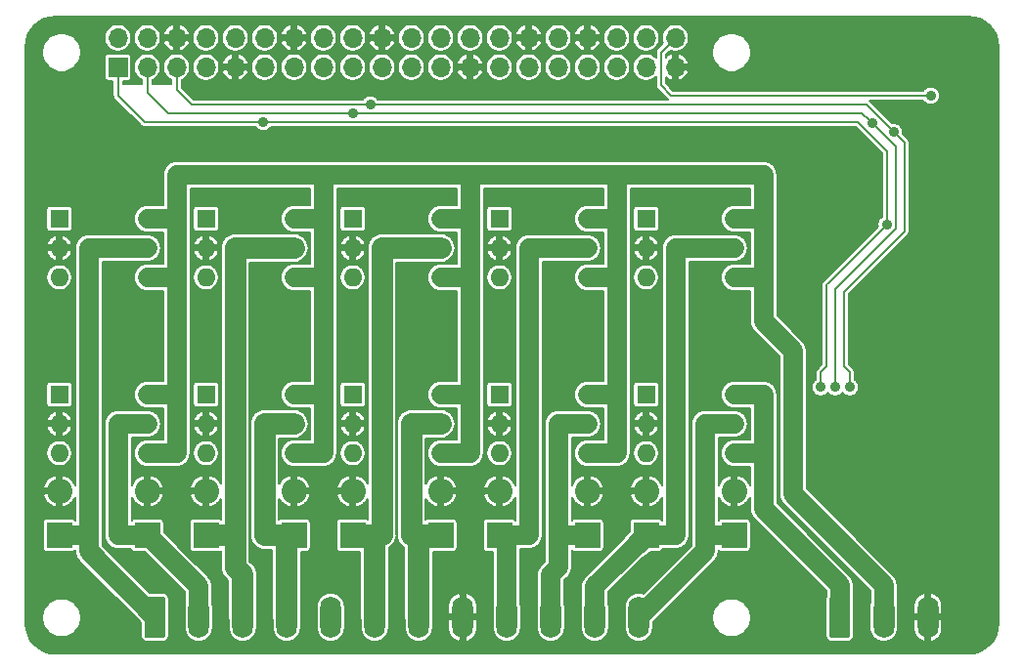
<source format=gbl>
G04 #@! TF.GenerationSoftware,KiCad,Pcbnew,5.1.5-52549c5~84~ubuntu19.04.1*
G04 #@! TF.CreationDate,2020-02-11T15:19:44+02:00*
G04 #@! TF.ProjectId,switch-control-hat,73776974-6368-42d6-936f-6e74726f6c2d,rev?*
G04 #@! TF.SameCoordinates,Original*
G04 #@! TF.FileFunction,Copper,L2,Bot*
G04 #@! TF.FilePolarity,Positive*
%FSLAX46Y46*%
G04 Gerber Fmt 4.6, Leading zero omitted, Abs format (unit mm)*
G04 Created by KiCad (PCBNEW 5.1.5-52549c5~84~ubuntu19.04.1) date 2020-02-11 15:19:44*
%MOMM*%
%LPD*%
G04 APERTURE LIST*
%ADD10R,1.700000X1.700000*%
%ADD11O,1.700000X1.700000*%
%ADD12O,1.800000X3.600000*%
%ADD13C,0.100000*%
%ADD14R,2.200000X2.200000*%
%ADD15O,2.200000X2.200000*%
%ADD16R,1.600000X1.600000*%
%ADD17O,1.600000X1.600000*%
%ADD18C,0.900000*%
%ADD19C,0.200000*%
%ADD20C,1.700000*%
%ADD21C,1.850000*%
%ADD22C,0.203200*%
G04 APERTURE END LIST*
D10*
X208370000Y-98770000D03*
D11*
X208370000Y-96230000D03*
X210910000Y-98770000D03*
X210910000Y-96230000D03*
X213450000Y-98770000D03*
X213450000Y-96230000D03*
X215990000Y-98770000D03*
X215990000Y-96230000D03*
X218530000Y-98770000D03*
X218530000Y-96230000D03*
X221070000Y-98770000D03*
X221070000Y-96230000D03*
X223610000Y-98770000D03*
X223610000Y-96230000D03*
X226150000Y-98770000D03*
X226150000Y-96230000D03*
X228690000Y-98770000D03*
X228690000Y-96230000D03*
X231230000Y-98770000D03*
X231230000Y-96230000D03*
X233770000Y-98770000D03*
X233770000Y-96230000D03*
X236310000Y-98770000D03*
X236310000Y-96230000D03*
X238850000Y-98770000D03*
X238850000Y-96230000D03*
X241390000Y-98770000D03*
X241390000Y-96230000D03*
X243930000Y-98770000D03*
X243930000Y-96230000D03*
X246470000Y-98770000D03*
X246470000Y-96230000D03*
X249010000Y-98770000D03*
X249010000Y-96230000D03*
X251550000Y-98770000D03*
X251550000Y-96230000D03*
X254090000Y-98770000D03*
X254090000Y-96230000D03*
X256630000Y-98770000D03*
X256630000Y-96230000D03*
D12*
X253467000Y-146444000D03*
X249657000Y-146444000D03*
X245847000Y-146444000D03*
X242037000Y-146444000D03*
X238227000Y-146444000D03*
X234417000Y-146444000D03*
X230607000Y-146444000D03*
X226797000Y-146444000D03*
X222987000Y-146444000D03*
X219177000Y-146444000D03*
X215367000Y-146444000D03*
G04 #@! TA.AperFunction,ComponentPad*
D13*
G36*
X212231504Y-144645204D02*
G01*
X212255773Y-144648804D01*
X212279571Y-144654765D01*
X212302671Y-144663030D01*
X212324849Y-144673520D01*
X212345893Y-144686133D01*
X212365598Y-144700747D01*
X212383777Y-144717223D01*
X212400253Y-144735402D01*
X212414867Y-144755107D01*
X212427480Y-144776151D01*
X212437970Y-144798329D01*
X212446235Y-144821429D01*
X212452196Y-144845227D01*
X212455796Y-144869496D01*
X212457000Y-144894000D01*
X212457000Y-147994000D01*
X212455796Y-148018504D01*
X212452196Y-148042773D01*
X212446235Y-148066571D01*
X212437970Y-148089671D01*
X212427480Y-148111849D01*
X212414867Y-148132893D01*
X212400253Y-148152598D01*
X212383777Y-148170777D01*
X212365598Y-148187253D01*
X212345893Y-148201867D01*
X212324849Y-148214480D01*
X212302671Y-148224970D01*
X212279571Y-148233235D01*
X212255773Y-148239196D01*
X212231504Y-148242796D01*
X212207000Y-148244000D01*
X210907000Y-148244000D01*
X210882496Y-148242796D01*
X210858227Y-148239196D01*
X210834429Y-148233235D01*
X210811329Y-148224970D01*
X210789151Y-148214480D01*
X210768107Y-148201867D01*
X210748402Y-148187253D01*
X210730223Y-148170777D01*
X210713747Y-148152598D01*
X210699133Y-148132893D01*
X210686520Y-148111849D01*
X210676030Y-148089671D01*
X210667765Y-148066571D01*
X210661804Y-148042773D01*
X210658204Y-148018504D01*
X210657000Y-147994000D01*
X210657000Y-144894000D01*
X210658204Y-144869496D01*
X210661804Y-144845227D01*
X210667765Y-144821429D01*
X210676030Y-144798329D01*
X210686520Y-144776151D01*
X210699133Y-144755107D01*
X210713747Y-144735402D01*
X210730223Y-144717223D01*
X210748402Y-144700747D01*
X210768107Y-144686133D01*
X210789151Y-144673520D01*
X210811329Y-144663030D01*
X210834429Y-144654765D01*
X210858227Y-144648804D01*
X210882496Y-144645204D01*
X210907000Y-144644000D01*
X212207000Y-144644000D01*
X212231504Y-144645204D01*
G37*
G04 #@! TD.AperFunction*
D14*
X223622000Y-139332000D03*
D15*
X223622000Y-135522000D03*
D16*
X216002000Y-111900000D03*
D17*
X223622000Y-116980000D03*
X216002000Y-114440000D03*
X223622000Y-114440000D03*
X216002000Y-116980000D03*
X223622000Y-111900000D03*
D15*
X261722000Y-135522000D03*
D14*
X261722000Y-139332000D03*
D15*
X210922000Y-135522000D03*
D14*
X210922000Y-139332000D03*
D15*
X203302000Y-135522000D03*
D14*
X203302000Y-139332000D03*
D12*
X278486000Y-146444000D03*
X274676000Y-146444000D03*
G04 #@! TA.AperFunction,ComponentPad*
D13*
G36*
X271540504Y-144645204D02*
G01*
X271564773Y-144648804D01*
X271588571Y-144654765D01*
X271611671Y-144663030D01*
X271633849Y-144673520D01*
X271654893Y-144686133D01*
X271674598Y-144700747D01*
X271692777Y-144717223D01*
X271709253Y-144735402D01*
X271723867Y-144755107D01*
X271736480Y-144776151D01*
X271746970Y-144798329D01*
X271755235Y-144821429D01*
X271761196Y-144845227D01*
X271764796Y-144869496D01*
X271766000Y-144894000D01*
X271766000Y-147994000D01*
X271764796Y-148018504D01*
X271761196Y-148042773D01*
X271755235Y-148066571D01*
X271746970Y-148089671D01*
X271736480Y-148111849D01*
X271723867Y-148132893D01*
X271709253Y-148152598D01*
X271692777Y-148170777D01*
X271674598Y-148187253D01*
X271654893Y-148201867D01*
X271633849Y-148214480D01*
X271611671Y-148224970D01*
X271588571Y-148233235D01*
X271564773Y-148239196D01*
X271540504Y-148242796D01*
X271516000Y-148244000D01*
X270216000Y-148244000D01*
X270191496Y-148242796D01*
X270167227Y-148239196D01*
X270143429Y-148233235D01*
X270120329Y-148224970D01*
X270098151Y-148214480D01*
X270077107Y-148201867D01*
X270057402Y-148187253D01*
X270039223Y-148170777D01*
X270022747Y-148152598D01*
X270008133Y-148132893D01*
X269995520Y-148111849D01*
X269985030Y-148089671D01*
X269976765Y-148066571D01*
X269970804Y-148042773D01*
X269967204Y-148018504D01*
X269966000Y-147994000D01*
X269966000Y-144894000D01*
X269967204Y-144869496D01*
X269970804Y-144845227D01*
X269976765Y-144821429D01*
X269985030Y-144798329D01*
X269995520Y-144776151D01*
X270008133Y-144755107D01*
X270022747Y-144735402D01*
X270039223Y-144717223D01*
X270057402Y-144700747D01*
X270077107Y-144686133D01*
X270098151Y-144673520D01*
X270120329Y-144663030D01*
X270143429Y-144654765D01*
X270167227Y-144648804D01*
X270191496Y-144645204D01*
X270216000Y-144644000D01*
X271516000Y-144644000D01*
X271540504Y-144645204D01*
G37*
G04 #@! TD.AperFunction*
D15*
X254102000Y-135522000D03*
D14*
X254102000Y-139332000D03*
D15*
X249022000Y-135522000D03*
D14*
X249022000Y-139332000D03*
D15*
X241402000Y-135522000D03*
D14*
X241402000Y-139332000D03*
D15*
X236322000Y-135522000D03*
D14*
X236322000Y-139332000D03*
D15*
X228702000Y-135522000D03*
D14*
X228702000Y-139332000D03*
D15*
X216002000Y-135522000D03*
D14*
X216002000Y-139332000D03*
D17*
X261722000Y-127140000D03*
X254102000Y-132220000D03*
X261722000Y-129680000D03*
X254102000Y-129680000D03*
X261722000Y-132220000D03*
D16*
X254102000Y-127140000D03*
X254102000Y-111900000D03*
D17*
X261722000Y-116980000D03*
X254102000Y-114440000D03*
X261722000Y-114440000D03*
X254102000Y-116980000D03*
X261722000Y-111900000D03*
X249022000Y-127140000D03*
X241402000Y-132220000D03*
X249022000Y-129680000D03*
X241402000Y-129680000D03*
X249022000Y-132220000D03*
D16*
X241402000Y-127140000D03*
X241402000Y-111900000D03*
D17*
X249022000Y-116980000D03*
X241402000Y-114440000D03*
X249022000Y-114440000D03*
X241402000Y-116980000D03*
X249022000Y-111900000D03*
X236322000Y-127140000D03*
X228702000Y-132220000D03*
X236322000Y-129680000D03*
X228702000Y-129680000D03*
X236322000Y-132220000D03*
D16*
X228702000Y-127140000D03*
X228702000Y-111900000D03*
D17*
X236322000Y-116980000D03*
X228702000Y-114440000D03*
X236322000Y-114440000D03*
X228702000Y-116980000D03*
X236322000Y-111900000D03*
X223622000Y-127140000D03*
X216002000Y-132220000D03*
X223622000Y-129680000D03*
X216002000Y-129680000D03*
X223622000Y-132220000D03*
D16*
X216002000Y-127140000D03*
X203302000Y-127140000D03*
D17*
X210922000Y-132220000D03*
X203302000Y-129680000D03*
X210922000Y-129680000D03*
X203302000Y-132220000D03*
X210922000Y-127140000D03*
X210922000Y-111900000D03*
X203302000Y-116980000D03*
X210922000Y-114440000D03*
X203302000Y-114440000D03*
X210922000Y-116980000D03*
D16*
X203302000Y-111900000D03*
D18*
X220955000Y-103518000D03*
X269215000Y-126505000D03*
X274930000Y-112408000D03*
X278613000Y-121044000D03*
X282423000Y-121044000D03*
X278613000Y-124854000D03*
X274803000Y-121044000D03*
X278613000Y-117234000D03*
X281280000Y-142380000D03*
X281280000Y-137300000D03*
X281280000Y-132220000D03*
X270485000Y-126505000D03*
X228702000Y-102756000D03*
X273660000Y-103645000D03*
X271755000Y-126505000D03*
X230226000Y-101994000D03*
X275565000Y-104407000D03*
X278740000Y-101232000D03*
D19*
X272390000Y-103518000D02*
X274930000Y-106058000D01*
X274930000Y-106058000D02*
X274930000Y-112408000D01*
X210668000Y-103518000D02*
X272390000Y-103518000D01*
X208370000Y-98770000D02*
X208370000Y-101220000D01*
X208370000Y-101220000D02*
X210668000Y-103518000D01*
X269215000Y-125235000D02*
X269215000Y-126505000D01*
X269723000Y-124727000D02*
X269215000Y-125235000D01*
X269723000Y-124727000D02*
X269723000Y-117615000D01*
X269850000Y-117488000D02*
X274930000Y-112408000D01*
X269723000Y-117615000D02*
X269850000Y-117488000D01*
D20*
X274676000Y-146444000D02*
X274676000Y-143650000D01*
X213462000Y-111900000D02*
X210922000Y-111900000D01*
X213462000Y-116980000D02*
X213462000Y-111900000D01*
X210922000Y-116980000D02*
X213462000Y-116980000D01*
X226162000Y-111900000D02*
X223622000Y-111900000D01*
X226162000Y-116980000D02*
X226162000Y-111900000D01*
X223622000Y-116980000D02*
X226162000Y-116980000D01*
X238862000Y-111900000D02*
X236322000Y-111900000D01*
X238862000Y-116980000D02*
X238862000Y-111900000D01*
X236322000Y-116980000D02*
X238862000Y-116980000D01*
X251562000Y-111900000D02*
X249022000Y-111900000D01*
X251562000Y-116980000D02*
X251562000Y-111900000D01*
X249022000Y-116980000D02*
X251562000Y-116980000D01*
X264262000Y-111900000D02*
X261722000Y-111900000D01*
X264262000Y-116980000D02*
X264262000Y-111900000D01*
X261722000Y-116980000D02*
X264262000Y-116980000D01*
X251562000Y-127140000D02*
X249022000Y-127140000D01*
X251562000Y-132220000D02*
X251562000Y-127140000D01*
X249022000Y-132220000D02*
X251562000Y-132220000D01*
X238862000Y-127140000D02*
X236322000Y-127140000D01*
X238862000Y-132220000D02*
X238862000Y-127140000D01*
X236322000Y-132220000D02*
X238862000Y-132220000D01*
X226162000Y-127140000D02*
X223622000Y-127140000D01*
X226162000Y-132220000D02*
X226162000Y-127140000D01*
X223622000Y-132220000D02*
X226162000Y-132220000D01*
X210922000Y-132220000D02*
X213462000Y-132220000D01*
X213462000Y-132220000D02*
X213462000Y-127140000D01*
X213462000Y-127140000D02*
X210922000Y-127140000D01*
X251562000Y-108090000D02*
X238862000Y-108090000D01*
X213462000Y-108090000D02*
X226162000Y-108090000D01*
X226162000Y-108090000D02*
X238862000Y-108090000D01*
X213462000Y-111900000D02*
X213462000Y-108090000D01*
X226162000Y-111900000D02*
X226162000Y-108090000D01*
X238862000Y-111900000D02*
X238862000Y-108090000D01*
X251562000Y-111900000D02*
X251562000Y-108090000D01*
X264262000Y-120790000D02*
X266802000Y-123330000D01*
X274676000Y-143650000D02*
X266802000Y-135776000D01*
X264262000Y-116980000D02*
X264262000Y-120790000D01*
X213462000Y-116980000D02*
X213462000Y-127140000D01*
X226162000Y-116980000D02*
X226162000Y-127140000D01*
X238862000Y-116980000D02*
X238862000Y-127140000D01*
X251562000Y-116980000D02*
X251562000Y-127140000D01*
X266802000Y-123330000D02*
X266802000Y-135776000D01*
X264262000Y-108090000D02*
X261722000Y-108090000D01*
X264262000Y-111900000D02*
X264262000Y-108090000D01*
X261722000Y-108090000D02*
X251562000Y-108090000D01*
X269088000Y-141872000D02*
X270866000Y-143650000D01*
X270866000Y-146444000D02*
X270866000Y-143650000D01*
X264262000Y-127140000D02*
X261722000Y-127140000D01*
X261722000Y-132220000D02*
X264262000Y-132220000D01*
X264262000Y-132220000D02*
X264262000Y-127140000D01*
X269088000Y-141872000D02*
X264262000Y-137046000D01*
X264262000Y-137046000D02*
X264262000Y-132220000D01*
X208382000Y-129680000D02*
X210922000Y-129680000D01*
X208382000Y-139332000D02*
X210922000Y-139332000D01*
X208382000Y-139332000D02*
X208382000Y-129680000D01*
X210922000Y-139332000D02*
X213462000Y-141872000D01*
X215367000Y-143777000D02*
X213462000Y-141872000D01*
X215367000Y-146444000D02*
X215367000Y-143777000D01*
X205842000Y-139332000D02*
X203302000Y-139332000D01*
X205842000Y-114440000D02*
X210922000Y-114440000D01*
X205842000Y-139332000D02*
X205842000Y-114440000D01*
X205842000Y-140729000D02*
X205842000Y-139332000D01*
X211557000Y-146444000D02*
X205842000Y-140729000D01*
X243942000Y-114440000D02*
X249022000Y-114440000D01*
X243942000Y-114440000D02*
X243942000Y-139332000D01*
X242037000Y-139332000D02*
X243942000Y-139332000D01*
X242037000Y-146444000D02*
X242037000Y-139332000D01*
D21*
X241402000Y-139332000D02*
X242037000Y-139332000D01*
X233782000Y-129680000D02*
X235190630Y-129680000D01*
X235190630Y-129680000D02*
X236322000Y-129680000D01*
X234417000Y-146444000D02*
X234417000Y-139332000D01*
X234417000Y-139332000D02*
X236322000Y-139332000D01*
D19*
X234417000Y-139332000D02*
X233782000Y-139332000D01*
D21*
X233782000Y-139332000D02*
X233782000Y-129680000D01*
X236322000Y-114440000D02*
X231242000Y-114440000D01*
X230607000Y-139332000D02*
X228702000Y-139332000D01*
X230607000Y-146444000D02*
X230607000Y-139332000D01*
X231242000Y-139332000D02*
X230607000Y-139332000D01*
X231242000Y-114440000D02*
X231242000Y-139332000D01*
X221082000Y-129680000D02*
X223622000Y-129680000D01*
X221082000Y-139332000D02*
X221082000Y-129680000D01*
X222987000Y-146444000D02*
X222987000Y-141491000D01*
X221082000Y-139332000D02*
X222987000Y-139332000D01*
X222987000Y-139332000D02*
X222987000Y-141491000D01*
X223622000Y-139332000D02*
X222987000Y-139332000D01*
X223622000Y-114440000D02*
X218542000Y-114440000D01*
X218542000Y-139332000D02*
X217399000Y-139332000D01*
X217399000Y-139332000D02*
X216002000Y-139332000D01*
X218542000Y-114440000D02*
X218542000Y-139332000D01*
X219177000Y-144444000D02*
X219177000Y-146444000D01*
X219177000Y-142761000D02*
X219177000Y-144444000D01*
X218542000Y-139332000D02*
X218542000Y-142126000D01*
X218542000Y-142126000D02*
X219177000Y-142761000D01*
D20*
X246482000Y-129680000D02*
X249022000Y-129680000D01*
X246482000Y-139332000D02*
X246482000Y-129680000D01*
X246482000Y-139332000D02*
X247625000Y-139332000D01*
X247625000Y-139332000D02*
X249022000Y-139332000D01*
X245847000Y-142761000D02*
X246482000Y-142126000D01*
X246482000Y-142126000D02*
X246482000Y-139332000D01*
X245847000Y-142761000D02*
X245847000Y-146444000D01*
D21*
X253340000Y-140094000D02*
X254102000Y-139332000D01*
D20*
X251562000Y-141872000D02*
X253340000Y-140094000D01*
X256642000Y-114440000D02*
X261722000Y-114440000D01*
X256642000Y-139332000D02*
X254102000Y-139332000D01*
X256642000Y-114440000D02*
X256642000Y-139332000D01*
X249657000Y-143777000D02*
X249657000Y-146444000D01*
X251562000Y-141872000D02*
X249657000Y-143777000D01*
X259182000Y-129680000D02*
X261722000Y-129680000D01*
X259182000Y-139332000D02*
X261722000Y-139332000D01*
X259182000Y-139332000D02*
X259182000Y-129680000D01*
X259182000Y-140729000D02*
X259182000Y-139332000D01*
X253467000Y-146444000D02*
X259182000Y-140729000D01*
D19*
X270485000Y-126505000D02*
X270485000Y-125235000D01*
X270485000Y-125235000D02*
X270485000Y-123203000D01*
X275680001Y-112768001D02*
X270485000Y-117963002D01*
X275680001Y-105665001D02*
X275680001Y-112768001D01*
X272771000Y-102756000D02*
X273406000Y-103391000D01*
X270485000Y-123203000D02*
X270485000Y-117996000D01*
X270485000Y-117963002D02*
X270485000Y-117996000D01*
X212700000Y-102756000D02*
X272771000Y-102756000D01*
X210910000Y-98770000D02*
X210910000Y-100966000D01*
X210910000Y-100966000D02*
X212700000Y-102756000D01*
X273406000Y-103391000D02*
X275680001Y-105665001D01*
X271755000Y-126505000D02*
X271755000Y-125235000D01*
X271755000Y-125235000D02*
X271247000Y-124727000D01*
X271247000Y-118250000D02*
X276454000Y-113043000D01*
X276454000Y-113043000D02*
X276454000Y-105296000D01*
X271247000Y-124727000D02*
X271247000Y-118250000D01*
X213450000Y-100712000D02*
X213450000Y-98770000D01*
X214732000Y-101994000D02*
X213450000Y-100712000D01*
X276454000Y-105296000D02*
X275565000Y-104407000D01*
X273152000Y-101994000D02*
X214732000Y-101994000D01*
X275565000Y-104407000D02*
X273152000Y-101994000D01*
X278740000Y-101232000D02*
X256261000Y-101232000D01*
X256261000Y-101232000D02*
X255372000Y-100343000D01*
X256630000Y-96230000D02*
X255372000Y-97488000D01*
X255372000Y-97488000D02*
X255372000Y-100343000D01*
D22*
G36*
X282508498Y-94431882D02*
G01*
X282997633Y-94579560D01*
X283448764Y-94819430D01*
X283844717Y-95142361D01*
X284170400Y-95536045D01*
X284413416Y-95985493D01*
X284564506Y-96473586D01*
X284619796Y-96999636D01*
X284619801Y-97001038D01*
X284619800Y-146981410D01*
X284568118Y-147508499D01*
X284420440Y-147997633D01*
X284180569Y-148448766D01*
X283857639Y-148844717D01*
X283463955Y-149170400D01*
X283014506Y-149413416D01*
X282526415Y-149564506D01*
X282000363Y-149619796D01*
X281999249Y-149619800D01*
X203018590Y-149619800D01*
X202491501Y-149568118D01*
X202002367Y-149420440D01*
X201551234Y-149180569D01*
X201155283Y-148857639D01*
X200829600Y-148463955D01*
X200586584Y-148014506D01*
X200435494Y-147526415D01*
X200380204Y-147000363D01*
X200380200Y-146999249D01*
X200380200Y-146334515D01*
X201819800Y-146334515D01*
X201819800Y-146665485D01*
X201884369Y-146990096D01*
X202011026Y-147295873D01*
X202194903Y-147571065D01*
X202428935Y-147805097D01*
X202704127Y-147988974D01*
X203009904Y-148115631D01*
X203334515Y-148180200D01*
X203665485Y-148180200D01*
X203990096Y-148115631D01*
X204295873Y-147988974D01*
X204571065Y-147805097D01*
X204805097Y-147571065D01*
X204988974Y-147295873D01*
X205115631Y-146990096D01*
X205180200Y-146665485D01*
X205180200Y-146334515D01*
X205115631Y-146009904D01*
X204988974Y-145704127D01*
X204805097Y-145428935D01*
X204571065Y-145194903D01*
X204295873Y-145011026D01*
X203990096Y-144884369D01*
X203665485Y-144819800D01*
X203334515Y-144819800D01*
X203009904Y-144884369D01*
X202704127Y-145011026D01*
X202428935Y-145194903D01*
X202194903Y-145428935D01*
X202011026Y-145704127D01*
X201884369Y-146009904D01*
X201819800Y-146334515D01*
X200380200Y-146334515D01*
X200380200Y-138232000D01*
X201870203Y-138232000D01*
X201870203Y-140432000D01*
X201876578Y-140496730D01*
X201895460Y-140558973D01*
X201926121Y-140616337D01*
X201967384Y-140666616D01*
X202017663Y-140707879D01*
X202075027Y-140738540D01*
X202137270Y-140757422D01*
X202202000Y-140763797D01*
X204402000Y-140763797D01*
X204466730Y-140757422D01*
X204528973Y-140738540D01*
X204586337Y-140707879D01*
X204636616Y-140666616D01*
X204661800Y-140635929D01*
X204661800Y-140671036D01*
X204656091Y-140729000D01*
X204661800Y-140786964D01*
X204661800Y-140786974D01*
X204678877Y-140960359D01*
X204746362Y-141182827D01*
X204855952Y-141387855D01*
X205003435Y-141567565D01*
X205048476Y-141604529D01*
X210325203Y-146881258D01*
X210325203Y-147994000D01*
X210336382Y-148107503D01*
X210369490Y-148216644D01*
X210423253Y-148317229D01*
X210495607Y-148405393D01*
X210583771Y-148477747D01*
X210684356Y-148531510D01*
X210793497Y-148564618D01*
X210907000Y-148575797D01*
X212207000Y-148575797D01*
X212320503Y-148564618D01*
X212429644Y-148531510D01*
X212530229Y-148477747D01*
X212618393Y-148405393D01*
X212690747Y-148317229D01*
X212744510Y-148216644D01*
X212777618Y-148107503D01*
X212788797Y-147994000D01*
X212788797Y-144894000D01*
X212777618Y-144780497D01*
X212744510Y-144671356D01*
X212690747Y-144570771D01*
X212618393Y-144482607D01*
X212530229Y-144410253D01*
X212429644Y-144356490D01*
X212320503Y-144323382D01*
X212207000Y-144312203D01*
X211094258Y-144312203D01*
X207022200Y-140240147D01*
X207022200Y-139389974D01*
X207027910Y-139332000D01*
X207022200Y-139274025D01*
X207022200Y-129680000D01*
X207196090Y-129680000D01*
X207201801Y-129737985D01*
X207201800Y-139274025D01*
X207196090Y-139332000D01*
X207218877Y-139563360D01*
X207286362Y-139785828D01*
X207395952Y-139990856D01*
X207543435Y-140170565D01*
X207723144Y-140318048D01*
X207928172Y-140427638D01*
X208150640Y-140495123D01*
X208382000Y-140517910D01*
X208439974Y-140512200D01*
X209501271Y-140512200D01*
X209515460Y-140558973D01*
X209546121Y-140616337D01*
X209587384Y-140666616D01*
X209637663Y-140707879D01*
X209695027Y-140738540D01*
X209757270Y-140757422D01*
X209822000Y-140763797D01*
X210684744Y-140763797D01*
X212668466Y-142747521D01*
X212668477Y-142747530D01*
X214186801Y-144265855D01*
X214186800Y-145196689D01*
X214154600Y-145302840D01*
X214136800Y-145483569D01*
X214136800Y-147404432D01*
X214154601Y-147585161D01*
X214224945Y-147817055D01*
X214339178Y-148030769D01*
X214492910Y-148218091D01*
X214680232Y-148371823D01*
X214893946Y-148486056D01*
X215125840Y-148556400D01*
X215367000Y-148580152D01*
X215608161Y-148556400D01*
X215840055Y-148486056D01*
X216053769Y-148371823D01*
X216241091Y-148218091D01*
X216394823Y-148030769D01*
X216509056Y-147817055D01*
X216579400Y-147585161D01*
X216597200Y-147404432D01*
X216597200Y-145483568D01*
X216579400Y-145302839D01*
X216547200Y-145196689D01*
X216547200Y-143834972D01*
X216552910Y-143777000D01*
X216544554Y-143692160D01*
X216530123Y-143545640D01*
X216474731Y-143363038D01*
X216462638Y-143323171D01*
X216353048Y-143118144D01*
X216242522Y-142983467D01*
X216242520Y-142983465D01*
X216205565Y-142938435D01*
X216160534Y-142901479D01*
X214337530Y-141078477D01*
X214337521Y-141078466D01*
X212353797Y-139094744D01*
X212353797Y-138232000D01*
X214570203Y-138232000D01*
X214570203Y-140432000D01*
X214576578Y-140496730D01*
X214595460Y-140558973D01*
X214626121Y-140616337D01*
X214667384Y-140666616D01*
X214717663Y-140707879D01*
X214775027Y-140738540D01*
X214837270Y-140757422D01*
X214902000Y-140763797D01*
X217102000Y-140763797D01*
X217166730Y-140757422D01*
X217228973Y-140738540D01*
X217286337Y-140707879D01*
X217286800Y-140707499D01*
X217286801Y-142064330D01*
X217280727Y-142126000D01*
X217304962Y-142372061D01*
X217376737Y-142608668D01*
X217485118Y-142811435D01*
X217493291Y-142826726D01*
X217650146Y-143017855D01*
X217698043Y-143057163D01*
X217921800Y-143280920D01*
X217921800Y-144382341D01*
X217921801Y-146505660D01*
X217939963Y-146690062D01*
X217946800Y-146712600D01*
X217946800Y-147404432D01*
X217964601Y-147585161D01*
X218034945Y-147817055D01*
X218149178Y-148030769D01*
X218302910Y-148218091D01*
X218490232Y-148371823D01*
X218703946Y-148486056D01*
X218935840Y-148556400D01*
X219177000Y-148580152D01*
X219418161Y-148556400D01*
X219650055Y-148486056D01*
X219863769Y-148371823D01*
X220051091Y-148218091D01*
X220204823Y-148030769D01*
X220319056Y-147817055D01*
X220389400Y-147585161D01*
X220407200Y-147404432D01*
X220407200Y-146712604D01*
X220414038Y-146690062D01*
X220432200Y-146505660D01*
X220432200Y-142822660D01*
X220438273Y-142761000D01*
X220414038Y-142514938D01*
X220342264Y-142278332D01*
X220260841Y-142126000D01*
X220225710Y-142060274D01*
X220068855Y-141869145D01*
X220020949Y-141829830D01*
X219797200Y-141606081D01*
X219797200Y-139393659D01*
X219803273Y-139332000D01*
X219797200Y-139270340D01*
X219797200Y-129680000D01*
X219820727Y-129680000D01*
X219826801Y-129741670D01*
X219826800Y-139270340D01*
X219820727Y-139332000D01*
X219844962Y-139578062D01*
X219916736Y-139814668D01*
X220033290Y-140032726D01*
X220109454Y-140125532D01*
X220190145Y-140223855D01*
X220381274Y-140380710D01*
X220599332Y-140497264D01*
X220835938Y-140569038D01*
X221082000Y-140593273D01*
X221143660Y-140587200D01*
X221731801Y-140587200D01*
X221731801Y-141429340D01*
X221731800Y-146505659D01*
X221749962Y-146690061D01*
X221756800Y-146712603D01*
X221756800Y-147404432D01*
X221774601Y-147585161D01*
X221844945Y-147817055D01*
X221959178Y-148030769D01*
X222112910Y-148218091D01*
X222300232Y-148371823D01*
X222513946Y-148486056D01*
X222745840Y-148556400D01*
X222987000Y-148580152D01*
X223228161Y-148556400D01*
X223460055Y-148486056D01*
X223673769Y-148371823D01*
X223861091Y-148218091D01*
X224014823Y-148030769D01*
X224129056Y-147817055D01*
X224199400Y-147585161D01*
X224217200Y-147404432D01*
X224217200Y-146712604D01*
X224224038Y-146690062D01*
X224242200Y-146505660D01*
X224242200Y-145483569D01*
X225566800Y-145483569D01*
X225566800Y-147404432D01*
X225584601Y-147585161D01*
X225654945Y-147817055D01*
X225769178Y-148030769D01*
X225922910Y-148218091D01*
X226110232Y-148371823D01*
X226323946Y-148486056D01*
X226555840Y-148556400D01*
X226797000Y-148580152D01*
X227038161Y-148556400D01*
X227270055Y-148486056D01*
X227483769Y-148371823D01*
X227671091Y-148218091D01*
X227824823Y-148030769D01*
X227939056Y-147817055D01*
X228009400Y-147585161D01*
X228027200Y-147404432D01*
X228027200Y-145483568D01*
X228009400Y-145302839D01*
X227939056Y-145070945D01*
X227824823Y-144857231D01*
X227671091Y-144669909D01*
X227483768Y-144516177D01*
X227270054Y-144401944D01*
X227038160Y-144331600D01*
X226797000Y-144307848D01*
X226555839Y-144331600D01*
X226323945Y-144401944D01*
X226110231Y-144516177D01*
X225922909Y-144669909D01*
X225769177Y-144857232D01*
X225654944Y-145070946D01*
X225584600Y-145302840D01*
X225566800Y-145483569D01*
X224242200Y-145483569D01*
X224242200Y-140763797D01*
X224722000Y-140763797D01*
X224786730Y-140757422D01*
X224848973Y-140738540D01*
X224906337Y-140707879D01*
X224956616Y-140666616D01*
X224997879Y-140616337D01*
X225028540Y-140558973D01*
X225047422Y-140496730D01*
X225053797Y-140432000D01*
X225053797Y-138232000D01*
X227270203Y-138232000D01*
X227270203Y-140432000D01*
X227276578Y-140496730D01*
X227295460Y-140558973D01*
X227326121Y-140616337D01*
X227367384Y-140666616D01*
X227417663Y-140707879D01*
X227475027Y-140738540D01*
X227537270Y-140757422D01*
X227602000Y-140763797D01*
X229351801Y-140763797D01*
X229351800Y-146505659D01*
X229369962Y-146690061D01*
X229376800Y-146712603D01*
X229376800Y-147404432D01*
X229394601Y-147585161D01*
X229464945Y-147817055D01*
X229579178Y-148030769D01*
X229732910Y-148218091D01*
X229920232Y-148371823D01*
X230133946Y-148486056D01*
X230365840Y-148556400D01*
X230607000Y-148580152D01*
X230848161Y-148556400D01*
X231080055Y-148486056D01*
X231293769Y-148371823D01*
X231481091Y-148218091D01*
X231634823Y-148030769D01*
X231749056Y-147817055D01*
X231819400Y-147585161D01*
X231837200Y-147404432D01*
X231837200Y-146712604D01*
X231844038Y-146690062D01*
X231862200Y-146505660D01*
X231862200Y-140423752D01*
X231942726Y-140380710D01*
X232133855Y-140223855D01*
X232290710Y-140032726D01*
X232407264Y-139814668D01*
X232479038Y-139578062D01*
X232503273Y-139332000D01*
X232497200Y-139270340D01*
X232497200Y-129680000D01*
X232520727Y-129680000D01*
X232526801Y-129741670D01*
X232526800Y-139393659D01*
X232544962Y-139578061D01*
X232616736Y-139814667D01*
X232733290Y-140032725D01*
X232890145Y-140223855D01*
X233081274Y-140380710D01*
X233161801Y-140423752D01*
X233161800Y-146505659D01*
X233179962Y-146690061D01*
X233186800Y-146712603D01*
X233186800Y-147404432D01*
X233204601Y-147585161D01*
X233274945Y-147817055D01*
X233389178Y-148030769D01*
X233542910Y-148218091D01*
X233730232Y-148371823D01*
X233943946Y-148486056D01*
X234175840Y-148556400D01*
X234417000Y-148580152D01*
X234658161Y-148556400D01*
X234890055Y-148486056D01*
X235103769Y-148371823D01*
X235291091Y-148218091D01*
X235444823Y-148030769D01*
X235559056Y-147817055D01*
X235629400Y-147585161D01*
X235647200Y-147404432D01*
X235647200Y-146712604D01*
X235654038Y-146690062D01*
X235657008Y-146659900D01*
X236971400Y-146659900D01*
X236971400Y-147559900D01*
X237037646Y-147800707D01*
X237149598Y-148023963D01*
X237302954Y-148221088D01*
X237491821Y-148384507D01*
X237708940Y-148507940D01*
X237820264Y-148531897D01*
X238011100Y-148490550D01*
X238011100Y-146659900D01*
X238442900Y-146659900D01*
X238442900Y-148490550D01*
X238633736Y-148531897D01*
X238745060Y-148507940D01*
X238962179Y-148384507D01*
X239151046Y-148221088D01*
X239304402Y-148023963D01*
X239416354Y-147800707D01*
X239482600Y-147559900D01*
X239482600Y-146659900D01*
X238442900Y-146659900D01*
X238011100Y-146659900D01*
X236971400Y-146659900D01*
X235657008Y-146659900D01*
X235672200Y-146505660D01*
X235672200Y-145328100D01*
X236971400Y-145328100D01*
X236971400Y-146228100D01*
X238011100Y-146228100D01*
X238011100Y-144397450D01*
X238442900Y-144397450D01*
X238442900Y-146228100D01*
X239482600Y-146228100D01*
X239482600Y-145328100D01*
X239416354Y-145087293D01*
X239304402Y-144864037D01*
X239151046Y-144666912D01*
X238962179Y-144503493D01*
X238745060Y-144380060D01*
X238633736Y-144356103D01*
X238442900Y-144397450D01*
X238011100Y-144397450D01*
X237820264Y-144356103D01*
X237708940Y-144380060D01*
X237491821Y-144503493D01*
X237302954Y-144666912D01*
X237149598Y-144864037D01*
X237037646Y-145087293D01*
X236971400Y-145328100D01*
X235672200Y-145328100D01*
X235672200Y-140763797D01*
X237422000Y-140763797D01*
X237486730Y-140757422D01*
X237548973Y-140738540D01*
X237606337Y-140707879D01*
X237656616Y-140666616D01*
X237697879Y-140616337D01*
X237728540Y-140558973D01*
X237747422Y-140496730D01*
X237753797Y-140432000D01*
X237753797Y-138232000D01*
X239970203Y-138232000D01*
X239970203Y-140432000D01*
X239976578Y-140496730D01*
X239995460Y-140558973D01*
X240026121Y-140616337D01*
X240067384Y-140666616D01*
X240117663Y-140707879D01*
X240175027Y-140738540D01*
X240237270Y-140757422D01*
X240302000Y-140763797D01*
X240856801Y-140763797D01*
X240856800Y-145196690D01*
X240824600Y-145302840D01*
X240806800Y-145483569D01*
X240806800Y-147404432D01*
X240824601Y-147585161D01*
X240894945Y-147817055D01*
X241009178Y-148030769D01*
X241162910Y-148218091D01*
X241350232Y-148371823D01*
X241563946Y-148486056D01*
X241795840Y-148556400D01*
X242037000Y-148580152D01*
X242278161Y-148556400D01*
X242510055Y-148486056D01*
X242723769Y-148371823D01*
X242911091Y-148218091D01*
X243064823Y-148030769D01*
X243179056Y-147817055D01*
X243249400Y-147585161D01*
X243267200Y-147404432D01*
X243267200Y-145483569D01*
X244616800Y-145483569D01*
X244616800Y-147404432D01*
X244634601Y-147585161D01*
X244704945Y-147817055D01*
X244819178Y-148030769D01*
X244972910Y-148218091D01*
X245160232Y-148371823D01*
X245373946Y-148486056D01*
X245605840Y-148556400D01*
X245847000Y-148580152D01*
X246088161Y-148556400D01*
X246320055Y-148486056D01*
X246533769Y-148371823D01*
X246721091Y-148218091D01*
X246874823Y-148030769D01*
X246989056Y-147817055D01*
X247059400Y-147585161D01*
X247077200Y-147404432D01*
X247077200Y-145483569D01*
X248426800Y-145483569D01*
X248426800Y-147404432D01*
X248444601Y-147585161D01*
X248514945Y-147817055D01*
X248629178Y-148030769D01*
X248782910Y-148218091D01*
X248970232Y-148371823D01*
X249183946Y-148486056D01*
X249415840Y-148556400D01*
X249657000Y-148580152D01*
X249898161Y-148556400D01*
X250130055Y-148486056D01*
X250343769Y-148371823D01*
X250531091Y-148218091D01*
X250684823Y-148030769D01*
X250799056Y-147817055D01*
X250869400Y-147585161D01*
X250887200Y-147404432D01*
X250887200Y-145483569D01*
X252236800Y-145483569D01*
X252236800Y-147404432D01*
X252254601Y-147585161D01*
X252324945Y-147817055D01*
X252439178Y-148030769D01*
X252592910Y-148218091D01*
X252780232Y-148371823D01*
X252993946Y-148486056D01*
X253225840Y-148556400D01*
X253467000Y-148580152D01*
X253708161Y-148556400D01*
X253940055Y-148486056D01*
X254153769Y-148371823D01*
X254341091Y-148218091D01*
X254494823Y-148030769D01*
X254609056Y-147817055D01*
X254679400Y-147585161D01*
X254697200Y-147404432D01*
X254697200Y-146882853D01*
X255245538Y-146334515D01*
X259819800Y-146334515D01*
X259819800Y-146665485D01*
X259884369Y-146990096D01*
X260011026Y-147295873D01*
X260194903Y-147571065D01*
X260428935Y-147805097D01*
X260704127Y-147988974D01*
X261009904Y-148115631D01*
X261334515Y-148180200D01*
X261665485Y-148180200D01*
X261990096Y-148115631D01*
X262295873Y-147988974D01*
X262571065Y-147805097D01*
X262805097Y-147571065D01*
X262988974Y-147295873D01*
X263115631Y-146990096D01*
X263180200Y-146665485D01*
X263180200Y-146334515D01*
X263115631Y-146009904D01*
X262988974Y-145704127D01*
X262805097Y-145428935D01*
X262571065Y-145194903D01*
X262295873Y-145011026D01*
X261990096Y-144884369D01*
X261665485Y-144819800D01*
X261334515Y-144819800D01*
X261009904Y-144884369D01*
X260704127Y-145011026D01*
X260428935Y-145194903D01*
X260194903Y-145428935D01*
X260011026Y-145704127D01*
X259884369Y-146009904D01*
X259819800Y-146334515D01*
X255245538Y-146334515D01*
X259975536Y-141604519D01*
X260020565Y-141567565D01*
X260168048Y-141387856D01*
X260277638Y-141182828D01*
X260345123Y-140960360D01*
X260362200Y-140786975D01*
X260362200Y-140786974D01*
X260367910Y-140729000D01*
X260362200Y-140671025D01*
X260362200Y-140635929D01*
X260387384Y-140666616D01*
X260437663Y-140707879D01*
X260495027Y-140738540D01*
X260557270Y-140757422D01*
X260622000Y-140763797D01*
X262822000Y-140763797D01*
X262886730Y-140757422D01*
X262948973Y-140738540D01*
X263006337Y-140707879D01*
X263056616Y-140666616D01*
X263097879Y-140616337D01*
X263128540Y-140558973D01*
X263147422Y-140496730D01*
X263153797Y-140432000D01*
X263153797Y-138232000D01*
X263147422Y-138167270D01*
X263128540Y-138105027D01*
X263097879Y-138047663D01*
X263056616Y-137997384D01*
X263006337Y-137956121D01*
X262948973Y-137925460D01*
X262886730Y-137906578D01*
X262822000Y-137900203D01*
X260622000Y-137900203D01*
X260557270Y-137906578D01*
X260495027Y-137925460D01*
X260437663Y-137956121D01*
X260387384Y-137997384D01*
X260362200Y-138028071D01*
X260362200Y-136026396D01*
X260446193Y-136222794D01*
X260607425Y-136458226D01*
X260811490Y-136657679D01*
X261050545Y-136813489D01*
X261283571Y-136910002D01*
X261506100Y-136871539D01*
X261506100Y-135737900D01*
X261486100Y-135737900D01*
X261486100Y-135306100D01*
X261506100Y-135306100D01*
X261506100Y-134172461D01*
X261283571Y-134133998D01*
X261050545Y-134230511D01*
X260811490Y-134386321D01*
X260607425Y-134585774D01*
X260446193Y-134821206D01*
X260362200Y-135017604D01*
X260362200Y-130860200D01*
X261779975Y-130860200D01*
X261953360Y-130843123D01*
X262175828Y-130775638D01*
X262380856Y-130666048D01*
X262560565Y-130518565D01*
X262708048Y-130338856D01*
X262817638Y-130133828D01*
X262885123Y-129911360D01*
X262907910Y-129680000D01*
X262885123Y-129448640D01*
X262817638Y-129226172D01*
X262708048Y-129021144D01*
X262560565Y-128841435D01*
X262380856Y-128693952D01*
X262175828Y-128584362D01*
X261953360Y-128516877D01*
X261779975Y-128499800D01*
X259239975Y-128499800D01*
X259182000Y-128494090D01*
X259124026Y-128499800D01*
X259124025Y-128499800D01*
X258950640Y-128516877D01*
X258728172Y-128584362D01*
X258523144Y-128693952D01*
X258343435Y-128841435D01*
X258195952Y-129021144D01*
X258086362Y-129226172D01*
X258018877Y-129448640D01*
X257996090Y-129680000D01*
X258001801Y-129737985D01*
X258001800Y-139274025D01*
X257996090Y-139332000D01*
X258001800Y-139389974D01*
X258001800Y-140240145D01*
X253863289Y-144378658D01*
X253708160Y-144331600D01*
X253467000Y-144307848D01*
X253225839Y-144331600D01*
X252993945Y-144401944D01*
X252780231Y-144516177D01*
X252592909Y-144669909D01*
X252439177Y-144857232D01*
X252324944Y-145070946D01*
X252254600Y-145302840D01*
X252236800Y-145483569D01*
X250887200Y-145483569D01*
X250887200Y-145483568D01*
X250869400Y-145302839D01*
X250837200Y-145196689D01*
X250837200Y-144265853D01*
X252437522Y-142665533D01*
X252437531Y-142665522D01*
X253868047Y-141235008D01*
X254040725Y-141142710D01*
X254183960Y-141025160D01*
X254445323Y-140763797D01*
X255202000Y-140763797D01*
X255266730Y-140757422D01*
X255328973Y-140738540D01*
X255386337Y-140707879D01*
X255436616Y-140666616D01*
X255477879Y-140616337D01*
X255508540Y-140558973D01*
X255522729Y-140512200D01*
X256584026Y-140512200D01*
X256642000Y-140517910D01*
X256873360Y-140495123D01*
X257095828Y-140427638D01*
X257300856Y-140318048D01*
X257480565Y-140170565D01*
X257628048Y-139990856D01*
X257737638Y-139785828D01*
X257805123Y-139563360D01*
X257822200Y-139389975D01*
X257822200Y-139389974D01*
X257827910Y-139332000D01*
X257822200Y-139274025D01*
X257822200Y-127140000D01*
X260536090Y-127140000D01*
X260558877Y-127371360D01*
X260626362Y-127593828D01*
X260735952Y-127798856D01*
X260883435Y-127978565D01*
X261063144Y-128126048D01*
X261268172Y-128235638D01*
X261490640Y-128303123D01*
X261664025Y-128320200D01*
X263081801Y-128320200D01*
X263081800Y-131039800D01*
X261664025Y-131039800D01*
X261490640Y-131056877D01*
X261268172Y-131124362D01*
X261063144Y-131233952D01*
X260883435Y-131381435D01*
X260735952Y-131561144D01*
X260626362Y-131766172D01*
X260558877Y-131988640D01*
X260536090Y-132220000D01*
X260558877Y-132451360D01*
X260626362Y-132673828D01*
X260735952Y-132878856D01*
X260883435Y-133058565D01*
X261063144Y-133206048D01*
X261268172Y-133315638D01*
X261490640Y-133383123D01*
X261664025Y-133400200D01*
X263081801Y-133400200D01*
X263081800Y-135017604D01*
X262997807Y-134821206D01*
X262836575Y-134585774D01*
X262632510Y-134386321D01*
X262393455Y-134230511D01*
X262160429Y-134133998D01*
X261937900Y-134172461D01*
X261937900Y-135306100D01*
X261957900Y-135306100D01*
X261957900Y-135737900D01*
X261937900Y-135737900D01*
X261937900Y-136871539D01*
X262160429Y-136910002D01*
X262393455Y-136813489D01*
X262632510Y-136657679D01*
X262836575Y-136458226D01*
X262997807Y-136222794D01*
X263081800Y-136026396D01*
X263081800Y-136988036D01*
X263076091Y-137046000D01*
X263081800Y-137103964D01*
X263081800Y-137103974D01*
X263098877Y-137277359D01*
X263166362Y-137499827D01*
X263275952Y-137704855D01*
X263423435Y-137884565D01*
X263468476Y-137921529D01*
X268294467Y-142747522D01*
X268294478Y-142747531D01*
X269685801Y-144138855D01*
X269685801Y-144657679D01*
X269678490Y-144671356D01*
X269645382Y-144780497D01*
X269634203Y-144894000D01*
X269634203Y-147994000D01*
X269645382Y-148107503D01*
X269678490Y-148216644D01*
X269732253Y-148317229D01*
X269804607Y-148405393D01*
X269892771Y-148477747D01*
X269993356Y-148531510D01*
X270102497Y-148564618D01*
X270216000Y-148575797D01*
X271516000Y-148575797D01*
X271629503Y-148564618D01*
X271738644Y-148531510D01*
X271839229Y-148477747D01*
X271927393Y-148405393D01*
X271999747Y-148317229D01*
X272053510Y-148216644D01*
X272086618Y-148107503D01*
X272097797Y-147994000D01*
X272097797Y-144894000D01*
X272086618Y-144780497D01*
X272053510Y-144671356D01*
X272046200Y-144657680D01*
X272046200Y-143707972D01*
X272051910Y-143650000D01*
X272042272Y-143552145D01*
X272029123Y-143418640D01*
X271961638Y-143196172D01*
X271961638Y-143196171D01*
X271852048Y-142991144D01*
X271741522Y-142856467D01*
X271741520Y-142856465D01*
X271704565Y-142811435D01*
X271659534Y-142774479D01*
X269963531Y-141078478D01*
X269963522Y-141078467D01*
X265442200Y-136557147D01*
X265442200Y-132277974D01*
X265447910Y-132220000D01*
X265442200Y-132162025D01*
X265442200Y-127197975D01*
X265447910Y-127140000D01*
X265425123Y-126908640D01*
X265357638Y-126686172D01*
X265248048Y-126481144D01*
X265100565Y-126301435D01*
X264920856Y-126153952D01*
X264715828Y-126044362D01*
X264493360Y-125976877D01*
X264319975Y-125959800D01*
X264262000Y-125954090D01*
X264204026Y-125959800D01*
X261664025Y-125959800D01*
X261490640Y-125976877D01*
X261268172Y-126044362D01*
X261063144Y-126153952D01*
X260883435Y-126301435D01*
X260735952Y-126481144D01*
X260626362Y-126686172D01*
X260558877Y-126908640D01*
X260536090Y-127140000D01*
X257822200Y-127140000D01*
X257822200Y-115620200D01*
X261779975Y-115620200D01*
X261953360Y-115603123D01*
X262175828Y-115535638D01*
X262380856Y-115426048D01*
X262560565Y-115278565D01*
X262708048Y-115098856D01*
X262817638Y-114893828D01*
X262885123Y-114671360D01*
X262907910Y-114440000D01*
X262885123Y-114208640D01*
X262817638Y-113986172D01*
X262708048Y-113781144D01*
X262560565Y-113601435D01*
X262380856Y-113453952D01*
X262175828Y-113344362D01*
X261953360Y-113276877D01*
X261779975Y-113259800D01*
X256699974Y-113259800D01*
X256642000Y-113254090D01*
X256584025Y-113259800D01*
X256410640Y-113276877D01*
X256188172Y-113344362D01*
X255983144Y-113453952D01*
X255803435Y-113601435D01*
X255655952Y-113781144D01*
X255546362Y-113986172D01*
X255478877Y-114208640D01*
X255456090Y-114440000D01*
X255461800Y-114497975D01*
X255461801Y-135017604D01*
X255377807Y-134821206D01*
X255216575Y-134585774D01*
X255012510Y-134386321D01*
X254773455Y-134230511D01*
X254540429Y-134133998D01*
X254317900Y-134172461D01*
X254317900Y-135306100D01*
X254337900Y-135306100D01*
X254337900Y-135737900D01*
X254317900Y-135737900D01*
X254317900Y-136871539D01*
X254540429Y-136910002D01*
X254773455Y-136813489D01*
X255012510Y-136657679D01*
X255216575Y-136458226D01*
X255377807Y-136222794D01*
X255461801Y-136026396D01*
X255461801Y-138028072D01*
X255436616Y-137997384D01*
X255386337Y-137956121D01*
X255328973Y-137925460D01*
X255266730Y-137906578D01*
X255202000Y-137900203D01*
X253002000Y-137900203D01*
X252937270Y-137906578D01*
X252875027Y-137925460D01*
X252817663Y-137956121D01*
X252767384Y-137997384D01*
X252726121Y-138047663D01*
X252695460Y-138105027D01*
X252676578Y-138167270D01*
X252670203Y-138232000D01*
X252670203Y-138988677D01*
X252408840Y-139250040D01*
X252291290Y-139393275D01*
X252198992Y-139565953D01*
X250768478Y-140996469D01*
X250768467Y-140996478D01*
X248863476Y-142901471D01*
X248818435Y-142938435D01*
X248670952Y-143118145D01*
X248561362Y-143323173D01*
X248493877Y-143545641D01*
X248476800Y-143719026D01*
X248476800Y-143719036D01*
X248471091Y-143777000D01*
X248476800Y-143834965D01*
X248476801Y-145196689D01*
X248444600Y-145302840D01*
X248426800Y-145483569D01*
X247077200Y-145483569D01*
X247077200Y-145483568D01*
X247059400Y-145302839D01*
X247027200Y-145196689D01*
X247027200Y-143249854D01*
X247275530Y-143001524D01*
X247320565Y-142964565D01*
X247468048Y-142784856D01*
X247577638Y-142579828D01*
X247645123Y-142357360D01*
X247662200Y-142183975D01*
X247662200Y-142183974D01*
X247667910Y-142126000D01*
X247662200Y-142068026D01*
X247662200Y-140635929D01*
X247687384Y-140666616D01*
X247737663Y-140707879D01*
X247795027Y-140738540D01*
X247857270Y-140757422D01*
X247922000Y-140763797D01*
X250122000Y-140763797D01*
X250186730Y-140757422D01*
X250248973Y-140738540D01*
X250306337Y-140707879D01*
X250356616Y-140666616D01*
X250397879Y-140616337D01*
X250428540Y-140558973D01*
X250447422Y-140496730D01*
X250453797Y-140432000D01*
X250453797Y-138232000D01*
X250447422Y-138167270D01*
X250428540Y-138105027D01*
X250397879Y-138047663D01*
X250356616Y-137997384D01*
X250306337Y-137956121D01*
X250248973Y-137925460D01*
X250186730Y-137906578D01*
X250122000Y-137900203D01*
X247922000Y-137900203D01*
X247857270Y-137906578D01*
X247795027Y-137925460D01*
X247737663Y-137956121D01*
X247687384Y-137997384D01*
X247662200Y-138028071D01*
X247662200Y-136026396D01*
X247746193Y-136222794D01*
X247907425Y-136458226D01*
X248111490Y-136657679D01*
X248350545Y-136813489D01*
X248583571Y-136910002D01*
X248806100Y-136871539D01*
X248806100Y-135737900D01*
X249237900Y-135737900D01*
X249237900Y-136871539D01*
X249460429Y-136910002D01*
X249693455Y-136813489D01*
X249932510Y-136657679D01*
X250136575Y-136458226D01*
X250297807Y-136222794D01*
X250410011Y-135960431D01*
X252713989Y-135960431D01*
X252826193Y-136222794D01*
X252987425Y-136458226D01*
X253191490Y-136657679D01*
X253430545Y-136813489D01*
X253663571Y-136910002D01*
X253886100Y-136871539D01*
X253886100Y-135737900D01*
X252751392Y-135737900D01*
X252713989Y-135960431D01*
X250410011Y-135960431D01*
X250372608Y-135737900D01*
X249237900Y-135737900D01*
X248806100Y-135737900D01*
X248786100Y-135737900D01*
X248786100Y-135306100D01*
X248806100Y-135306100D01*
X248806100Y-134172461D01*
X249237900Y-134172461D01*
X249237900Y-135306100D01*
X250372608Y-135306100D01*
X250410011Y-135083569D01*
X252713989Y-135083569D01*
X252751392Y-135306100D01*
X253886100Y-135306100D01*
X253886100Y-134172461D01*
X253663571Y-134133998D01*
X253430545Y-134230511D01*
X253191490Y-134386321D01*
X252987425Y-134585774D01*
X252826193Y-134821206D01*
X252713989Y-135083569D01*
X250410011Y-135083569D01*
X250297807Y-134821206D01*
X250136575Y-134585774D01*
X249932510Y-134386321D01*
X249693455Y-134230511D01*
X249460429Y-134133998D01*
X249237900Y-134172461D01*
X248806100Y-134172461D01*
X248583571Y-134133998D01*
X248350545Y-134230511D01*
X248111490Y-134386321D01*
X247907425Y-134585774D01*
X247746193Y-134821206D01*
X247662200Y-135017604D01*
X247662200Y-130860200D01*
X249079975Y-130860200D01*
X249253360Y-130843123D01*
X249475828Y-130775638D01*
X249680856Y-130666048D01*
X249860565Y-130518565D01*
X250008048Y-130338856D01*
X250117638Y-130133828D01*
X250185123Y-129911360D01*
X250207910Y-129680000D01*
X250185123Y-129448640D01*
X250117638Y-129226172D01*
X250008048Y-129021144D01*
X249860565Y-128841435D01*
X249680856Y-128693952D01*
X249475828Y-128584362D01*
X249253360Y-128516877D01*
X249079975Y-128499800D01*
X246539975Y-128499800D01*
X246482000Y-128494090D01*
X246424026Y-128499800D01*
X246424025Y-128499800D01*
X246250640Y-128516877D01*
X246028172Y-128584362D01*
X245823144Y-128693952D01*
X245643435Y-128841435D01*
X245495952Y-129021144D01*
X245386362Y-129226172D01*
X245318877Y-129448640D01*
X245296090Y-129680000D01*
X245301801Y-129737985D01*
X245301800Y-139274025D01*
X245296090Y-139332000D01*
X245301801Y-139389984D01*
X245301800Y-141637146D01*
X245053476Y-141885471D01*
X245008435Y-141922435D01*
X244860952Y-142102145D01*
X244751362Y-142307173D01*
X244683877Y-142529641D01*
X244666800Y-142703026D01*
X244666800Y-142703036D01*
X244661091Y-142761000D01*
X244666800Y-142818964D01*
X244666801Y-145196688D01*
X244634600Y-145302840D01*
X244616800Y-145483569D01*
X243267200Y-145483569D01*
X243267200Y-145483568D01*
X243249400Y-145302839D01*
X243217200Y-145196689D01*
X243217200Y-140512200D01*
X243884026Y-140512200D01*
X243942000Y-140517910D01*
X244173360Y-140495123D01*
X244395828Y-140427638D01*
X244600856Y-140318048D01*
X244780565Y-140170565D01*
X244928048Y-139990856D01*
X245037638Y-139785828D01*
X245105123Y-139563360D01*
X245122200Y-139389975D01*
X245122200Y-139389974D01*
X245127910Y-139332000D01*
X245122200Y-139274025D01*
X245122200Y-115620200D01*
X249079975Y-115620200D01*
X249253360Y-115603123D01*
X249475828Y-115535638D01*
X249680856Y-115426048D01*
X249860565Y-115278565D01*
X250008048Y-115098856D01*
X250117638Y-114893828D01*
X250185123Y-114671360D01*
X250207910Y-114440000D01*
X250185123Y-114208640D01*
X250117638Y-113986172D01*
X250008048Y-113781144D01*
X249860565Y-113601435D01*
X249680856Y-113453952D01*
X249475828Y-113344362D01*
X249253360Y-113276877D01*
X249079975Y-113259800D01*
X243999974Y-113259800D01*
X243942000Y-113254090D01*
X243884025Y-113259800D01*
X243710640Y-113276877D01*
X243488172Y-113344362D01*
X243283144Y-113453952D01*
X243103435Y-113601435D01*
X242955952Y-113781144D01*
X242846362Y-113986172D01*
X242778877Y-114208640D01*
X242756090Y-114440000D01*
X242761800Y-114497975D01*
X242761801Y-135017604D01*
X242677807Y-134821206D01*
X242516575Y-134585774D01*
X242312510Y-134386321D01*
X242073455Y-134230511D01*
X241840429Y-134133998D01*
X241617900Y-134172461D01*
X241617900Y-135306100D01*
X241637900Y-135306100D01*
X241637900Y-135737900D01*
X241617900Y-135737900D01*
X241617900Y-136871539D01*
X241840429Y-136910002D01*
X242073455Y-136813489D01*
X242312510Y-136657679D01*
X242516575Y-136458226D01*
X242677807Y-136222794D01*
X242761801Y-136026396D01*
X242761801Y-138028072D01*
X242736616Y-137997384D01*
X242686337Y-137956121D01*
X242628973Y-137925460D01*
X242566730Y-137906578D01*
X242502000Y-137900203D01*
X240302000Y-137900203D01*
X240237270Y-137906578D01*
X240175027Y-137925460D01*
X240117663Y-137956121D01*
X240067384Y-137997384D01*
X240026121Y-138047663D01*
X239995460Y-138105027D01*
X239976578Y-138167270D01*
X239970203Y-138232000D01*
X237753797Y-138232000D01*
X237747422Y-138167270D01*
X237728540Y-138105027D01*
X237697879Y-138047663D01*
X237656616Y-137997384D01*
X237606337Y-137956121D01*
X237548973Y-137925460D01*
X237486730Y-137906578D01*
X237422000Y-137900203D01*
X235222000Y-137900203D01*
X235157270Y-137906578D01*
X235095027Y-137925460D01*
X235037663Y-137956121D01*
X235037200Y-137956501D01*
X235037200Y-136201766D01*
X235046193Y-136222794D01*
X235207425Y-136458226D01*
X235411490Y-136657679D01*
X235650545Y-136813489D01*
X235883571Y-136910002D01*
X236106100Y-136871539D01*
X236106100Y-135737900D01*
X236537900Y-135737900D01*
X236537900Y-136871539D01*
X236760429Y-136910002D01*
X236993455Y-136813489D01*
X237232510Y-136657679D01*
X237436575Y-136458226D01*
X237597807Y-136222794D01*
X237710011Y-135960431D01*
X240013989Y-135960431D01*
X240126193Y-136222794D01*
X240287425Y-136458226D01*
X240491490Y-136657679D01*
X240730545Y-136813489D01*
X240963571Y-136910002D01*
X241186100Y-136871539D01*
X241186100Y-135737900D01*
X240051392Y-135737900D01*
X240013989Y-135960431D01*
X237710011Y-135960431D01*
X237672608Y-135737900D01*
X236537900Y-135737900D01*
X236106100Y-135737900D01*
X236086100Y-135737900D01*
X236086100Y-135306100D01*
X236106100Y-135306100D01*
X236106100Y-134172461D01*
X236537900Y-134172461D01*
X236537900Y-135306100D01*
X237672608Y-135306100D01*
X237710011Y-135083569D01*
X240013989Y-135083569D01*
X240051392Y-135306100D01*
X241186100Y-135306100D01*
X241186100Y-134172461D01*
X240963571Y-134133998D01*
X240730545Y-134230511D01*
X240491490Y-134386321D01*
X240287425Y-134585774D01*
X240126193Y-134821206D01*
X240013989Y-135083569D01*
X237710011Y-135083569D01*
X237597807Y-134821206D01*
X237436575Y-134585774D01*
X237232510Y-134386321D01*
X236993455Y-134230511D01*
X236760429Y-134133998D01*
X236537900Y-134172461D01*
X236106100Y-134172461D01*
X235883571Y-134133998D01*
X235650545Y-134230511D01*
X235411490Y-134386321D01*
X235207425Y-134585774D01*
X235046193Y-134821206D01*
X235037200Y-134842234D01*
X235037200Y-130935200D01*
X236383660Y-130935200D01*
X236568062Y-130917038D01*
X236804668Y-130845264D01*
X237022726Y-130728710D01*
X237213855Y-130571855D01*
X237370710Y-130380726D01*
X237487264Y-130162668D01*
X237559038Y-129926062D01*
X237583273Y-129680000D01*
X237559038Y-129433938D01*
X237487264Y-129197332D01*
X237370710Y-128979274D01*
X237213855Y-128788145D01*
X237022726Y-128631290D01*
X236804668Y-128514736D01*
X236568062Y-128442962D01*
X236383660Y-128424800D01*
X233843660Y-128424800D01*
X233782000Y-128418727D01*
X233720340Y-128424800D01*
X233535938Y-128442962D01*
X233299332Y-128514736D01*
X233081274Y-128631290D01*
X232890145Y-128788145D01*
X232733290Y-128979274D01*
X232616736Y-129197332D01*
X232544962Y-129433938D01*
X232520727Y-129680000D01*
X232497200Y-129680000D01*
X232497200Y-115695200D01*
X236383660Y-115695200D01*
X236568062Y-115677038D01*
X236804668Y-115605264D01*
X237022726Y-115488710D01*
X237213855Y-115331855D01*
X237370710Y-115140726D01*
X237487264Y-114922668D01*
X237559038Y-114686062D01*
X237583273Y-114440000D01*
X237559038Y-114193938D01*
X237487264Y-113957332D01*
X237370710Y-113739274D01*
X237213855Y-113548145D01*
X237022726Y-113391290D01*
X236804668Y-113274736D01*
X236568062Y-113202962D01*
X236383660Y-113184800D01*
X231303660Y-113184800D01*
X231242000Y-113178727D01*
X230995938Y-113202962D01*
X230759332Y-113274736D01*
X230541274Y-113391290D01*
X230350145Y-113548145D01*
X230193290Y-113739274D01*
X230076736Y-113957332D01*
X230004962Y-114193938D01*
X229980727Y-114440000D01*
X229986800Y-114501660D01*
X229986801Y-134842236D01*
X229977807Y-134821206D01*
X229816575Y-134585774D01*
X229612510Y-134386321D01*
X229373455Y-134230511D01*
X229140429Y-134133998D01*
X228917900Y-134172461D01*
X228917900Y-135306100D01*
X228937900Y-135306100D01*
X228937900Y-135737900D01*
X228917900Y-135737900D01*
X228917900Y-136871539D01*
X229140429Y-136910002D01*
X229373455Y-136813489D01*
X229612510Y-136657679D01*
X229816575Y-136458226D01*
X229977807Y-136222794D01*
X229986801Y-136201764D01*
X229986801Y-137956502D01*
X229986337Y-137956121D01*
X229928973Y-137925460D01*
X229866730Y-137906578D01*
X229802000Y-137900203D01*
X227602000Y-137900203D01*
X227537270Y-137906578D01*
X227475027Y-137925460D01*
X227417663Y-137956121D01*
X227367384Y-137997384D01*
X227326121Y-138047663D01*
X227295460Y-138105027D01*
X227276578Y-138167270D01*
X227270203Y-138232000D01*
X225053797Y-138232000D01*
X225047422Y-138167270D01*
X225028540Y-138105027D01*
X224997879Y-138047663D01*
X224956616Y-137997384D01*
X224906337Y-137956121D01*
X224848973Y-137925460D01*
X224786730Y-137906578D01*
X224722000Y-137900203D01*
X222522000Y-137900203D01*
X222457270Y-137906578D01*
X222395027Y-137925460D01*
X222337663Y-137956121D01*
X222337200Y-137956501D01*
X222337200Y-136201766D01*
X222346193Y-136222794D01*
X222507425Y-136458226D01*
X222711490Y-136657679D01*
X222950545Y-136813489D01*
X223183571Y-136910002D01*
X223406100Y-136871539D01*
X223406100Y-135737900D01*
X223837900Y-135737900D01*
X223837900Y-136871539D01*
X224060429Y-136910002D01*
X224293455Y-136813489D01*
X224532510Y-136657679D01*
X224736575Y-136458226D01*
X224897807Y-136222794D01*
X225010011Y-135960431D01*
X227313989Y-135960431D01*
X227426193Y-136222794D01*
X227587425Y-136458226D01*
X227791490Y-136657679D01*
X228030545Y-136813489D01*
X228263571Y-136910002D01*
X228486100Y-136871539D01*
X228486100Y-135737900D01*
X227351392Y-135737900D01*
X227313989Y-135960431D01*
X225010011Y-135960431D01*
X224972608Y-135737900D01*
X223837900Y-135737900D01*
X223406100Y-135737900D01*
X223386100Y-135737900D01*
X223386100Y-135306100D01*
X223406100Y-135306100D01*
X223406100Y-134172461D01*
X223837900Y-134172461D01*
X223837900Y-135306100D01*
X224972608Y-135306100D01*
X225010011Y-135083569D01*
X227313989Y-135083569D01*
X227351392Y-135306100D01*
X228486100Y-135306100D01*
X228486100Y-134172461D01*
X228263571Y-134133998D01*
X228030545Y-134230511D01*
X227791490Y-134386321D01*
X227587425Y-134585774D01*
X227426193Y-134821206D01*
X227313989Y-135083569D01*
X225010011Y-135083569D01*
X224897807Y-134821206D01*
X224736575Y-134585774D01*
X224532510Y-134386321D01*
X224293455Y-134230511D01*
X224060429Y-134133998D01*
X223837900Y-134172461D01*
X223406100Y-134172461D01*
X223183571Y-134133998D01*
X222950545Y-134230511D01*
X222711490Y-134386321D01*
X222507425Y-134585774D01*
X222346193Y-134821206D01*
X222337200Y-134842234D01*
X222337200Y-130935200D01*
X223683660Y-130935200D01*
X223868062Y-130917038D01*
X224104668Y-130845264D01*
X224322726Y-130728710D01*
X224513855Y-130571855D01*
X224670710Y-130380726D01*
X224787264Y-130162668D01*
X224859038Y-129926062D01*
X224883273Y-129680000D01*
X224859038Y-129433938D01*
X224787264Y-129197332D01*
X224670710Y-128979274D01*
X224513855Y-128788145D01*
X224322726Y-128631290D01*
X224104668Y-128514736D01*
X223868062Y-128442962D01*
X223683660Y-128424800D01*
X221143660Y-128424800D01*
X221082000Y-128418727D01*
X221020340Y-128424800D01*
X220835938Y-128442962D01*
X220599332Y-128514736D01*
X220381274Y-128631290D01*
X220190145Y-128788145D01*
X220033290Y-128979274D01*
X219916736Y-129197332D01*
X219844962Y-129433938D01*
X219820727Y-129680000D01*
X219797200Y-129680000D01*
X219797200Y-115695200D01*
X223683660Y-115695200D01*
X223868062Y-115677038D01*
X224104668Y-115605264D01*
X224322726Y-115488710D01*
X224513855Y-115331855D01*
X224670710Y-115140726D01*
X224787264Y-114922668D01*
X224859038Y-114686062D01*
X224883273Y-114440000D01*
X224859038Y-114193938D01*
X224787264Y-113957332D01*
X224670710Y-113739274D01*
X224513855Y-113548145D01*
X224322726Y-113391290D01*
X224104668Y-113274736D01*
X223868062Y-113202962D01*
X223683660Y-113184800D01*
X218603660Y-113184800D01*
X218542000Y-113178727D01*
X218295938Y-113202962D01*
X218059332Y-113274736D01*
X217841274Y-113391290D01*
X217650145Y-113548145D01*
X217493290Y-113739274D01*
X217376736Y-113957332D01*
X217304962Y-114193938D01*
X217280727Y-114440000D01*
X217286800Y-114501660D01*
X217286801Y-134842236D01*
X217277807Y-134821206D01*
X217116575Y-134585774D01*
X216912510Y-134386321D01*
X216673455Y-134230511D01*
X216440429Y-134133998D01*
X216217900Y-134172461D01*
X216217900Y-135306100D01*
X216237900Y-135306100D01*
X216237900Y-135737900D01*
X216217900Y-135737900D01*
X216217900Y-136871539D01*
X216440429Y-136910002D01*
X216673455Y-136813489D01*
X216912510Y-136657679D01*
X217116575Y-136458226D01*
X217277807Y-136222794D01*
X217286801Y-136201764D01*
X217286801Y-137956502D01*
X217286337Y-137956121D01*
X217228973Y-137925460D01*
X217166730Y-137906578D01*
X217102000Y-137900203D01*
X214902000Y-137900203D01*
X214837270Y-137906578D01*
X214775027Y-137925460D01*
X214717663Y-137956121D01*
X214667384Y-137997384D01*
X214626121Y-138047663D01*
X214595460Y-138105027D01*
X214576578Y-138167270D01*
X214570203Y-138232000D01*
X212353797Y-138232000D01*
X212347422Y-138167270D01*
X212328540Y-138105027D01*
X212297879Y-138047663D01*
X212256616Y-137997384D01*
X212206337Y-137956121D01*
X212148973Y-137925460D01*
X212086730Y-137906578D01*
X212022000Y-137900203D01*
X209822000Y-137900203D01*
X209757270Y-137906578D01*
X209695027Y-137925460D01*
X209637663Y-137956121D01*
X209587384Y-137997384D01*
X209562200Y-138028071D01*
X209562200Y-136026396D01*
X209646193Y-136222794D01*
X209807425Y-136458226D01*
X210011490Y-136657679D01*
X210250545Y-136813489D01*
X210483571Y-136910002D01*
X210706100Y-136871539D01*
X210706100Y-135737900D01*
X211137900Y-135737900D01*
X211137900Y-136871539D01*
X211360429Y-136910002D01*
X211593455Y-136813489D01*
X211832510Y-136657679D01*
X212036575Y-136458226D01*
X212197807Y-136222794D01*
X212310011Y-135960431D01*
X214613989Y-135960431D01*
X214726193Y-136222794D01*
X214887425Y-136458226D01*
X215091490Y-136657679D01*
X215330545Y-136813489D01*
X215563571Y-136910002D01*
X215786100Y-136871539D01*
X215786100Y-135737900D01*
X214651392Y-135737900D01*
X214613989Y-135960431D01*
X212310011Y-135960431D01*
X212272608Y-135737900D01*
X211137900Y-135737900D01*
X210706100Y-135737900D01*
X210686100Y-135737900D01*
X210686100Y-135306100D01*
X210706100Y-135306100D01*
X210706100Y-134172461D01*
X211137900Y-134172461D01*
X211137900Y-135306100D01*
X212272608Y-135306100D01*
X212310011Y-135083569D01*
X214613989Y-135083569D01*
X214651392Y-135306100D01*
X215786100Y-135306100D01*
X215786100Y-134172461D01*
X215563571Y-134133998D01*
X215330545Y-134230511D01*
X215091490Y-134386321D01*
X214887425Y-134585774D01*
X214726193Y-134821206D01*
X214613989Y-135083569D01*
X212310011Y-135083569D01*
X212197807Y-134821206D01*
X212036575Y-134585774D01*
X211832510Y-134386321D01*
X211593455Y-134230511D01*
X211360429Y-134133998D01*
X211137900Y-134172461D01*
X210706100Y-134172461D01*
X210483571Y-134133998D01*
X210250545Y-134230511D01*
X210011490Y-134386321D01*
X209807425Y-134585774D01*
X209646193Y-134821206D01*
X209562200Y-135017604D01*
X209562200Y-130860200D01*
X210979975Y-130860200D01*
X211153360Y-130843123D01*
X211375828Y-130775638D01*
X211580856Y-130666048D01*
X211760565Y-130518565D01*
X211908048Y-130338856D01*
X212017638Y-130133828D01*
X212085123Y-129911360D01*
X212107910Y-129680000D01*
X212085123Y-129448640D01*
X212017638Y-129226172D01*
X211908048Y-129021144D01*
X211760565Y-128841435D01*
X211580856Y-128693952D01*
X211375828Y-128584362D01*
X211153360Y-128516877D01*
X210979975Y-128499800D01*
X208439975Y-128499800D01*
X208382000Y-128494090D01*
X208324026Y-128499800D01*
X208324025Y-128499800D01*
X208150640Y-128516877D01*
X207928172Y-128584362D01*
X207723144Y-128693952D01*
X207543435Y-128841435D01*
X207395952Y-129021144D01*
X207286362Y-129226172D01*
X207218877Y-129448640D01*
X207196090Y-129680000D01*
X207022200Y-129680000D01*
X207022200Y-115620200D01*
X210979975Y-115620200D01*
X211153360Y-115603123D01*
X211375828Y-115535638D01*
X211580856Y-115426048D01*
X211760565Y-115278565D01*
X211908048Y-115098856D01*
X212017638Y-114893828D01*
X212085123Y-114671360D01*
X212107910Y-114440000D01*
X212085123Y-114208640D01*
X212017638Y-113986172D01*
X211908048Y-113781144D01*
X211760565Y-113601435D01*
X211580856Y-113453952D01*
X211375828Y-113344362D01*
X211153360Y-113276877D01*
X210979975Y-113259800D01*
X205899975Y-113259800D01*
X205842000Y-113254090D01*
X205784026Y-113259800D01*
X205784025Y-113259800D01*
X205610640Y-113276877D01*
X205388172Y-113344362D01*
X205183144Y-113453952D01*
X205003435Y-113601435D01*
X204855952Y-113781144D01*
X204746362Y-113986172D01*
X204678877Y-114208640D01*
X204656090Y-114440000D01*
X204661801Y-114497985D01*
X204661800Y-135017604D01*
X204577807Y-134821206D01*
X204416575Y-134585774D01*
X204212510Y-134386321D01*
X203973455Y-134230511D01*
X203740429Y-134133998D01*
X203517900Y-134172461D01*
X203517900Y-135306100D01*
X203537900Y-135306100D01*
X203537900Y-135737900D01*
X203517900Y-135737900D01*
X203517900Y-136871539D01*
X203740429Y-136910002D01*
X203973455Y-136813489D01*
X204212510Y-136657679D01*
X204416575Y-136458226D01*
X204577807Y-136222794D01*
X204661800Y-136026396D01*
X204661800Y-138028071D01*
X204636616Y-137997384D01*
X204586337Y-137956121D01*
X204528973Y-137925460D01*
X204466730Y-137906578D01*
X204402000Y-137900203D01*
X202202000Y-137900203D01*
X202137270Y-137906578D01*
X202075027Y-137925460D01*
X202017663Y-137956121D01*
X201967384Y-137997384D01*
X201926121Y-138047663D01*
X201895460Y-138105027D01*
X201876578Y-138167270D01*
X201870203Y-138232000D01*
X200380200Y-138232000D01*
X200380200Y-135960431D01*
X201913989Y-135960431D01*
X202026193Y-136222794D01*
X202187425Y-136458226D01*
X202391490Y-136657679D01*
X202630545Y-136813489D01*
X202863571Y-136910002D01*
X203086100Y-136871539D01*
X203086100Y-135737900D01*
X201951392Y-135737900D01*
X201913989Y-135960431D01*
X200380200Y-135960431D01*
X200380200Y-135083569D01*
X201913989Y-135083569D01*
X201951392Y-135306100D01*
X203086100Y-135306100D01*
X203086100Y-134172461D01*
X202863571Y-134133998D01*
X202630545Y-134230511D01*
X202391490Y-134386321D01*
X202187425Y-134585774D01*
X202026193Y-134821206D01*
X201913989Y-135083569D01*
X200380200Y-135083569D01*
X200380200Y-132108685D01*
X202171800Y-132108685D01*
X202171800Y-132331315D01*
X202215233Y-132549667D01*
X202300429Y-132755351D01*
X202424116Y-132940461D01*
X202581539Y-133097884D01*
X202766649Y-133221571D01*
X202972333Y-133306767D01*
X203190685Y-133350200D01*
X203413315Y-133350200D01*
X203631667Y-133306767D01*
X203837351Y-133221571D01*
X204022461Y-133097884D01*
X204179884Y-132940461D01*
X204303571Y-132755351D01*
X204388767Y-132549667D01*
X204432200Y-132331315D01*
X204432200Y-132108685D01*
X204388767Y-131890333D01*
X204303571Y-131684649D01*
X204179884Y-131499539D01*
X204022461Y-131342116D01*
X203837351Y-131218429D01*
X203631667Y-131133233D01*
X203413315Y-131089800D01*
X203190685Y-131089800D01*
X202972333Y-131133233D01*
X202766649Y-131218429D01*
X202581539Y-131342116D01*
X202424116Y-131499539D01*
X202300429Y-131684649D01*
X202215233Y-131890333D01*
X202171800Y-132108685D01*
X200380200Y-132108685D01*
X200380200Y-130070835D01*
X202214498Y-130070835D01*
X202256651Y-130172624D01*
X202372843Y-130367096D01*
X202524742Y-130535163D01*
X202706511Y-130670367D01*
X202911164Y-130767512D01*
X203086100Y-130726363D01*
X203086100Y-129895900D01*
X203517900Y-129895900D01*
X203517900Y-130726363D01*
X203692836Y-130767512D01*
X203897489Y-130670367D01*
X204079258Y-130535163D01*
X204231157Y-130367096D01*
X204347349Y-130172624D01*
X204389502Y-130070835D01*
X204346622Y-129895900D01*
X203517900Y-129895900D01*
X203086100Y-129895900D01*
X202257378Y-129895900D01*
X202214498Y-130070835D01*
X200380200Y-130070835D01*
X200380200Y-129289165D01*
X202214498Y-129289165D01*
X202257378Y-129464100D01*
X203086100Y-129464100D01*
X203086100Y-128633637D01*
X203517900Y-128633637D01*
X203517900Y-129464100D01*
X204346622Y-129464100D01*
X204389502Y-129289165D01*
X204347349Y-129187376D01*
X204231157Y-128992904D01*
X204079258Y-128824837D01*
X203897489Y-128689633D01*
X203692836Y-128592488D01*
X203517900Y-128633637D01*
X203086100Y-128633637D01*
X202911164Y-128592488D01*
X202706511Y-128689633D01*
X202524742Y-128824837D01*
X202372843Y-128992904D01*
X202256651Y-129187376D01*
X202214498Y-129289165D01*
X200380200Y-129289165D01*
X200380200Y-126340000D01*
X202170203Y-126340000D01*
X202170203Y-127940000D01*
X202176578Y-128004730D01*
X202195460Y-128066973D01*
X202226121Y-128124337D01*
X202267384Y-128174616D01*
X202317663Y-128215879D01*
X202375027Y-128246540D01*
X202437270Y-128265422D01*
X202502000Y-128271797D01*
X204102000Y-128271797D01*
X204166730Y-128265422D01*
X204228973Y-128246540D01*
X204286337Y-128215879D01*
X204336616Y-128174616D01*
X204377879Y-128124337D01*
X204408540Y-128066973D01*
X204427422Y-128004730D01*
X204433797Y-127940000D01*
X204433797Y-126340000D01*
X204427422Y-126275270D01*
X204408540Y-126213027D01*
X204377879Y-126155663D01*
X204336616Y-126105384D01*
X204286337Y-126064121D01*
X204228973Y-126033460D01*
X204166730Y-126014578D01*
X204102000Y-126008203D01*
X202502000Y-126008203D01*
X202437270Y-126014578D01*
X202375027Y-126033460D01*
X202317663Y-126064121D01*
X202267384Y-126105384D01*
X202226121Y-126155663D01*
X202195460Y-126213027D01*
X202176578Y-126275270D01*
X202170203Y-126340000D01*
X200380200Y-126340000D01*
X200380200Y-116868685D01*
X202171800Y-116868685D01*
X202171800Y-117091315D01*
X202215233Y-117309667D01*
X202300429Y-117515351D01*
X202424116Y-117700461D01*
X202581539Y-117857884D01*
X202766649Y-117981571D01*
X202972333Y-118066767D01*
X203190685Y-118110200D01*
X203413315Y-118110200D01*
X203631667Y-118066767D01*
X203837351Y-117981571D01*
X204022461Y-117857884D01*
X204179884Y-117700461D01*
X204303571Y-117515351D01*
X204388767Y-117309667D01*
X204432200Y-117091315D01*
X204432200Y-116868685D01*
X204388767Y-116650333D01*
X204303571Y-116444649D01*
X204179884Y-116259539D01*
X204022461Y-116102116D01*
X203837351Y-115978429D01*
X203631667Y-115893233D01*
X203413315Y-115849800D01*
X203190685Y-115849800D01*
X202972333Y-115893233D01*
X202766649Y-115978429D01*
X202581539Y-116102116D01*
X202424116Y-116259539D01*
X202300429Y-116444649D01*
X202215233Y-116650333D01*
X202171800Y-116868685D01*
X200380200Y-116868685D01*
X200380200Y-114830835D01*
X202214498Y-114830835D01*
X202256651Y-114932624D01*
X202372843Y-115127096D01*
X202524742Y-115295163D01*
X202706511Y-115430367D01*
X202911164Y-115527512D01*
X203086100Y-115486363D01*
X203086100Y-114655900D01*
X203517900Y-114655900D01*
X203517900Y-115486363D01*
X203692836Y-115527512D01*
X203897489Y-115430367D01*
X204079258Y-115295163D01*
X204231157Y-115127096D01*
X204347349Y-114932624D01*
X204389502Y-114830835D01*
X204346622Y-114655900D01*
X203517900Y-114655900D01*
X203086100Y-114655900D01*
X202257378Y-114655900D01*
X202214498Y-114830835D01*
X200380200Y-114830835D01*
X200380200Y-114049165D01*
X202214498Y-114049165D01*
X202257378Y-114224100D01*
X203086100Y-114224100D01*
X203086100Y-113393637D01*
X203517900Y-113393637D01*
X203517900Y-114224100D01*
X204346622Y-114224100D01*
X204389502Y-114049165D01*
X204347349Y-113947376D01*
X204231157Y-113752904D01*
X204079258Y-113584837D01*
X203897489Y-113449633D01*
X203692836Y-113352488D01*
X203517900Y-113393637D01*
X203086100Y-113393637D01*
X202911164Y-113352488D01*
X202706511Y-113449633D01*
X202524742Y-113584837D01*
X202372843Y-113752904D01*
X202256651Y-113947376D01*
X202214498Y-114049165D01*
X200380200Y-114049165D01*
X200380200Y-111100000D01*
X202170203Y-111100000D01*
X202170203Y-112700000D01*
X202176578Y-112764730D01*
X202195460Y-112826973D01*
X202226121Y-112884337D01*
X202267384Y-112934616D01*
X202317663Y-112975879D01*
X202375027Y-113006540D01*
X202437270Y-113025422D01*
X202502000Y-113031797D01*
X204102000Y-113031797D01*
X204166730Y-113025422D01*
X204228973Y-113006540D01*
X204286337Y-112975879D01*
X204336616Y-112934616D01*
X204377879Y-112884337D01*
X204408540Y-112826973D01*
X204427422Y-112764730D01*
X204433797Y-112700000D01*
X204433797Y-111900000D01*
X209736090Y-111900000D01*
X209758877Y-112131360D01*
X209826362Y-112353828D01*
X209935952Y-112558856D01*
X210083435Y-112738565D01*
X210263144Y-112886048D01*
X210468172Y-112995638D01*
X210690640Y-113063123D01*
X210864025Y-113080200D01*
X212281801Y-113080200D01*
X212281800Y-115799800D01*
X210864025Y-115799800D01*
X210690640Y-115816877D01*
X210468172Y-115884362D01*
X210263144Y-115993952D01*
X210083435Y-116141435D01*
X209935952Y-116321144D01*
X209826362Y-116526172D01*
X209758877Y-116748640D01*
X209736090Y-116980000D01*
X209758877Y-117211360D01*
X209826362Y-117433828D01*
X209935952Y-117638856D01*
X210083435Y-117818565D01*
X210263144Y-117966048D01*
X210468172Y-118075638D01*
X210690640Y-118143123D01*
X210864025Y-118160200D01*
X212281800Y-118160200D01*
X212281801Y-125959800D01*
X210864025Y-125959800D01*
X210690640Y-125976877D01*
X210468172Y-126044362D01*
X210263144Y-126153952D01*
X210083435Y-126301435D01*
X209935952Y-126481144D01*
X209826362Y-126686172D01*
X209758877Y-126908640D01*
X209736090Y-127140000D01*
X209758877Y-127371360D01*
X209826362Y-127593828D01*
X209935952Y-127798856D01*
X210083435Y-127978565D01*
X210263144Y-128126048D01*
X210468172Y-128235638D01*
X210690640Y-128303123D01*
X210864025Y-128320200D01*
X212281801Y-128320200D01*
X212281800Y-131039800D01*
X210864025Y-131039800D01*
X210690640Y-131056877D01*
X210468172Y-131124362D01*
X210263144Y-131233952D01*
X210083435Y-131381435D01*
X209935952Y-131561144D01*
X209826362Y-131766172D01*
X209758877Y-131988640D01*
X209736090Y-132220000D01*
X209758877Y-132451360D01*
X209826362Y-132673828D01*
X209935952Y-132878856D01*
X210083435Y-133058565D01*
X210263144Y-133206048D01*
X210468172Y-133315638D01*
X210690640Y-133383123D01*
X210864025Y-133400200D01*
X213404025Y-133400200D01*
X213462000Y-133405910D01*
X213519974Y-133400200D01*
X213519975Y-133400200D01*
X213693360Y-133383123D01*
X213915828Y-133315638D01*
X214120856Y-133206048D01*
X214300565Y-133058565D01*
X214448048Y-132878856D01*
X214557638Y-132673828D01*
X214625123Y-132451360D01*
X214647910Y-132220000D01*
X214642200Y-132162025D01*
X214642200Y-132108685D01*
X214871800Y-132108685D01*
X214871800Y-132331315D01*
X214915233Y-132549667D01*
X215000429Y-132755351D01*
X215124116Y-132940461D01*
X215281539Y-133097884D01*
X215466649Y-133221571D01*
X215672333Y-133306767D01*
X215890685Y-133350200D01*
X216113315Y-133350200D01*
X216331667Y-133306767D01*
X216537351Y-133221571D01*
X216722461Y-133097884D01*
X216879884Y-132940461D01*
X217003571Y-132755351D01*
X217088767Y-132549667D01*
X217132200Y-132331315D01*
X217132200Y-132108685D01*
X217088767Y-131890333D01*
X217003571Y-131684649D01*
X216879884Y-131499539D01*
X216722461Y-131342116D01*
X216537351Y-131218429D01*
X216331667Y-131133233D01*
X216113315Y-131089800D01*
X215890685Y-131089800D01*
X215672333Y-131133233D01*
X215466649Y-131218429D01*
X215281539Y-131342116D01*
X215124116Y-131499539D01*
X215000429Y-131684649D01*
X214915233Y-131890333D01*
X214871800Y-132108685D01*
X214642200Y-132108685D01*
X214642200Y-130070835D01*
X214914498Y-130070835D01*
X214956651Y-130172624D01*
X215072843Y-130367096D01*
X215224742Y-130535163D01*
X215406511Y-130670367D01*
X215611164Y-130767512D01*
X215786100Y-130726363D01*
X215786100Y-129895900D01*
X216217900Y-129895900D01*
X216217900Y-130726363D01*
X216392836Y-130767512D01*
X216597489Y-130670367D01*
X216779258Y-130535163D01*
X216931157Y-130367096D01*
X217047349Y-130172624D01*
X217089502Y-130070835D01*
X217046622Y-129895900D01*
X216217900Y-129895900D01*
X215786100Y-129895900D01*
X214957378Y-129895900D01*
X214914498Y-130070835D01*
X214642200Y-130070835D01*
X214642200Y-129289165D01*
X214914498Y-129289165D01*
X214957378Y-129464100D01*
X215786100Y-129464100D01*
X215786100Y-128633637D01*
X216217900Y-128633637D01*
X216217900Y-129464100D01*
X217046622Y-129464100D01*
X217089502Y-129289165D01*
X217047349Y-129187376D01*
X216931157Y-128992904D01*
X216779258Y-128824837D01*
X216597489Y-128689633D01*
X216392836Y-128592488D01*
X216217900Y-128633637D01*
X215786100Y-128633637D01*
X215611164Y-128592488D01*
X215406511Y-128689633D01*
X215224742Y-128824837D01*
X215072843Y-128992904D01*
X214956651Y-129187376D01*
X214914498Y-129289165D01*
X214642200Y-129289165D01*
X214642200Y-127197975D01*
X214647910Y-127140000D01*
X214642200Y-127082025D01*
X214642200Y-126340000D01*
X214870203Y-126340000D01*
X214870203Y-127940000D01*
X214876578Y-128004730D01*
X214895460Y-128066973D01*
X214926121Y-128124337D01*
X214967384Y-128174616D01*
X215017663Y-128215879D01*
X215075027Y-128246540D01*
X215137270Y-128265422D01*
X215202000Y-128271797D01*
X216802000Y-128271797D01*
X216866730Y-128265422D01*
X216928973Y-128246540D01*
X216986337Y-128215879D01*
X217036616Y-128174616D01*
X217077879Y-128124337D01*
X217108540Y-128066973D01*
X217127422Y-128004730D01*
X217133797Y-127940000D01*
X217133797Y-126340000D01*
X217127422Y-126275270D01*
X217108540Y-126213027D01*
X217077879Y-126155663D01*
X217036616Y-126105384D01*
X216986337Y-126064121D01*
X216928973Y-126033460D01*
X216866730Y-126014578D01*
X216802000Y-126008203D01*
X215202000Y-126008203D01*
X215137270Y-126014578D01*
X215075027Y-126033460D01*
X215017663Y-126064121D01*
X214967384Y-126105384D01*
X214926121Y-126155663D01*
X214895460Y-126213027D01*
X214876578Y-126275270D01*
X214870203Y-126340000D01*
X214642200Y-126340000D01*
X214642200Y-117037974D01*
X214647910Y-116980000D01*
X214642200Y-116922025D01*
X214642200Y-116868685D01*
X214871800Y-116868685D01*
X214871800Y-117091315D01*
X214915233Y-117309667D01*
X215000429Y-117515351D01*
X215124116Y-117700461D01*
X215281539Y-117857884D01*
X215466649Y-117981571D01*
X215672333Y-118066767D01*
X215890685Y-118110200D01*
X216113315Y-118110200D01*
X216331667Y-118066767D01*
X216537351Y-117981571D01*
X216722461Y-117857884D01*
X216879884Y-117700461D01*
X217003571Y-117515351D01*
X217088767Y-117309667D01*
X217132200Y-117091315D01*
X217132200Y-116868685D01*
X217088767Y-116650333D01*
X217003571Y-116444649D01*
X216879884Y-116259539D01*
X216722461Y-116102116D01*
X216537351Y-115978429D01*
X216331667Y-115893233D01*
X216113315Y-115849800D01*
X215890685Y-115849800D01*
X215672333Y-115893233D01*
X215466649Y-115978429D01*
X215281539Y-116102116D01*
X215124116Y-116259539D01*
X215000429Y-116444649D01*
X214915233Y-116650333D01*
X214871800Y-116868685D01*
X214642200Y-116868685D01*
X214642200Y-114830835D01*
X214914498Y-114830835D01*
X214956651Y-114932624D01*
X215072843Y-115127096D01*
X215224742Y-115295163D01*
X215406511Y-115430367D01*
X215611164Y-115527512D01*
X215786100Y-115486363D01*
X215786100Y-114655900D01*
X216217900Y-114655900D01*
X216217900Y-115486363D01*
X216392836Y-115527512D01*
X216597489Y-115430367D01*
X216779258Y-115295163D01*
X216931157Y-115127096D01*
X217047349Y-114932624D01*
X217089502Y-114830835D01*
X217046622Y-114655900D01*
X216217900Y-114655900D01*
X215786100Y-114655900D01*
X214957378Y-114655900D01*
X214914498Y-114830835D01*
X214642200Y-114830835D01*
X214642200Y-114049165D01*
X214914498Y-114049165D01*
X214957378Y-114224100D01*
X215786100Y-114224100D01*
X215786100Y-113393637D01*
X216217900Y-113393637D01*
X216217900Y-114224100D01*
X217046622Y-114224100D01*
X217089502Y-114049165D01*
X217047349Y-113947376D01*
X216931157Y-113752904D01*
X216779258Y-113584837D01*
X216597489Y-113449633D01*
X216392836Y-113352488D01*
X216217900Y-113393637D01*
X215786100Y-113393637D01*
X215611164Y-113352488D01*
X215406511Y-113449633D01*
X215224742Y-113584837D01*
X215072843Y-113752904D01*
X214956651Y-113947376D01*
X214914498Y-114049165D01*
X214642200Y-114049165D01*
X214642200Y-111957974D01*
X214647910Y-111900000D01*
X214642200Y-111842025D01*
X214642200Y-111100000D01*
X214870203Y-111100000D01*
X214870203Y-112700000D01*
X214876578Y-112764730D01*
X214895460Y-112826973D01*
X214926121Y-112884337D01*
X214967384Y-112934616D01*
X215017663Y-112975879D01*
X215075027Y-113006540D01*
X215137270Y-113025422D01*
X215202000Y-113031797D01*
X216802000Y-113031797D01*
X216866730Y-113025422D01*
X216928973Y-113006540D01*
X216986337Y-112975879D01*
X217036616Y-112934616D01*
X217077879Y-112884337D01*
X217108540Y-112826973D01*
X217127422Y-112764730D01*
X217133797Y-112700000D01*
X217133797Y-111100000D01*
X217127422Y-111035270D01*
X217108540Y-110973027D01*
X217077879Y-110915663D01*
X217036616Y-110865384D01*
X216986337Y-110824121D01*
X216928973Y-110793460D01*
X216866730Y-110774578D01*
X216802000Y-110768203D01*
X215202000Y-110768203D01*
X215137270Y-110774578D01*
X215075027Y-110793460D01*
X215017663Y-110824121D01*
X214967384Y-110865384D01*
X214926121Y-110915663D01*
X214895460Y-110973027D01*
X214876578Y-111035270D01*
X214870203Y-111100000D01*
X214642200Y-111100000D01*
X214642200Y-109270200D01*
X224981801Y-109270200D01*
X224981800Y-110719800D01*
X223564025Y-110719800D01*
X223390640Y-110736877D01*
X223168172Y-110804362D01*
X222963144Y-110913952D01*
X222783435Y-111061435D01*
X222635952Y-111241144D01*
X222526362Y-111446172D01*
X222458877Y-111668640D01*
X222436090Y-111900000D01*
X222458877Y-112131360D01*
X222526362Y-112353828D01*
X222635952Y-112558856D01*
X222783435Y-112738565D01*
X222963144Y-112886048D01*
X223168172Y-112995638D01*
X223390640Y-113063123D01*
X223564025Y-113080200D01*
X224981801Y-113080200D01*
X224981800Y-115799800D01*
X223564025Y-115799800D01*
X223390640Y-115816877D01*
X223168172Y-115884362D01*
X222963144Y-115993952D01*
X222783435Y-116141435D01*
X222635952Y-116321144D01*
X222526362Y-116526172D01*
X222458877Y-116748640D01*
X222436090Y-116980000D01*
X222458877Y-117211360D01*
X222526362Y-117433828D01*
X222635952Y-117638856D01*
X222783435Y-117818565D01*
X222963144Y-117966048D01*
X223168172Y-118075638D01*
X223390640Y-118143123D01*
X223564025Y-118160200D01*
X224981800Y-118160200D01*
X224981801Y-125959800D01*
X223564025Y-125959800D01*
X223390640Y-125976877D01*
X223168172Y-126044362D01*
X222963144Y-126153952D01*
X222783435Y-126301435D01*
X222635952Y-126481144D01*
X222526362Y-126686172D01*
X222458877Y-126908640D01*
X222436090Y-127140000D01*
X222458877Y-127371360D01*
X222526362Y-127593828D01*
X222635952Y-127798856D01*
X222783435Y-127978565D01*
X222963144Y-128126048D01*
X223168172Y-128235638D01*
X223390640Y-128303123D01*
X223564025Y-128320200D01*
X224981801Y-128320200D01*
X224981800Y-131039800D01*
X223564025Y-131039800D01*
X223390640Y-131056877D01*
X223168172Y-131124362D01*
X222963144Y-131233952D01*
X222783435Y-131381435D01*
X222635952Y-131561144D01*
X222526362Y-131766172D01*
X222458877Y-131988640D01*
X222436090Y-132220000D01*
X222458877Y-132451360D01*
X222526362Y-132673828D01*
X222635952Y-132878856D01*
X222783435Y-133058565D01*
X222963144Y-133206048D01*
X223168172Y-133315638D01*
X223390640Y-133383123D01*
X223564025Y-133400200D01*
X226104025Y-133400200D01*
X226162000Y-133405910D01*
X226219974Y-133400200D01*
X226219975Y-133400200D01*
X226393360Y-133383123D01*
X226615828Y-133315638D01*
X226820856Y-133206048D01*
X227000565Y-133058565D01*
X227148048Y-132878856D01*
X227257638Y-132673828D01*
X227325123Y-132451360D01*
X227347910Y-132220000D01*
X227342200Y-132162025D01*
X227342200Y-132108685D01*
X227571800Y-132108685D01*
X227571800Y-132331315D01*
X227615233Y-132549667D01*
X227700429Y-132755351D01*
X227824116Y-132940461D01*
X227981539Y-133097884D01*
X228166649Y-133221571D01*
X228372333Y-133306767D01*
X228590685Y-133350200D01*
X228813315Y-133350200D01*
X229031667Y-133306767D01*
X229237351Y-133221571D01*
X229422461Y-133097884D01*
X229579884Y-132940461D01*
X229703571Y-132755351D01*
X229788767Y-132549667D01*
X229832200Y-132331315D01*
X229832200Y-132108685D01*
X229788767Y-131890333D01*
X229703571Y-131684649D01*
X229579884Y-131499539D01*
X229422461Y-131342116D01*
X229237351Y-131218429D01*
X229031667Y-131133233D01*
X228813315Y-131089800D01*
X228590685Y-131089800D01*
X228372333Y-131133233D01*
X228166649Y-131218429D01*
X227981539Y-131342116D01*
X227824116Y-131499539D01*
X227700429Y-131684649D01*
X227615233Y-131890333D01*
X227571800Y-132108685D01*
X227342200Y-132108685D01*
X227342200Y-130070835D01*
X227614498Y-130070835D01*
X227656651Y-130172624D01*
X227772843Y-130367096D01*
X227924742Y-130535163D01*
X228106511Y-130670367D01*
X228311164Y-130767512D01*
X228486100Y-130726363D01*
X228486100Y-129895900D01*
X228917900Y-129895900D01*
X228917900Y-130726363D01*
X229092836Y-130767512D01*
X229297489Y-130670367D01*
X229479258Y-130535163D01*
X229631157Y-130367096D01*
X229747349Y-130172624D01*
X229789502Y-130070835D01*
X229746622Y-129895900D01*
X228917900Y-129895900D01*
X228486100Y-129895900D01*
X227657378Y-129895900D01*
X227614498Y-130070835D01*
X227342200Y-130070835D01*
X227342200Y-129289165D01*
X227614498Y-129289165D01*
X227657378Y-129464100D01*
X228486100Y-129464100D01*
X228486100Y-128633637D01*
X228917900Y-128633637D01*
X228917900Y-129464100D01*
X229746622Y-129464100D01*
X229789502Y-129289165D01*
X229747349Y-129187376D01*
X229631157Y-128992904D01*
X229479258Y-128824837D01*
X229297489Y-128689633D01*
X229092836Y-128592488D01*
X228917900Y-128633637D01*
X228486100Y-128633637D01*
X228311164Y-128592488D01*
X228106511Y-128689633D01*
X227924742Y-128824837D01*
X227772843Y-128992904D01*
X227656651Y-129187376D01*
X227614498Y-129289165D01*
X227342200Y-129289165D01*
X227342200Y-127197975D01*
X227347910Y-127140000D01*
X227342200Y-127082025D01*
X227342200Y-126340000D01*
X227570203Y-126340000D01*
X227570203Y-127940000D01*
X227576578Y-128004730D01*
X227595460Y-128066973D01*
X227626121Y-128124337D01*
X227667384Y-128174616D01*
X227717663Y-128215879D01*
X227775027Y-128246540D01*
X227837270Y-128265422D01*
X227902000Y-128271797D01*
X229502000Y-128271797D01*
X229566730Y-128265422D01*
X229628973Y-128246540D01*
X229686337Y-128215879D01*
X229736616Y-128174616D01*
X229777879Y-128124337D01*
X229808540Y-128066973D01*
X229827422Y-128004730D01*
X229833797Y-127940000D01*
X229833797Y-126340000D01*
X229827422Y-126275270D01*
X229808540Y-126213027D01*
X229777879Y-126155663D01*
X229736616Y-126105384D01*
X229686337Y-126064121D01*
X229628973Y-126033460D01*
X229566730Y-126014578D01*
X229502000Y-126008203D01*
X227902000Y-126008203D01*
X227837270Y-126014578D01*
X227775027Y-126033460D01*
X227717663Y-126064121D01*
X227667384Y-126105384D01*
X227626121Y-126155663D01*
X227595460Y-126213027D01*
X227576578Y-126275270D01*
X227570203Y-126340000D01*
X227342200Y-126340000D01*
X227342200Y-117037974D01*
X227347910Y-116980000D01*
X227342200Y-116922025D01*
X227342200Y-116868685D01*
X227571800Y-116868685D01*
X227571800Y-117091315D01*
X227615233Y-117309667D01*
X227700429Y-117515351D01*
X227824116Y-117700461D01*
X227981539Y-117857884D01*
X228166649Y-117981571D01*
X228372333Y-118066767D01*
X228590685Y-118110200D01*
X228813315Y-118110200D01*
X229031667Y-118066767D01*
X229237351Y-117981571D01*
X229422461Y-117857884D01*
X229579884Y-117700461D01*
X229703571Y-117515351D01*
X229788767Y-117309667D01*
X229832200Y-117091315D01*
X229832200Y-116868685D01*
X229788767Y-116650333D01*
X229703571Y-116444649D01*
X229579884Y-116259539D01*
X229422461Y-116102116D01*
X229237351Y-115978429D01*
X229031667Y-115893233D01*
X228813315Y-115849800D01*
X228590685Y-115849800D01*
X228372333Y-115893233D01*
X228166649Y-115978429D01*
X227981539Y-116102116D01*
X227824116Y-116259539D01*
X227700429Y-116444649D01*
X227615233Y-116650333D01*
X227571800Y-116868685D01*
X227342200Y-116868685D01*
X227342200Y-114830835D01*
X227614498Y-114830835D01*
X227656651Y-114932624D01*
X227772843Y-115127096D01*
X227924742Y-115295163D01*
X228106511Y-115430367D01*
X228311164Y-115527512D01*
X228486100Y-115486363D01*
X228486100Y-114655900D01*
X228917900Y-114655900D01*
X228917900Y-115486363D01*
X229092836Y-115527512D01*
X229297489Y-115430367D01*
X229479258Y-115295163D01*
X229631157Y-115127096D01*
X229747349Y-114932624D01*
X229789502Y-114830835D01*
X229746622Y-114655900D01*
X228917900Y-114655900D01*
X228486100Y-114655900D01*
X227657378Y-114655900D01*
X227614498Y-114830835D01*
X227342200Y-114830835D01*
X227342200Y-114049165D01*
X227614498Y-114049165D01*
X227657378Y-114224100D01*
X228486100Y-114224100D01*
X228486100Y-113393637D01*
X228917900Y-113393637D01*
X228917900Y-114224100D01*
X229746622Y-114224100D01*
X229789502Y-114049165D01*
X229747349Y-113947376D01*
X229631157Y-113752904D01*
X229479258Y-113584837D01*
X229297489Y-113449633D01*
X229092836Y-113352488D01*
X228917900Y-113393637D01*
X228486100Y-113393637D01*
X228311164Y-113352488D01*
X228106511Y-113449633D01*
X227924742Y-113584837D01*
X227772843Y-113752904D01*
X227656651Y-113947376D01*
X227614498Y-114049165D01*
X227342200Y-114049165D01*
X227342200Y-111957974D01*
X227347910Y-111900000D01*
X227342200Y-111842025D01*
X227342200Y-111100000D01*
X227570203Y-111100000D01*
X227570203Y-112700000D01*
X227576578Y-112764730D01*
X227595460Y-112826973D01*
X227626121Y-112884337D01*
X227667384Y-112934616D01*
X227717663Y-112975879D01*
X227775027Y-113006540D01*
X227837270Y-113025422D01*
X227902000Y-113031797D01*
X229502000Y-113031797D01*
X229566730Y-113025422D01*
X229628973Y-113006540D01*
X229686337Y-112975879D01*
X229736616Y-112934616D01*
X229777879Y-112884337D01*
X229808540Y-112826973D01*
X229827422Y-112764730D01*
X229833797Y-112700000D01*
X229833797Y-111100000D01*
X229827422Y-111035270D01*
X229808540Y-110973027D01*
X229777879Y-110915663D01*
X229736616Y-110865384D01*
X229686337Y-110824121D01*
X229628973Y-110793460D01*
X229566730Y-110774578D01*
X229502000Y-110768203D01*
X227902000Y-110768203D01*
X227837270Y-110774578D01*
X227775027Y-110793460D01*
X227717663Y-110824121D01*
X227667384Y-110865384D01*
X227626121Y-110915663D01*
X227595460Y-110973027D01*
X227576578Y-111035270D01*
X227570203Y-111100000D01*
X227342200Y-111100000D01*
X227342200Y-109270200D01*
X237681801Y-109270200D01*
X237681800Y-110719800D01*
X236264025Y-110719800D01*
X236090640Y-110736877D01*
X235868172Y-110804362D01*
X235663144Y-110913952D01*
X235483435Y-111061435D01*
X235335952Y-111241144D01*
X235226362Y-111446172D01*
X235158877Y-111668640D01*
X235136090Y-111900000D01*
X235158877Y-112131360D01*
X235226362Y-112353828D01*
X235335952Y-112558856D01*
X235483435Y-112738565D01*
X235663144Y-112886048D01*
X235868172Y-112995638D01*
X236090640Y-113063123D01*
X236264025Y-113080200D01*
X237681801Y-113080200D01*
X237681800Y-115799800D01*
X236264025Y-115799800D01*
X236090640Y-115816877D01*
X235868172Y-115884362D01*
X235663144Y-115993952D01*
X235483435Y-116141435D01*
X235335952Y-116321144D01*
X235226362Y-116526172D01*
X235158877Y-116748640D01*
X235136090Y-116980000D01*
X235158877Y-117211360D01*
X235226362Y-117433828D01*
X235335952Y-117638856D01*
X235483435Y-117818565D01*
X235663144Y-117966048D01*
X235868172Y-118075638D01*
X236090640Y-118143123D01*
X236264025Y-118160200D01*
X237681800Y-118160200D01*
X237681801Y-125959800D01*
X236264025Y-125959800D01*
X236090640Y-125976877D01*
X235868172Y-126044362D01*
X235663144Y-126153952D01*
X235483435Y-126301435D01*
X235335952Y-126481144D01*
X235226362Y-126686172D01*
X235158877Y-126908640D01*
X235136090Y-127140000D01*
X235158877Y-127371360D01*
X235226362Y-127593828D01*
X235335952Y-127798856D01*
X235483435Y-127978565D01*
X235663144Y-128126048D01*
X235868172Y-128235638D01*
X236090640Y-128303123D01*
X236264025Y-128320200D01*
X237681801Y-128320200D01*
X237681800Y-131039800D01*
X236264025Y-131039800D01*
X236090640Y-131056877D01*
X235868172Y-131124362D01*
X235663144Y-131233952D01*
X235483435Y-131381435D01*
X235335952Y-131561144D01*
X235226362Y-131766172D01*
X235158877Y-131988640D01*
X235136090Y-132220000D01*
X235158877Y-132451360D01*
X235226362Y-132673828D01*
X235335952Y-132878856D01*
X235483435Y-133058565D01*
X235663144Y-133206048D01*
X235868172Y-133315638D01*
X236090640Y-133383123D01*
X236264025Y-133400200D01*
X238804025Y-133400200D01*
X238862000Y-133405910D01*
X238919974Y-133400200D01*
X238919975Y-133400200D01*
X239093360Y-133383123D01*
X239315828Y-133315638D01*
X239520856Y-133206048D01*
X239700565Y-133058565D01*
X239848048Y-132878856D01*
X239957638Y-132673828D01*
X240025123Y-132451360D01*
X240047910Y-132220000D01*
X240042200Y-132162025D01*
X240042200Y-132108685D01*
X240271800Y-132108685D01*
X240271800Y-132331315D01*
X240315233Y-132549667D01*
X240400429Y-132755351D01*
X240524116Y-132940461D01*
X240681539Y-133097884D01*
X240866649Y-133221571D01*
X241072333Y-133306767D01*
X241290685Y-133350200D01*
X241513315Y-133350200D01*
X241731667Y-133306767D01*
X241937351Y-133221571D01*
X242122461Y-133097884D01*
X242279884Y-132940461D01*
X242403571Y-132755351D01*
X242488767Y-132549667D01*
X242532200Y-132331315D01*
X242532200Y-132108685D01*
X242488767Y-131890333D01*
X242403571Y-131684649D01*
X242279884Y-131499539D01*
X242122461Y-131342116D01*
X241937351Y-131218429D01*
X241731667Y-131133233D01*
X241513315Y-131089800D01*
X241290685Y-131089800D01*
X241072333Y-131133233D01*
X240866649Y-131218429D01*
X240681539Y-131342116D01*
X240524116Y-131499539D01*
X240400429Y-131684649D01*
X240315233Y-131890333D01*
X240271800Y-132108685D01*
X240042200Y-132108685D01*
X240042200Y-130070835D01*
X240314498Y-130070835D01*
X240356651Y-130172624D01*
X240472843Y-130367096D01*
X240624742Y-130535163D01*
X240806511Y-130670367D01*
X241011164Y-130767512D01*
X241186100Y-130726363D01*
X241186100Y-129895900D01*
X241617900Y-129895900D01*
X241617900Y-130726363D01*
X241792836Y-130767512D01*
X241997489Y-130670367D01*
X242179258Y-130535163D01*
X242331157Y-130367096D01*
X242447349Y-130172624D01*
X242489502Y-130070835D01*
X242446622Y-129895900D01*
X241617900Y-129895900D01*
X241186100Y-129895900D01*
X240357378Y-129895900D01*
X240314498Y-130070835D01*
X240042200Y-130070835D01*
X240042200Y-129289165D01*
X240314498Y-129289165D01*
X240357378Y-129464100D01*
X241186100Y-129464100D01*
X241186100Y-128633637D01*
X241617900Y-128633637D01*
X241617900Y-129464100D01*
X242446622Y-129464100D01*
X242489502Y-129289165D01*
X242447349Y-129187376D01*
X242331157Y-128992904D01*
X242179258Y-128824837D01*
X241997489Y-128689633D01*
X241792836Y-128592488D01*
X241617900Y-128633637D01*
X241186100Y-128633637D01*
X241011164Y-128592488D01*
X240806511Y-128689633D01*
X240624742Y-128824837D01*
X240472843Y-128992904D01*
X240356651Y-129187376D01*
X240314498Y-129289165D01*
X240042200Y-129289165D01*
X240042200Y-127197975D01*
X240047910Y-127140000D01*
X240042200Y-127082025D01*
X240042200Y-126340000D01*
X240270203Y-126340000D01*
X240270203Y-127940000D01*
X240276578Y-128004730D01*
X240295460Y-128066973D01*
X240326121Y-128124337D01*
X240367384Y-128174616D01*
X240417663Y-128215879D01*
X240475027Y-128246540D01*
X240537270Y-128265422D01*
X240602000Y-128271797D01*
X242202000Y-128271797D01*
X242266730Y-128265422D01*
X242328973Y-128246540D01*
X242386337Y-128215879D01*
X242436616Y-128174616D01*
X242477879Y-128124337D01*
X242508540Y-128066973D01*
X242527422Y-128004730D01*
X242533797Y-127940000D01*
X242533797Y-126340000D01*
X242527422Y-126275270D01*
X242508540Y-126213027D01*
X242477879Y-126155663D01*
X242436616Y-126105384D01*
X242386337Y-126064121D01*
X242328973Y-126033460D01*
X242266730Y-126014578D01*
X242202000Y-126008203D01*
X240602000Y-126008203D01*
X240537270Y-126014578D01*
X240475027Y-126033460D01*
X240417663Y-126064121D01*
X240367384Y-126105384D01*
X240326121Y-126155663D01*
X240295460Y-126213027D01*
X240276578Y-126275270D01*
X240270203Y-126340000D01*
X240042200Y-126340000D01*
X240042200Y-117037974D01*
X240047910Y-116980000D01*
X240042200Y-116922025D01*
X240042200Y-116868685D01*
X240271800Y-116868685D01*
X240271800Y-117091315D01*
X240315233Y-117309667D01*
X240400429Y-117515351D01*
X240524116Y-117700461D01*
X240681539Y-117857884D01*
X240866649Y-117981571D01*
X241072333Y-118066767D01*
X241290685Y-118110200D01*
X241513315Y-118110200D01*
X241731667Y-118066767D01*
X241937351Y-117981571D01*
X242122461Y-117857884D01*
X242279884Y-117700461D01*
X242403571Y-117515351D01*
X242488767Y-117309667D01*
X242532200Y-117091315D01*
X242532200Y-116868685D01*
X242488767Y-116650333D01*
X242403571Y-116444649D01*
X242279884Y-116259539D01*
X242122461Y-116102116D01*
X241937351Y-115978429D01*
X241731667Y-115893233D01*
X241513315Y-115849800D01*
X241290685Y-115849800D01*
X241072333Y-115893233D01*
X240866649Y-115978429D01*
X240681539Y-116102116D01*
X240524116Y-116259539D01*
X240400429Y-116444649D01*
X240315233Y-116650333D01*
X240271800Y-116868685D01*
X240042200Y-116868685D01*
X240042200Y-114830835D01*
X240314498Y-114830835D01*
X240356651Y-114932624D01*
X240472843Y-115127096D01*
X240624742Y-115295163D01*
X240806511Y-115430367D01*
X241011164Y-115527512D01*
X241186100Y-115486363D01*
X241186100Y-114655900D01*
X241617900Y-114655900D01*
X241617900Y-115486363D01*
X241792836Y-115527512D01*
X241997489Y-115430367D01*
X242179258Y-115295163D01*
X242331157Y-115127096D01*
X242447349Y-114932624D01*
X242489502Y-114830835D01*
X242446622Y-114655900D01*
X241617900Y-114655900D01*
X241186100Y-114655900D01*
X240357378Y-114655900D01*
X240314498Y-114830835D01*
X240042200Y-114830835D01*
X240042200Y-114049165D01*
X240314498Y-114049165D01*
X240357378Y-114224100D01*
X241186100Y-114224100D01*
X241186100Y-113393637D01*
X241617900Y-113393637D01*
X241617900Y-114224100D01*
X242446622Y-114224100D01*
X242489502Y-114049165D01*
X242447349Y-113947376D01*
X242331157Y-113752904D01*
X242179258Y-113584837D01*
X241997489Y-113449633D01*
X241792836Y-113352488D01*
X241617900Y-113393637D01*
X241186100Y-113393637D01*
X241011164Y-113352488D01*
X240806511Y-113449633D01*
X240624742Y-113584837D01*
X240472843Y-113752904D01*
X240356651Y-113947376D01*
X240314498Y-114049165D01*
X240042200Y-114049165D01*
X240042200Y-111957974D01*
X240047910Y-111900000D01*
X240042200Y-111842025D01*
X240042200Y-111100000D01*
X240270203Y-111100000D01*
X240270203Y-112700000D01*
X240276578Y-112764730D01*
X240295460Y-112826973D01*
X240326121Y-112884337D01*
X240367384Y-112934616D01*
X240417663Y-112975879D01*
X240475027Y-113006540D01*
X240537270Y-113025422D01*
X240602000Y-113031797D01*
X242202000Y-113031797D01*
X242266730Y-113025422D01*
X242328973Y-113006540D01*
X242386337Y-112975879D01*
X242436616Y-112934616D01*
X242477879Y-112884337D01*
X242508540Y-112826973D01*
X242527422Y-112764730D01*
X242533797Y-112700000D01*
X242533797Y-111100000D01*
X242527422Y-111035270D01*
X242508540Y-110973027D01*
X242477879Y-110915663D01*
X242436616Y-110865384D01*
X242386337Y-110824121D01*
X242328973Y-110793460D01*
X242266730Y-110774578D01*
X242202000Y-110768203D01*
X240602000Y-110768203D01*
X240537270Y-110774578D01*
X240475027Y-110793460D01*
X240417663Y-110824121D01*
X240367384Y-110865384D01*
X240326121Y-110915663D01*
X240295460Y-110973027D01*
X240276578Y-111035270D01*
X240270203Y-111100000D01*
X240042200Y-111100000D01*
X240042200Y-109270200D01*
X250381801Y-109270200D01*
X250381800Y-110719800D01*
X248964025Y-110719800D01*
X248790640Y-110736877D01*
X248568172Y-110804362D01*
X248363144Y-110913952D01*
X248183435Y-111061435D01*
X248035952Y-111241144D01*
X247926362Y-111446172D01*
X247858877Y-111668640D01*
X247836090Y-111900000D01*
X247858877Y-112131360D01*
X247926362Y-112353828D01*
X248035952Y-112558856D01*
X248183435Y-112738565D01*
X248363144Y-112886048D01*
X248568172Y-112995638D01*
X248790640Y-113063123D01*
X248964025Y-113080200D01*
X250381801Y-113080200D01*
X250381800Y-115799800D01*
X248964025Y-115799800D01*
X248790640Y-115816877D01*
X248568172Y-115884362D01*
X248363144Y-115993952D01*
X248183435Y-116141435D01*
X248035952Y-116321144D01*
X247926362Y-116526172D01*
X247858877Y-116748640D01*
X247836090Y-116980000D01*
X247858877Y-117211360D01*
X247926362Y-117433828D01*
X248035952Y-117638856D01*
X248183435Y-117818565D01*
X248363144Y-117966048D01*
X248568172Y-118075638D01*
X248790640Y-118143123D01*
X248964025Y-118160200D01*
X250381800Y-118160200D01*
X250381801Y-125959800D01*
X248964025Y-125959800D01*
X248790640Y-125976877D01*
X248568172Y-126044362D01*
X248363144Y-126153952D01*
X248183435Y-126301435D01*
X248035952Y-126481144D01*
X247926362Y-126686172D01*
X247858877Y-126908640D01*
X247836090Y-127140000D01*
X247858877Y-127371360D01*
X247926362Y-127593828D01*
X248035952Y-127798856D01*
X248183435Y-127978565D01*
X248363144Y-128126048D01*
X248568172Y-128235638D01*
X248790640Y-128303123D01*
X248964025Y-128320200D01*
X250381801Y-128320200D01*
X250381800Y-131039800D01*
X248964025Y-131039800D01*
X248790640Y-131056877D01*
X248568172Y-131124362D01*
X248363144Y-131233952D01*
X248183435Y-131381435D01*
X248035952Y-131561144D01*
X247926362Y-131766172D01*
X247858877Y-131988640D01*
X247836090Y-132220000D01*
X247858877Y-132451360D01*
X247926362Y-132673828D01*
X248035952Y-132878856D01*
X248183435Y-133058565D01*
X248363144Y-133206048D01*
X248568172Y-133315638D01*
X248790640Y-133383123D01*
X248964025Y-133400200D01*
X251504025Y-133400200D01*
X251562000Y-133405910D01*
X251619974Y-133400200D01*
X251619975Y-133400200D01*
X251793360Y-133383123D01*
X252015828Y-133315638D01*
X252220856Y-133206048D01*
X252400565Y-133058565D01*
X252548048Y-132878856D01*
X252657638Y-132673828D01*
X252725123Y-132451360D01*
X252747910Y-132220000D01*
X252742200Y-132162025D01*
X252742200Y-132108685D01*
X252971800Y-132108685D01*
X252971800Y-132331315D01*
X253015233Y-132549667D01*
X253100429Y-132755351D01*
X253224116Y-132940461D01*
X253381539Y-133097884D01*
X253566649Y-133221571D01*
X253772333Y-133306767D01*
X253990685Y-133350200D01*
X254213315Y-133350200D01*
X254431667Y-133306767D01*
X254637351Y-133221571D01*
X254822461Y-133097884D01*
X254979884Y-132940461D01*
X255103571Y-132755351D01*
X255188767Y-132549667D01*
X255232200Y-132331315D01*
X255232200Y-132108685D01*
X255188767Y-131890333D01*
X255103571Y-131684649D01*
X254979884Y-131499539D01*
X254822461Y-131342116D01*
X254637351Y-131218429D01*
X254431667Y-131133233D01*
X254213315Y-131089800D01*
X253990685Y-131089800D01*
X253772333Y-131133233D01*
X253566649Y-131218429D01*
X253381539Y-131342116D01*
X253224116Y-131499539D01*
X253100429Y-131684649D01*
X253015233Y-131890333D01*
X252971800Y-132108685D01*
X252742200Y-132108685D01*
X252742200Y-130070835D01*
X253014498Y-130070835D01*
X253056651Y-130172624D01*
X253172843Y-130367096D01*
X253324742Y-130535163D01*
X253506511Y-130670367D01*
X253711164Y-130767512D01*
X253886100Y-130726363D01*
X253886100Y-129895900D01*
X254317900Y-129895900D01*
X254317900Y-130726363D01*
X254492836Y-130767512D01*
X254697489Y-130670367D01*
X254879258Y-130535163D01*
X255031157Y-130367096D01*
X255147349Y-130172624D01*
X255189502Y-130070835D01*
X255146622Y-129895900D01*
X254317900Y-129895900D01*
X253886100Y-129895900D01*
X253057378Y-129895900D01*
X253014498Y-130070835D01*
X252742200Y-130070835D01*
X252742200Y-129289165D01*
X253014498Y-129289165D01*
X253057378Y-129464100D01*
X253886100Y-129464100D01*
X253886100Y-128633637D01*
X254317900Y-128633637D01*
X254317900Y-129464100D01*
X255146622Y-129464100D01*
X255189502Y-129289165D01*
X255147349Y-129187376D01*
X255031157Y-128992904D01*
X254879258Y-128824837D01*
X254697489Y-128689633D01*
X254492836Y-128592488D01*
X254317900Y-128633637D01*
X253886100Y-128633637D01*
X253711164Y-128592488D01*
X253506511Y-128689633D01*
X253324742Y-128824837D01*
X253172843Y-128992904D01*
X253056651Y-129187376D01*
X253014498Y-129289165D01*
X252742200Y-129289165D01*
X252742200Y-127197975D01*
X252747910Y-127140000D01*
X252742200Y-127082025D01*
X252742200Y-126340000D01*
X252970203Y-126340000D01*
X252970203Y-127940000D01*
X252976578Y-128004730D01*
X252995460Y-128066973D01*
X253026121Y-128124337D01*
X253067384Y-128174616D01*
X253117663Y-128215879D01*
X253175027Y-128246540D01*
X253237270Y-128265422D01*
X253302000Y-128271797D01*
X254902000Y-128271797D01*
X254966730Y-128265422D01*
X255028973Y-128246540D01*
X255086337Y-128215879D01*
X255136616Y-128174616D01*
X255177879Y-128124337D01*
X255208540Y-128066973D01*
X255227422Y-128004730D01*
X255233797Y-127940000D01*
X255233797Y-126340000D01*
X255227422Y-126275270D01*
X255208540Y-126213027D01*
X255177879Y-126155663D01*
X255136616Y-126105384D01*
X255086337Y-126064121D01*
X255028973Y-126033460D01*
X254966730Y-126014578D01*
X254902000Y-126008203D01*
X253302000Y-126008203D01*
X253237270Y-126014578D01*
X253175027Y-126033460D01*
X253117663Y-126064121D01*
X253067384Y-126105384D01*
X253026121Y-126155663D01*
X252995460Y-126213027D01*
X252976578Y-126275270D01*
X252970203Y-126340000D01*
X252742200Y-126340000D01*
X252742200Y-117037974D01*
X252747910Y-116980000D01*
X252742200Y-116922025D01*
X252742200Y-116868685D01*
X252971800Y-116868685D01*
X252971800Y-117091315D01*
X253015233Y-117309667D01*
X253100429Y-117515351D01*
X253224116Y-117700461D01*
X253381539Y-117857884D01*
X253566649Y-117981571D01*
X253772333Y-118066767D01*
X253990685Y-118110200D01*
X254213315Y-118110200D01*
X254431667Y-118066767D01*
X254637351Y-117981571D01*
X254822461Y-117857884D01*
X254979884Y-117700461D01*
X255103571Y-117515351D01*
X255188767Y-117309667D01*
X255232200Y-117091315D01*
X255232200Y-116868685D01*
X255188767Y-116650333D01*
X255103571Y-116444649D01*
X254979884Y-116259539D01*
X254822461Y-116102116D01*
X254637351Y-115978429D01*
X254431667Y-115893233D01*
X254213315Y-115849800D01*
X253990685Y-115849800D01*
X253772333Y-115893233D01*
X253566649Y-115978429D01*
X253381539Y-116102116D01*
X253224116Y-116259539D01*
X253100429Y-116444649D01*
X253015233Y-116650333D01*
X252971800Y-116868685D01*
X252742200Y-116868685D01*
X252742200Y-114830835D01*
X253014498Y-114830835D01*
X253056651Y-114932624D01*
X253172843Y-115127096D01*
X253324742Y-115295163D01*
X253506511Y-115430367D01*
X253711164Y-115527512D01*
X253886100Y-115486363D01*
X253886100Y-114655900D01*
X254317900Y-114655900D01*
X254317900Y-115486363D01*
X254492836Y-115527512D01*
X254697489Y-115430367D01*
X254879258Y-115295163D01*
X255031157Y-115127096D01*
X255147349Y-114932624D01*
X255189502Y-114830835D01*
X255146622Y-114655900D01*
X254317900Y-114655900D01*
X253886100Y-114655900D01*
X253057378Y-114655900D01*
X253014498Y-114830835D01*
X252742200Y-114830835D01*
X252742200Y-114049165D01*
X253014498Y-114049165D01*
X253057378Y-114224100D01*
X253886100Y-114224100D01*
X253886100Y-113393637D01*
X254317900Y-113393637D01*
X254317900Y-114224100D01*
X255146622Y-114224100D01*
X255189502Y-114049165D01*
X255147349Y-113947376D01*
X255031157Y-113752904D01*
X254879258Y-113584837D01*
X254697489Y-113449633D01*
X254492836Y-113352488D01*
X254317900Y-113393637D01*
X253886100Y-113393637D01*
X253711164Y-113352488D01*
X253506511Y-113449633D01*
X253324742Y-113584837D01*
X253172843Y-113752904D01*
X253056651Y-113947376D01*
X253014498Y-114049165D01*
X252742200Y-114049165D01*
X252742200Y-111957974D01*
X252747910Y-111900000D01*
X252742200Y-111842025D01*
X252742200Y-111100000D01*
X252970203Y-111100000D01*
X252970203Y-112700000D01*
X252976578Y-112764730D01*
X252995460Y-112826973D01*
X253026121Y-112884337D01*
X253067384Y-112934616D01*
X253117663Y-112975879D01*
X253175027Y-113006540D01*
X253237270Y-113025422D01*
X253302000Y-113031797D01*
X254902000Y-113031797D01*
X254966730Y-113025422D01*
X255028973Y-113006540D01*
X255086337Y-112975879D01*
X255136616Y-112934616D01*
X255177879Y-112884337D01*
X255208540Y-112826973D01*
X255227422Y-112764730D01*
X255233797Y-112700000D01*
X255233797Y-111100000D01*
X255227422Y-111035270D01*
X255208540Y-110973027D01*
X255177879Y-110915663D01*
X255136616Y-110865384D01*
X255086337Y-110824121D01*
X255028973Y-110793460D01*
X254966730Y-110774578D01*
X254902000Y-110768203D01*
X253302000Y-110768203D01*
X253237270Y-110774578D01*
X253175027Y-110793460D01*
X253117663Y-110824121D01*
X253067384Y-110865384D01*
X253026121Y-110915663D01*
X252995460Y-110973027D01*
X252976578Y-111035270D01*
X252970203Y-111100000D01*
X252742200Y-111100000D01*
X252742200Y-109270200D01*
X263081801Y-109270200D01*
X263081800Y-110719800D01*
X261664025Y-110719800D01*
X261490640Y-110736877D01*
X261268172Y-110804362D01*
X261063144Y-110913952D01*
X260883435Y-111061435D01*
X260735952Y-111241144D01*
X260626362Y-111446172D01*
X260558877Y-111668640D01*
X260536090Y-111900000D01*
X260558877Y-112131360D01*
X260626362Y-112353828D01*
X260735952Y-112558856D01*
X260883435Y-112738565D01*
X261063144Y-112886048D01*
X261268172Y-112995638D01*
X261490640Y-113063123D01*
X261664025Y-113080200D01*
X263081801Y-113080200D01*
X263081800Y-115799800D01*
X261664025Y-115799800D01*
X261490640Y-115816877D01*
X261268172Y-115884362D01*
X261063144Y-115993952D01*
X260883435Y-116141435D01*
X260735952Y-116321144D01*
X260626362Y-116526172D01*
X260558877Y-116748640D01*
X260536090Y-116980000D01*
X260558877Y-117211360D01*
X260626362Y-117433828D01*
X260735952Y-117638856D01*
X260883435Y-117818565D01*
X261063144Y-117966048D01*
X261268172Y-118075638D01*
X261490640Y-118143123D01*
X261664025Y-118160200D01*
X263081800Y-118160200D01*
X263081801Y-120732026D01*
X263076091Y-120790000D01*
X263081801Y-120847974D01*
X263081801Y-120847975D01*
X263098878Y-121021360D01*
X263166363Y-121243828D01*
X263275953Y-121448856D01*
X263423436Y-121628565D01*
X263468472Y-121665525D01*
X265621800Y-123818855D01*
X265621801Y-135718026D01*
X265616091Y-135776000D01*
X265621801Y-135833974D01*
X265621801Y-135833975D01*
X265638878Y-136007360D01*
X265706363Y-136229828D01*
X265815953Y-136434856D01*
X265963436Y-136614565D01*
X266008472Y-136651525D01*
X273495801Y-144138856D01*
X273495800Y-145196689D01*
X273463600Y-145302840D01*
X273445800Y-145483569D01*
X273445800Y-147404432D01*
X273463601Y-147585161D01*
X273533945Y-147817055D01*
X273648178Y-148030769D01*
X273801910Y-148218091D01*
X273989232Y-148371823D01*
X274202946Y-148486056D01*
X274434840Y-148556400D01*
X274676000Y-148580152D01*
X274917161Y-148556400D01*
X275149055Y-148486056D01*
X275362769Y-148371823D01*
X275550091Y-148218091D01*
X275703823Y-148030769D01*
X275818056Y-147817055D01*
X275888400Y-147585161D01*
X275906200Y-147404432D01*
X275906200Y-146659900D01*
X277230400Y-146659900D01*
X277230400Y-147559900D01*
X277296646Y-147800707D01*
X277408598Y-148023963D01*
X277561954Y-148221088D01*
X277750821Y-148384507D01*
X277967940Y-148507940D01*
X278079264Y-148531897D01*
X278270100Y-148490550D01*
X278270100Y-146659900D01*
X278701900Y-146659900D01*
X278701900Y-148490550D01*
X278892736Y-148531897D01*
X279004060Y-148507940D01*
X279221179Y-148384507D01*
X279410046Y-148221088D01*
X279563402Y-148023963D01*
X279675354Y-147800707D01*
X279741600Y-147559900D01*
X279741600Y-146659900D01*
X278701900Y-146659900D01*
X278270100Y-146659900D01*
X277230400Y-146659900D01*
X275906200Y-146659900D01*
X275906200Y-145483568D01*
X275890888Y-145328100D01*
X277230400Y-145328100D01*
X277230400Y-146228100D01*
X278270100Y-146228100D01*
X278270100Y-144397450D01*
X278701900Y-144397450D01*
X278701900Y-146228100D01*
X279741600Y-146228100D01*
X279741600Y-145328100D01*
X279675354Y-145087293D01*
X279563402Y-144864037D01*
X279410046Y-144666912D01*
X279221179Y-144503493D01*
X279004060Y-144380060D01*
X278892736Y-144356103D01*
X278701900Y-144397450D01*
X278270100Y-144397450D01*
X278079264Y-144356103D01*
X277967940Y-144380060D01*
X277750821Y-144503493D01*
X277561954Y-144666912D01*
X277408598Y-144864037D01*
X277296646Y-145087293D01*
X277230400Y-145328100D01*
X275890888Y-145328100D01*
X275888400Y-145302839D01*
X275856200Y-145196689D01*
X275856200Y-143707974D01*
X275861910Y-143650000D01*
X275839123Y-143418640D01*
X275771638Y-143196172D01*
X275662048Y-142991144D01*
X275551522Y-142856467D01*
X275551520Y-142856465D01*
X275514565Y-142811435D01*
X275469534Y-142774479D01*
X267982200Y-135287147D01*
X267982200Y-123387963D01*
X267987909Y-123329999D01*
X267982200Y-123272035D01*
X267982200Y-123272025D01*
X267965123Y-123098640D01*
X267897638Y-122876172D01*
X267788049Y-122671145D01*
X267788048Y-122671143D01*
X267677521Y-122536466D01*
X267677520Y-122536465D01*
X267640565Y-122491435D01*
X267595535Y-122454480D01*
X265442200Y-120301147D01*
X265442200Y-117037974D01*
X265447910Y-116980000D01*
X265442200Y-116922025D01*
X265442200Y-111957974D01*
X265447910Y-111900000D01*
X265442200Y-111842025D01*
X265442200Y-108147975D01*
X265447910Y-108090000D01*
X265425123Y-107858640D01*
X265357638Y-107636172D01*
X265248048Y-107431144D01*
X265100565Y-107251435D01*
X264920856Y-107103952D01*
X264715828Y-106994362D01*
X264493360Y-106926877D01*
X264319975Y-106909800D01*
X264262000Y-106904090D01*
X264204026Y-106909800D01*
X251619975Y-106909800D01*
X251562000Y-106904090D01*
X251504026Y-106909800D01*
X238919975Y-106909800D01*
X238862000Y-106904090D01*
X238804026Y-106909800D01*
X226219975Y-106909800D01*
X226162000Y-106904090D01*
X226104026Y-106909800D01*
X213519975Y-106909800D01*
X213462000Y-106904090D01*
X213404026Y-106909800D01*
X213404025Y-106909800D01*
X213230640Y-106926877D01*
X213008172Y-106994362D01*
X212803144Y-107103952D01*
X212623435Y-107251435D01*
X212475952Y-107431144D01*
X212366362Y-107636172D01*
X212298877Y-107858640D01*
X212276090Y-108090000D01*
X212281801Y-108147984D01*
X212281800Y-110719800D01*
X210864025Y-110719800D01*
X210690640Y-110736877D01*
X210468172Y-110804362D01*
X210263144Y-110913952D01*
X210083435Y-111061435D01*
X209935952Y-111241144D01*
X209826362Y-111446172D01*
X209758877Y-111668640D01*
X209736090Y-111900000D01*
X204433797Y-111900000D01*
X204433797Y-111100000D01*
X204427422Y-111035270D01*
X204408540Y-110973027D01*
X204377879Y-110915663D01*
X204336616Y-110865384D01*
X204286337Y-110824121D01*
X204228973Y-110793460D01*
X204166730Y-110774578D01*
X204102000Y-110768203D01*
X202502000Y-110768203D01*
X202437270Y-110774578D01*
X202375027Y-110793460D01*
X202317663Y-110824121D01*
X202267384Y-110865384D01*
X202226121Y-110915663D01*
X202195460Y-110973027D01*
X202176578Y-111035270D01*
X202170203Y-111100000D01*
X200380200Y-111100000D01*
X200380200Y-97334515D01*
X201819800Y-97334515D01*
X201819800Y-97665485D01*
X201884369Y-97990096D01*
X202011026Y-98295873D01*
X202194903Y-98571065D01*
X202428935Y-98805097D01*
X202704127Y-98988974D01*
X203009904Y-99115631D01*
X203334515Y-99180200D01*
X203665485Y-99180200D01*
X203990096Y-99115631D01*
X204295873Y-98988974D01*
X204571065Y-98805097D01*
X204805097Y-98571065D01*
X204988974Y-98295873D01*
X205115631Y-97990096D01*
X205129573Y-97920000D01*
X207188203Y-97920000D01*
X207188203Y-99620000D01*
X207194578Y-99684730D01*
X207213460Y-99746973D01*
X207244121Y-99804337D01*
X207285384Y-99854616D01*
X207335663Y-99895879D01*
X207393027Y-99926540D01*
X207455270Y-99945422D01*
X207520000Y-99951797D01*
X207939800Y-99951797D01*
X207939801Y-101198863D01*
X207937719Y-101220000D01*
X207946026Y-101304334D01*
X207970624Y-101385426D01*
X208010259Y-101459576D01*
X208010572Y-101460162D01*
X208064332Y-101525669D01*
X208080749Y-101539142D01*
X210348858Y-103807252D01*
X210362331Y-103823669D01*
X210427838Y-103877429D01*
X210488123Y-103909652D01*
X210502573Y-103917376D01*
X210583665Y-103941975D01*
X210668000Y-103950281D01*
X210689129Y-103948200D01*
X220304112Y-103948200D01*
X220348979Y-104015348D01*
X220457652Y-104124021D01*
X220585437Y-104209404D01*
X220727424Y-104268217D01*
X220878157Y-104298200D01*
X221031843Y-104298200D01*
X221182576Y-104268217D01*
X221324563Y-104209404D01*
X221452348Y-104124021D01*
X221561021Y-104015348D01*
X221605888Y-103948200D01*
X272211807Y-103948200D01*
X274499800Y-106236195D01*
X274499801Y-111757112D01*
X274432652Y-111801979D01*
X274323979Y-111910652D01*
X274238596Y-112038437D01*
X274179783Y-112180424D01*
X274149800Y-112331157D01*
X274149800Y-112484843D01*
X274165556Y-112564051D01*
X269433749Y-117295858D01*
X269417332Y-117309331D01*
X269363572Y-117374838D01*
X269323624Y-117449574D01*
X269299026Y-117530666D01*
X269290719Y-117615000D01*
X269292801Y-117636137D01*
X269292800Y-124548805D01*
X268925753Y-124915854D01*
X268909331Y-124929331D01*
X268855571Y-124994839D01*
X268815624Y-125069574D01*
X268791025Y-125150667D01*
X268790177Y-125159281D01*
X268782719Y-125235000D01*
X268784800Y-125256127D01*
X268784800Y-125854112D01*
X268717652Y-125898979D01*
X268608979Y-126007652D01*
X268523596Y-126135437D01*
X268464783Y-126277424D01*
X268434800Y-126428157D01*
X268434800Y-126581843D01*
X268464783Y-126732576D01*
X268523596Y-126874563D01*
X268608979Y-127002348D01*
X268717652Y-127111021D01*
X268845437Y-127196404D01*
X268987424Y-127255217D01*
X269138157Y-127285200D01*
X269291843Y-127285200D01*
X269442576Y-127255217D01*
X269584563Y-127196404D01*
X269712348Y-127111021D01*
X269821021Y-127002348D01*
X269850000Y-126958978D01*
X269878979Y-127002348D01*
X269987652Y-127111021D01*
X270115437Y-127196404D01*
X270257424Y-127255217D01*
X270408157Y-127285200D01*
X270561843Y-127285200D01*
X270712576Y-127255217D01*
X270854563Y-127196404D01*
X270982348Y-127111021D01*
X271091021Y-127002348D01*
X271120000Y-126958978D01*
X271148979Y-127002348D01*
X271257652Y-127111021D01*
X271385437Y-127196404D01*
X271527424Y-127255217D01*
X271678157Y-127285200D01*
X271831843Y-127285200D01*
X271982576Y-127255217D01*
X272124563Y-127196404D01*
X272252348Y-127111021D01*
X272361021Y-127002348D01*
X272446404Y-126874563D01*
X272505217Y-126732576D01*
X272535200Y-126581843D01*
X272535200Y-126428157D01*
X272505217Y-126277424D01*
X272446404Y-126135437D01*
X272361021Y-126007652D01*
X272252348Y-125898979D01*
X272185200Y-125854112D01*
X272185200Y-125256118D01*
X272187280Y-125234999D01*
X272185200Y-125213880D01*
X272185200Y-125213871D01*
X272178975Y-125150666D01*
X272154376Y-125069573D01*
X272114429Y-124994838D01*
X272060669Y-124929331D01*
X272044257Y-124915862D01*
X271677200Y-124548806D01*
X271677200Y-118428193D01*
X276743253Y-113362141D01*
X276759669Y-113348669D01*
X276813429Y-113283162D01*
X276853376Y-113208427D01*
X276877975Y-113127334D01*
X276884200Y-113064129D01*
X276884200Y-113064128D01*
X276886281Y-113043001D01*
X276884200Y-113021874D01*
X276884200Y-105317127D01*
X276886281Y-105296000D01*
X276883289Y-105265625D01*
X276877975Y-105211666D01*
X276853376Y-105130573D01*
X276813429Y-105055838D01*
X276759669Y-104990331D01*
X276743252Y-104976858D01*
X276329444Y-104563051D01*
X276345200Y-104483843D01*
X276345200Y-104330157D01*
X276315217Y-104179424D01*
X276256404Y-104037437D01*
X276171021Y-103909652D01*
X276062348Y-103800979D01*
X275934563Y-103715596D01*
X275792576Y-103656783D01*
X275641843Y-103626800D01*
X275488157Y-103626800D01*
X275408950Y-103642555D01*
X273471147Y-101704754D01*
X273457669Y-101688331D01*
X273425828Y-101662200D01*
X278089112Y-101662200D01*
X278133979Y-101729348D01*
X278242652Y-101838021D01*
X278370437Y-101923404D01*
X278512424Y-101982217D01*
X278663157Y-102012200D01*
X278816843Y-102012200D01*
X278967576Y-101982217D01*
X279109563Y-101923404D01*
X279237348Y-101838021D01*
X279346021Y-101729348D01*
X279431404Y-101601563D01*
X279490217Y-101459576D01*
X279520200Y-101308843D01*
X279520200Y-101155157D01*
X279490217Y-101004424D01*
X279431404Y-100862437D01*
X279346021Y-100734652D01*
X279237348Y-100625979D01*
X279109563Y-100540596D01*
X278967576Y-100481783D01*
X278816843Y-100451800D01*
X278663157Y-100451800D01*
X278512424Y-100481783D01*
X278370437Y-100540596D01*
X278242652Y-100625979D01*
X278133979Y-100734652D01*
X278089112Y-100801800D01*
X256439194Y-100801800D01*
X255802200Y-100164807D01*
X255802200Y-99638774D01*
X255905558Y-99733680D01*
X256107483Y-99856495D01*
X256231209Y-99907734D01*
X256414100Y-99865630D01*
X256414100Y-98985900D01*
X256845900Y-98985900D01*
X256845900Y-99865630D01*
X257028791Y-99907734D01*
X257152517Y-99856495D01*
X257354442Y-99733680D01*
X257528527Y-99573831D01*
X257668082Y-99383092D01*
X257767744Y-99168792D01*
X257727221Y-98985900D01*
X256845900Y-98985900D01*
X256414100Y-98985900D01*
X256394100Y-98985900D01*
X256394100Y-98554100D01*
X256414100Y-98554100D01*
X256414100Y-97674370D01*
X256845900Y-97674370D01*
X256845900Y-98554100D01*
X257727221Y-98554100D01*
X257767744Y-98371208D01*
X257668082Y-98156908D01*
X257528527Y-97966169D01*
X257354442Y-97806320D01*
X257152517Y-97683505D01*
X257028791Y-97632266D01*
X256845900Y-97674370D01*
X256414100Y-97674370D01*
X256231209Y-97632266D01*
X256107483Y-97683505D01*
X255905558Y-97806320D01*
X255802200Y-97901226D01*
X255802200Y-97666193D01*
X256156914Y-97311480D01*
X256285748Y-97364845D01*
X256513760Y-97410200D01*
X256746240Y-97410200D01*
X256974252Y-97364845D01*
X257047474Y-97334515D01*
X259819800Y-97334515D01*
X259819800Y-97665485D01*
X259884369Y-97990096D01*
X260011026Y-98295873D01*
X260194903Y-98571065D01*
X260428935Y-98805097D01*
X260704127Y-98988974D01*
X261009904Y-99115631D01*
X261334515Y-99180200D01*
X261665485Y-99180200D01*
X261990096Y-99115631D01*
X262295873Y-98988974D01*
X262571065Y-98805097D01*
X262805097Y-98571065D01*
X262988974Y-98295873D01*
X263115631Y-97990096D01*
X263180200Y-97665485D01*
X263180200Y-97334515D01*
X263115631Y-97009904D01*
X262988974Y-96704127D01*
X262805097Y-96428935D01*
X262571065Y-96194903D01*
X262295873Y-96011026D01*
X261990096Y-95884369D01*
X261665485Y-95819800D01*
X261334515Y-95819800D01*
X261009904Y-95884369D01*
X260704127Y-96011026D01*
X260428935Y-96194903D01*
X260194903Y-96428935D01*
X260011026Y-96704127D01*
X259884369Y-97009904D01*
X259819800Y-97334515D01*
X257047474Y-97334515D01*
X257189034Y-97275879D01*
X257382333Y-97146721D01*
X257546721Y-96982333D01*
X257675879Y-96789034D01*
X257764845Y-96574252D01*
X257810200Y-96346240D01*
X257810200Y-96113760D01*
X257764845Y-95885748D01*
X257675879Y-95670966D01*
X257546721Y-95477667D01*
X257382333Y-95313279D01*
X257189034Y-95184121D01*
X256974252Y-95095155D01*
X256746240Y-95049800D01*
X256513760Y-95049800D01*
X256285748Y-95095155D01*
X256070966Y-95184121D01*
X255877667Y-95313279D01*
X255713279Y-95477667D01*
X255584121Y-95670966D01*
X255495155Y-95885748D01*
X255449800Y-96113760D01*
X255449800Y-96346240D01*
X255495155Y-96574252D01*
X255548520Y-96703086D01*
X255082753Y-97168853D01*
X255066331Y-97182331D01*
X255012571Y-97247839D01*
X254972624Y-97322574D01*
X254948025Y-97403667D01*
X254947382Y-97410200D01*
X254939719Y-97488000D01*
X254941800Y-97509127D01*
X254941800Y-97952746D01*
X254842333Y-97853279D01*
X254649034Y-97724121D01*
X254434252Y-97635155D01*
X254206240Y-97589800D01*
X253973760Y-97589800D01*
X253745748Y-97635155D01*
X253530966Y-97724121D01*
X253337667Y-97853279D01*
X253173279Y-98017667D01*
X253044121Y-98210966D01*
X252955155Y-98425748D01*
X252909800Y-98653760D01*
X252909800Y-98886240D01*
X252955155Y-99114252D01*
X253044121Y-99329034D01*
X253173279Y-99522333D01*
X253337667Y-99686721D01*
X253530966Y-99815879D01*
X253745748Y-99904845D01*
X253973760Y-99950200D01*
X254206240Y-99950200D01*
X254434252Y-99904845D01*
X254649034Y-99815879D01*
X254842333Y-99686721D01*
X254941801Y-99587253D01*
X254941801Y-100321863D01*
X254939719Y-100343000D01*
X254948026Y-100427334D01*
X254972624Y-100508426D01*
X254972625Y-100508427D01*
X255012572Y-100583162D01*
X255066332Y-100648669D01*
X255082749Y-100662142D01*
X255941858Y-101521252D01*
X255955331Y-101537669D01*
X255987172Y-101563800D01*
X230876888Y-101563800D01*
X230832021Y-101496652D01*
X230723348Y-101387979D01*
X230595563Y-101302596D01*
X230453576Y-101243783D01*
X230302843Y-101213800D01*
X230149157Y-101213800D01*
X229998424Y-101243783D01*
X229856437Y-101302596D01*
X229728652Y-101387979D01*
X229619979Y-101496652D01*
X229575112Y-101563800D01*
X214910194Y-101563800D01*
X213880200Y-100533807D01*
X213880200Y-99869244D01*
X214009034Y-99815879D01*
X214202333Y-99686721D01*
X214366721Y-99522333D01*
X214495879Y-99329034D01*
X214584845Y-99114252D01*
X214630200Y-98886240D01*
X214630200Y-98653760D01*
X214809800Y-98653760D01*
X214809800Y-98886240D01*
X214855155Y-99114252D01*
X214944121Y-99329034D01*
X215073279Y-99522333D01*
X215237667Y-99686721D01*
X215430966Y-99815879D01*
X215645748Y-99904845D01*
X215873760Y-99950200D01*
X216106240Y-99950200D01*
X216334252Y-99904845D01*
X216549034Y-99815879D01*
X216742333Y-99686721D01*
X216906721Y-99522333D01*
X217035879Y-99329034D01*
X217102253Y-99168792D01*
X217392256Y-99168792D01*
X217491918Y-99383092D01*
X217631473Y-99573831D01*
X217805558Y-99733680D01*
X218007483Y-99856495D01*
X218131209Y-99907734D01*
X218314100Y-99865630D01*
X218314100Y-98985900D01*
X218745900Y-98985900D01*
X218745900Y-99865630D01*
X218928791Y-99907734D01*
X219052517Y-99856495D01*
X219254442Y-99733680D01*
X219428527Y-99573831D01*
X219568082Y-99383092D01*
X219667744Y-99168792D01*
X219627221Y-98985900D01*
X218745900Y-98985900D01*
X218314100Y-98985900D01*
X217432779Y-98985900D01*
X217392256Y-99168792D01*
X217102253Y-99168792D01*
X217124845Y-99114252D01*
X217170200Y-98886240D01*
X217170200Y-98653760D01*
X219889800Y-98653760D01*
X219889800Y-98886240D01*
X219935155Y-99114252D01*
X220024121Y-99329034D01*
X220153279Y-99522333D01*
X220317667Y-99686721D01*
X220510966Y-99815879D01*
X220725748Y-99904845D01*
X220953760Y-99950200D01*
X221186240Y-99950200D01*
X221414252Y-99904845D01*
X221629034Y-99815879D01*
X221822333Y-99686721D01*
X221986721Y-99522333D01*
X222115879Y-99329034D01*
X222204845Y-99114252D01*
X222250200Y-98886240D01*
X222250200Y-98653760D01*
X222429800Y-98653760D01*
X222429800Y-98886240D01*
X222475155Y-99114252D01*
X222564121Y-99329034D01*
X222693279Y-99522333D01*
X222857667Y-99686721D01*
X223050966Y-99815879D01*
X223265748Y-99904845D01*
X223493760Y-99950200D01*
X223726240Y-99950200D01*
X223954252Y-99904845D01*
X224169034Y-99815879D01*
X224362333Y-99686721D01*
X224526721Y-99522333D01*
X224655879Y-99329034D01*
X224744845Y-99114252D01*
X224790200Y-98886240D01*
X224790200Y-98653760D01*
X224969800Y-98653760D01*
X224969800Y-98886240D01*
X225015155Y-99114252D01*
X225104121Y-99329034D01*
X225233279Y-99522333D01*
X225397667Y-99686721D01*
X225590966Y-99815879D01*
X225805748Y-99904845D01*
X226033760Y-99950200D01*
X226266240Y-99950200D01*
X226494252Y-99904845D01*
X226709034Y-99815879D01*
X226902333Y-99686721D01*
X227066721Y-99522333D01*
X227195879Y-99329034D01*
X227284845Y-99114252D01*
X227330200Y-98886240D01*
X227330200Y-98653760D01*
X227509800Y-98653760D01*
X227509800Y-98886240D01*
X227555155Y-99114252D01*
X227644121Y-99329034D01*
X227773279Y-99522333D01*
X227937667Y-99686721D01*
X228130966Y-99815879D01*
X228345748Y-99904845D01*
X228573760Y-99950200D01*
X228806240Y-99950200D01*
X229034252Y-99904845D01*
X229249034Y-99815879D01*
X229442333Y-99686721D01*
X229606721Y-99522333D01*
X229735879Y-99329034D01*
X229824845Y-99114252D01*
X229870200Y-98886240D01*
X229870200Y-98653760D01*
X230049800Y-98653760D01*
X230049800Y-98886240D01*
X230095155Y-99114252D01*
X230184121Y-99329034D01*
X230313279Y-99522333D01*
X230477667Y-99686721D01*
X230670966Y-99815879D01*
X230885748Y-99904845D01*
X231113760Y-99950200D01*
X231346240Y-99950200D01*
X231574252Y-99904845D01*
X231789034Y-99815879D01*
X231982333Y-99686721D01*
X232146721Y-99522333D01*
X232275879Y-99329034D01*
X232364845Y-99114252D01*
X232410200Y-98886240D01*
X232410200Y-98653760D01*
X232589800Y-98653760D01*
X232589800Y-98886240D01*
X232635155Y-99114252D01*
X232724121Y-99329034D01*
X232853279Y-99522333D01*
X233017667Y-99686721D01*
X233210966Y-99815879D01*
X233425748Y-99904845D01*
X233653760Y-99950200D01*
X233886240Y-99950200D01*
X234114252Y-99904845D01*
X234329034Y-99815879D01*
X234522333Y-99686721D01*
X234686721Y-99522333D01*
X234815879Y-99329034D01*
X234904845Y-99114252D01*
X234950200Y-98886240D01*
X234950200Y-98653760D01*
X235129800Y-98653760D01*
X235129800Y-98886240D01*
X235175155Y-99114252D01*
X235264121Y-99329034D01*
X235393279Y-99522333D01*
X235557667Y-99686721D01*
X235750966Y-99815879D01*
X235965748Y-99904845D01*
X236193760Y-99950200D01*
X236426240Y-99950200D01*
X236654252Y-99904845D01*
X236869034Y-99815879D01*
X237062333Y-99686721D01*
X237226721Y-99522333D01*
X237355879Y-99329034D01*
X237422253Y-99168792D01*
X237712256Y-99168792D01*
X237811918Y-99383092D01*
X237951473Y-99573831D01*
X238125558Y-99733680D01*
X238327483Y-99856495D01*
X238451209Y-99907734D01*
X238634100Y-99865630D01*
X238634100Y-98985900D01*
X239065900Y-98985900D01*
X239065900Y-99865630D01*
X239248791Y-99907734D01*
X239372517Y-99856495D01*
X239574442Y-99733680D01*
X239748527Y-99573831D01*
X239888082Y-99383092D01*
X239987744Y-99168792D01*
X239947221Y-98985900D01*
X239065900Y-98985900D01*
X238634100Y-98985900D01*
X237752779Y-98985900D01*
X237712256Y-99168792D01*
X237422253Y-99168792D01*
X237444845Y-99114252D01*
X237490200Y-98886240D01*
X237490200Y-98653760D01*
X240209800Y-98653760D01*
X240209800Y-98886240D01*
X240255155Y-99114252D01*
X240344121Y-99329034D01*
X240473279Y-99522333D01*
X240637667Y-99686721D01*
X240830966Y-99815879D01*
X241045748Y-99904845D01*
X241273760Y-99950200D01*
X241506240Y-99950200D01*
X241734252Y-99904845D01*
X241949034Y-99815879D01*
X242142333Y-99686721D01*
X242306721Y-99522333D01*
X242435879Y-99329034D01*
X242524845Y-99114252D01*
X242570200Y-98886240D01*
X242570200Y-98653760D01*
X242749800Y-98653760D01*
X242749800Y-98886240D01*
X242795155Y-99114252D01*
X242884121Y-99329034D01*
X243013279Y-99522333D01*
X243177667Y-99686721D01*
X243370966Y-99815879D01*
X243585748Y-99904845D01*
X243813760Y-99950200D01*
X244046240Y-99950200D01*
X244274252Y-99904845D01*
X244489034Y-99815879D01*
X244682333Y-99686721D01*
X244846721Y-99522333D01*
X244975879Y-99329034D01*
X245064845Y-99114252D01*
X245110200Y-98886240D01*
X245110200Y-98653760D01*
X245289800Y-98653760D01*
X245289800Y-98886240D01*
X245335155Y-99114252D01*
X245424121Y-99329034D01*
X245553279Y-99522333D01*
X245717667Y-99686721D01*
X245910966Y-99815879D01*
X246125748Y-99904845D01*
X246353760Y-99950200D01*
X246586240Y-99950200D01*
X246814252Y-99904845D01*
X247029034Y-99815879D01*
X247222333Y-99686721D01*
X247386721Y-99522333D01*
X247515879Y-99329034D01*
X247604845Y-99114252D01*
X247650200Y-98886240D01*
X247650200Y-98653760D01*
X247829800Y-98653760D01*
X247829800Y-98886240D01*
X247875155Y-99114252D01*
X247964121Y-99329034D01*
X248093279Y-99522333D01*
X248257667Y-99686721D01*
X248450966Y-99815879D01*
X248665748Y-99904845D01*
X248893760Y-99950200D01*
X249126240Y-99950200D01*
X249354252Y-99904845D01*
X249569034Y-99815879D01*
X249762333Y-99686721D01*
X249926721Y-99522333D01*
X250055879Y-99329034D01*
X250144845Y-99114252D01*
X250190200Y-98886240D01*
X250190200Y-98653760D01*
X250369800Y-98653760D01*
X250369800Y-98886240D01*
X250415155Y-99114252D01*
X250504121Y-99329034D01*
X250633279Y-99522333D01*
X250797667Y-99686721D01*
X250990966Y-99815879D01*
X251205748Y-99904845D01*
X251433760Y-99950200D01*
X251666240Y-99950200D01*
X251894252Y-99904845D01*
X252109034Y-99815879D01*
X252302333Y-99686721D01*
X252466721Y-99522333D01*
X252595879Y-99329034D01*
X252684845Y-99114252D01*
X252730200Y-98886240D01*
X252730200Y-98653760D01*
X252684845Y-98425748D01*
X252595879Y-98210966D01*
X252466721Y-98017667D01*
X252302333Y-97853279D01*
X252109034Y-97724121D01*
X251894252Y-97635155D01*
X251666240Y-97589800D01*
X251433760Y-97589800D01*
X251205748Y-97635155D01*
X250990966Y-97724121D01*
X250797667Y-97853279D01*
X250633279Y-98017667D01*
X250504121Y-98210966D01*
X250415155Y-98425748D01*
X250369800Y-98653760D01*
X250190200Y-98653760D01*
X250144845Y-98425748D01*
X250055879Y-98210966D01*
X249926721Y-98017667D01*
X249762333Y-97853279D01*
X249569034Y-97724121D01*
X249354252Y-97635155D01*
X249126240Y-97589800D01*
X248893760Y-97589800D01*
X248665748Y-97635155D01*
X248450966Y-97724121D01*
X248257667Y-97853279D01*
X248093279Y-98017667D01*
X247964121Y-98210966D01*
X247875155Y-98425748D01*
X247829800Y-98653760D01*
X247650200Y-98653760D01*
X247604845Y-98425748D01*
X247515879Y-98210966D01*
X247386721Y-98017667D01*
X247222333Y-97853279D01*
X247029034Y-97724121D01*
X246814252Y-97635155D01*
X246586240Y-97589800D01*
X246353760Y-97589800D01*
X246125748Y-97635155D01*
X245910966Y-97724121D01*
X245717667Y-97853279D01*
X245553279Y-98017667D01*
X245424121Y-98210966D01*
X245335155Y-98425748D01*
X245289800Y-98653760D01*
X245110200Y-98653760D01*
X245064845Y-98425748D01*
X244975879Y-98210966D01*
X244846721Y-98017667D01*
X244682333Y-97853279D01*
X244489034Y-97724121D01*
X244274252Y-97635155D01*
X244046240Y-97589800D01*
X243813760Y-97589800D01*
X243585748Y-97635155D01*
X243370966Y-97724121D01*
X243177667Y-97853279D01*
X243013279Y-98017667D01*
X242884121Y-98210966D01*
X242795155Y-98425748D01*
X242749800Y-98653760D01*
X242570200Y-98653760D01*
X242524845Y-98425748D01*
X242435879Y-98210966D01*
X242306721Y-98017667D01*
X242142333Y-97853279D01*
X241949034Y-97724121D01*
X241734252Y-97635155D01*
X241506240Y-97589800D01*
X241273760Y-97589800D01*
X241045748Y-97635155D01*
X240830966Y-97724121D01*
X240637667Y-97853279D01*
X240473279Y-98017667D01*
X240344121Y-98210966D01*
X240255155Y-98425748D01*
X240209800Y-98653760D01*
X237490200Y-98653760D01*
X237444845Y-98425748D01*
X237422254Y-98371208D01*
X237712256Y-98371208D01*
X237752779Y-98554100D01*
X238634100Y-98554100D01*
X238634100Y-97674370D01*
X239065900Y-97674370D01*
X239065900Y-98554100D01*
X239947221Y-98554100D01*
X239987744Y-98371208D01*
X239888082Y-98156908D01*
X239748527Y-97966169D01*
X239574442Y-97806320D01*
X239372517Y-97683505D01*
X239248791Y-97632266D01*
X239065900Y-97674370D01*
X238634100Y-97674370D01*
X238451209Y-97632266D01*
X238327483Y-97683505D01*
X238125558Y-97806320D01*
X237951473Y-97966169D01*
X237811918Y-98156908D01*
X237712256Y-98371208D01*
X237422254Y-98371208D01*
X237355879Y-98210966D01*
X237226721Y-98017667D01*
X237062333Y-97853279D01*
X236869034Y-97724121D01*
X236654252Y-97635155D01*
X236426240Y-97589800D01*
X236193760Y-97589800D01*
X235965748Y-97635155D01*
X235750966Y-97724121D01*
X235557667Y-97853279D01*
X235393279Y-98017667D01*
X235264121Y-98210966D01*
X235175155Y-98425748D01*
X235129800Y-98653760D01*
X234950200Y-98653760D01*
X234904845Y-98425748D01*
X234815879Y-98210966D01*
X234686721Y-98017667D01*
X234522333Y-97853279D01*
X234329034Y-97724121D01*
X234114252Y-97635155D01*
X233886240Y-97589800D01*
X233653760Y-97589800D01*
X233425748Y-97635155D01*
X233210966Y-97724121D01*
X233017667Y-97853279D01*
X232853279Y-98017667D01*
X232724121Y-98210966D01*
X232635155Y-98425748D01*
X232589800Y-98653760D01*
X232410200Y-98653760D01*
X232364845Y-98425748D01*
X232275879Y-98210966D01*
X232146721Y-98017667D01*
X231982333Y-97853279D01*
X231789034Y-97724121D01*
X231574252Y-97635155D01*
X231346240Y-97589800D01*
X231113760Y-97589800D01*
X230885748Y-97635155D01*
X230670966Y-97724121D01*
X230477667Y-97853279D01*
X230313279Y-98017667D01*
X230184121Y-98210966D01*
X230095155Y-98425748D01*
X230049800Y-98653760D01*
X229870200Y-98653760D01*
X229824845Y-98425748D01*
X229735879Y-98210966D01*
X229606721Y-98017667D01*
X229442333Y-97853279D01*
X229249034Y-97724121D01*
X229034252Y-97635155D01*
X228806240Y-97589800D01*
X228573760Y-97589800D01*
X228345748Y-97635155D01*
X228130966Y-97724121D01*
X227937667Y-97853279D01*
X227773279Y-98017667D01*
X227644121Y-98210966D01*
X227555155Y-98425748D01*
X227509800Y-98653760D01*
X227330200Y-98653760D01*
X227284845Y-98425748D01*
X227195879Y-98210966D01*
X227066721Y-98017667D01*
X226902333Y-97853279D01*
X226709034Y-97724121D01*
X226494252Y-97635155D01*
X226266240Y-97589800D01*
X226033760Y-97589800D01*
X225805748Y-97635155D01*
X225590966Y-97724121D01*
X225397667Y-97853279D01*
X225233279Y-98017667D01*
X225104121Y-98210966D01*
X225015155Y-98425748D01*
X224969800Y-98653760D01*
X224790200Y-98653760D01*
X224744845Y-98425748D01*
X224655879Y-98210966D01*
X224526721Y-98017667D01*
X224362333Y-97853279D01*
X224169034Y-97724121D01*
X223954252Y-97635155D01*
X223726240Y-97589800D01*
X223493760Y-97589800D01*
X223265748Y-97635155D01*
X223050966Y-97724121D01*
X222857667Y-97853279D01*
X222693279Y-98017667D01*
X222564121Y-98210966D01*
X222475155Y-98425748D01*
X222429800Y-98653760D01*
X222250200Y-98653760D01*
X222204845Y-98425748D01*
X222115879Y-98210966D01*
X221986721Y-98017667D01*
X221822333Y-97853279D01*
X221629034Y-97724121D01*
X221414252Y-97635155D01*
X221186240Y-97589800D01*
X220953760Y-97589800D01*
X220725748Y-97635155D01*
X220510966Y-97724121D01*
X220317667Y-97853279D01*
X220153279Y-98017667D01*
X220024121Y-98210966D01*
X219935155Y-98425748D01*
X219889800Y-98653760D01*
X217170200Y-98653760D01*
X217124845Y-98425748D01*
X217102254Y-98371208D01*
X217392256Y-98371208D01*
X217432779Y-98554100D01*
X218314100Y-98554100D01*
X218314100Y-97674370D01*
X218745900Y-97674370D01*
X218745900Y-98554100D01*
X219627221Y-98554100D01*
X219667744Y-98371208D01*
X219568082Y-98156908D01*
X219428527Y-97966169D01*
X219254442Y-97806320D01*
X219052517Y-97683505D01*
X218928791Y-97632266D01*
X218745900Y-97674370D01*
X218314100Y-97674370D01*
X218131209Y-97632266D01*
X218007483Y-97683505D01*
X217805558Y-97806320D01*
X217631473Y-97966169D01*
X217491918Y-98156908D01*
X217392256Y-98371208D01*
X217102254Y-98371208D01*
X217035879Y-98210966D01*
X216906721Y-98017667D01*
X216742333Y-97853279D01*
X216549034Y-97724121D01*
X216334252Y-97635155D01*
X216106240Y-97589800D01*
X215873760Y-97589800D01*
X215645748Y-97635155D01*
X215430966Y-97724121D01*
X215237667Y-97853279D01*
X215073279Y-98017667D01*
X214944121Y-98210966D01*
X214855155Y-98425748D01*
X214809800Y-98653760D01*
X214630200Y-98653760D01*
X214584845Y-98425748D01*
X214495879Y-98210966D01*
X214366721Y-98017667D01*
X214202333Y-97853279D01*
X214009034Y-97724121D01*
X213794252Y-97635155D01*
X213566240Y-97589800D01*
X213333760Y-97589800D01*
X213105748Y-97635155D01*
X212890966Y-97724121D01*
X212697667Y-97853279D01*
X212533279Y-98017667D01*
X212404121Y-98210966D01*
X212315155Y-98425748D01*
X212269800Y-98653760D01*
X212269800Y-98886240D01*
X212315155Y-99114252D01*
X212404121Y-99329034D01*
X212533279Y-99522333D01*
X212697667Y-99686721D01*
X212890966Y-99815879D01*
X213019800Y-99869244D01*
X213019800Y-100241400D01*
X211340200Y-100241400D01*
X211340200Y-99869244D01*
X211469034Y-99815879D01*
X211662333Y-99686721D01*
X211826721Y-99522333D01*
X211955879Y-99329034D01*
X212044845Y-99114252D01*
X212090200Y-98886240D01*
X212090200Y-98653760D01*
X212044845Y-98425748D01*
X211955879Y-98210966D01*
X211826721Y-98017667D01*
X211662333Y-97853279D01*
X211469034Y-97724121D01*
X211254252Y-97635155D01*
X211026240Y-97589800D01*
X210793760Y-97589800D01*
X210565748Y-97635155D01*
X210350966Y-97724121D01*
X210157667Y-97853279D01*
X209993279Y-98017667D01*
X209864121Y-98210966D01*
X209775155Y-98425748D01*
X209729800Y-98653760D01*
X209729800Y-98886240D01*
X209775155Y-99114252D01*
X209864121Y-99329034D01*
X209993279Y-99522333D01*
X210157667Y-99686721D01*
X210350966Y-99815879D01*
X210479801Y-99869244D01*
X210479801Y-100241400D01*
X208800200Y-100241400D01*
X208800200Y-99951797D01*
X209220000Y-99951797D01*
X209284730Y-99945422D01*
X209346973Y-99926540D01*
X209404337Y-99895879D01*
X209454616Y-99854616D01*
X209495879Y-99804337D01*
X209526540Y-99746973D01*
X209545422Y-99684730D01*
X209551797Y-99620000D01*
X209551797Y-97920000D01*
X209545422Y-97855270D01*
X209526540Y-97793027D01*
X209495879Y-97735663D01*
X209454616Y-97685384D01*
X209404337Y-97644121D01*
X209346973Y-97613460D01*
X209284730Y-97594578D01*
X209220000Y-97588203D01*
X207520000Y-97588203D01*
X207455270Y-97594578D01*
X207393027Y-97613460D01*
X207335663Y-97644121D01*
X207285384Y-97685384D01*
X207244121Y-97735663D01*
X207213460Y-97793027D01*
X207194578Y-97855270D01*
X207188203Y-97920000D01*
X205129573Y-97920000D01*
X205180200Y-97665485D01*
X205180200Y-97334515D01*
X205115631Y-97009904D01*
X204988974Y-96704127D01*
X204805097Y-96428935D01*
X204571065Y-96194903D01*
X204449626Y-96113760D01*
X207189800Y-96113760D01*
X207189800Y-96346240D01*
X207235155Y-96574252D01*
X207324121Y-96789034D01*
X207453279Y-96982333D01*
X207617667Y-97146721D01*
X207810966Y-97275879D01*
X208025748Y-97364845D01*
X208253760Y-97410200D01*
X208486240Y-97410200D01*
X208714252Y-97364845D01*
X208929034Y-97275879D01*
X209122333Y-97146721D01*
X209286721Y-96982333D01*
X209415879Y-96789034D01*
X209504845Y-96574252D01*
X209550200Y-96346240D01*
X209550200Y-96113760D01*
X209729800Y-96113760D01*
X209729800Y-96346240D01*
X209775155Y-96574252D01*
X209864121Y-96789034D01*
X209993279Y-96982333D01*
X210157667Y-97146721D01*
X210350966Y-97275879D01*
X210565748Y-97364845D01*
X210793760Y-97410200D01*
X211026240Y-97410200D01*
X211254252Y-97364845D01*
X211469034Y-97275879D01*
X211662333Y-97146721D01*
X211826721Y-96982333D01*
X211955879Y-96789034D01*
X212022253Y-96628792D01*
X212312256Y-96628792D01*
X212411918Y-96843092D01*
X212551473Y-97033831D01*
X212725558Y-97193680D01*
X212927483Y-97316495D01*
X213051209Y-97367734D01*
X213234100Y-97325630D01*
X213234100Y-96445900D01*
X213665900Y-96445900D01*
X213665900Y-97325630D01*
X213848791Y-97367734D01*
X213972517Y-97316495D01*
X214174442Y-97193680D01*
X214348527Y-97033831D01*
X214488082Y-96843092D01*
X214587744Y-96628792D01*
X214547221Y-96445900D01*
X213665900Y-96445900D01*
X213234100Y-96445900D01*
X212352779Y-96445900D01*
X212312256Y-96628792D01*
X212022253Y-96628792D01*
X212044845Y-96574252D01*
X212090200Y-96346240D01*
X212090200Y-96113760D01*
X214809800Y-96113760D01*
X214809800Y-96346240D01*
X214855155Y-96574252D01*
X214944121Y-96789034D01*
X215073279Y-96982333D01*
X215237667Y-97146721D01*
X215430966Y-97275879D01*
X215645748Y-97364845D01*
X215873760Y-97410200D01*
X216106240Y-97410200D01*
X216334252Y-97364845D01*
X216549034Y-97275879D01*
X216742333Y-97146721D01*
X216906721Y-96982333D01*
X217035879Y-96789034D01*
X217124845Y-96574252D01*
X217170200Y-96346240D01*
X217170200Y-96113760D01*
X217349800Y-96113760D01*
X217349800Y-96346240D01*
X217395155Y-96574252D01*
X217484121Y-96789034D01*
X217613279Y-96982333D01*
X217777667Y-97146721D01*
X217970966Y-97275879D01*
X218185748Y-97364845D01*
X218413760Y-97410200D01*
X218646240Y-97410200D01*
X218874252Y-97364845D01*
X219089034Y-97275879D01*
X219282333Y-97146721D01*
X219446721Y-96982333D01*
X219575879Y-96789034D01*
X219664845Y-96574252D01*
X219710200Y-96346240D01*
X219710200Y-96113760D01*
X219889800Y-96113760D01*
X219889800Y-96346240D01*
X219935155Y-96574252D01*
X220024121Y-96789034D01*
X220153279Y-96982333D01*
X220317667Y-97146721D01*
X220510966Y-97275879D01*
X220725748Y-97364845D01*
X220953760Y-97410200D01*
X221186240Y-97410200D01*
X221414252Y-97364845D01*
X221629034Y-97275879D01*
X221822333Y-97146721D01*
X221986721Y-96982333D01*
X222115879Y-96789034D01*
X222182253Y-96628792D01*
X222472256Y-96628792D01*
X222571918Y-96843092D01*
X222711473Y-97033831D01*
X222885558Y-97193680D01*
X223087483Y-97316495D01*
X223211209Y-97367734D01*
X223394100Y-97325630D01*
X223394100Y-96445900D01*
X223825900Y-96445900D01*
X223825900Y-97325630D01*
X224008791Y-97367734D01*
X224132517Y-97316495D01*
X224334442Y-97193680D01*
X224508527Y-97033831D01*
X224648082Y-96843092D01*
X224747744Y-96628792D01*
X224707221Y-96445900D01*
X223825900Y-96445900D01*
X223394100Y-96445900D01*
X222512779Y-96445900D01*
X222472256Y-96628792D01*
X222182253Y-96628792D01*
X222204845Y-96574252D01*
X222250200Y-96346240D01*
X222250200Y-96113760D01*
X224969800Y-96113760D01*
X224969800Y-96346240D01*
X225015155Y-96574252D01*
X225104121Y-96789034D01*
X225233279Y-96982333D01*
X225397667Y-97146721D01*
X225590966Y-97275879D01*
X225805748Y-97364845D01*
X226033760Y-97410200D01*
X226266240Y-97410200D01*
X226494252Y-97364845D01*
X226709034Y-97275879D01*
X226902333Y-97146721D01*
X227066721Y-96982333D01*
X227195879Y-96789034D01*
X227284845Y-96574252D01*
X227330200Y-96346240D01*
X227330200Y-96113760D01*
X227509800Y-96113760D01*
X227509800Y-96346240D01*
X227555155Y-96574252D01*
X227644121Y-96789034D01*
X227773279Y-96982333D01*
X227937667Y-97146721D01*
X228130966Y-97275879D01*
X228345748Y-97364845D01*
X228573760Y-97410200D01*
X228806240Y-97410200D01*
X229034252Y-97364845D01*
X229249034Y-97275879D01*
X229442333Y-97146721D01*
X229606721Y-96982333D01*
X229735879Y-96789034D01*
X229802253Y-96628792D01*
X230092256Y-96628792D01*
X230191918Y-96843092D01*
X230331473Y-97033831D01*
X230505558Y-97193680D01*
X230707483Y-97316495D01*
X230831209Y-97367734D01*
X231014100Y-97325630D01*
X231014100Y-96445900D01*
X231445900Y-96445900D01*
X231445900Y-97325630D01*
X231628791Y-97367734D01*
X231752517Y-97316495D01*
X231954442Y-97193680D01*
X232128527Y-97033831D01*
X232268082Y-96843092D01*
X232367744Y-96628792D01*
X232327221Y-96445900D01*
X231445900Y-96445900D01*
X231014100Y-96445900D01*
X230132779Y-96445900D01*
X230092256Y-96628792D01*
X229802253Y-96628792D01*
X229824845Y-96574252D01*
X229870200Y-96346240D01*
X229870200Y-96113760D01*
X232589800Y-96113760D01*
X232589800Y-96346240D01*
X232635155Y-96574252D01*
X232724121Y-96789034D01*
X232853279Y-96982333D01*
X233017667Y-97146721D01*
X233210966Y-97275879D01*
X233425748Y-97364845D01*
X233653760Y-97410200D01*
X233886240Y-97410200D01*
X234114252Y-97364845D01*
X234329034Y-97275879D01*
X234522333Y-97146721D01*
X234686721Y-96982333D01*
X234815879Y-96789034D01*
X234904845Y-96574252D01*
X234950200Y-96346240D01*
X234950200Y-96113760D01*
X235129800Y-96113760D01*
X235129800Y-96346240D01*
X235175155Y-96574252D01*
X235264121Y-96789034D01*
X235393279Y-96982333D01*
X235557667Y-97146721D01*
X235750966Y-97275879D01*
X235965748Y-97364845D01*
X236193760Y-97410200D01*
X236426240Y-97410200D01*
X236654252Y-97364845D01*
X236869034Y-97275879D01*
X237062333Y-97146721D01*
X237226721Y-96982333D01*
X237355879Y-96789034D01*
X237444845Y-96574252D01*
X237490200Y-96346240D01*
X237490200Y-96113760D01*
X237669800Y-96113760D01*
X237669800Y-96346240D01*
X237715155Y-96574252D01*
X237804121Y-96789034D01*
X237933279Y-96982333D01*
X238097667Y-97146721D01*
X238290966Y-97275879D01*
X238505748Y-97364845D01*
X238733760Y-97410200D01*
X238966240Y-97410200D01*
X239194252Y-97364845D01*
X239409034Y-97275879D01*
X239602333Y-97146721D01*
X239766721Y-96982333D01*
X239895879Y-96789034D01*
X239984845Y-96574252D01*
X240030200Y-96346240D01*
X240030200Y-96113760D01*
X240209800Y-96113760D01*
X240209800Y-96346240D01*
X240255155Y-96574252D01*
X240344121Y-96789034D01*
X240473279Y-96982333D01*
X240637667Y-97146721D01*
X240830966Y-97275879D01*
X241045748Y-97364845D01*
X241273760Y-97410200D01*
X241506240Y-97410200D01*
X241734252Y-97364845D01*
X241949034Y-97275879D01*
X242142333Y-97146721D01*
X242306721Y-96982333D01*
X242435879Y-96789034D01*
X242502253Y-96628792D01*
X242792256Y-96628792D01*
X242891918Y-96843092D01*
X243031473Y-97033831D01*
X243205558Y-97193680D01*
X243407483Y-97316495D01*
X243531209Y-97367734D01*
X243714100Y-97325630D01*
X243714100Y-96445900D01*
X244145900Y-96445900D01*
X244145900Y-97325630D01*
X244328791Y-97367734D01*
X244452517Y-97316495D01*
X244654442Y-97193680D01*
X244828527Y-97033831D01*
X244968082Y-96843092D01*
X245067744Y-96628792D01*
X245027221Y-96445900D01*
X244145900Y-96445900D01*
X243714100Y-96445900D01*
X242832779Y-96445900D01*
X242792256Y-96628792D01*
X242502253Y-96628792D01*
X242524845Y-96574252D01*
X242570200Y-96346240D01*
X242570200Y-96113760D01*
X245289800Y-96113760D01*
X245289800Y-96346240D01*
X245335155Y-96574252D01*
X245424121Y-96789034D01*
X245553279Y-96982333D01*
X245717667Y-97146721D01*
X245910966Y-97275879D01*
X246125748Y-97364845D01*
X246353760Y-97410200D01*
X246586240Y-97410200D01*
X246814252Y-97364845D01*
X247029034Y-97275879D01*
X247222333Y-97146721D01*
X247386721Y-96982333D01*
X247515879Y-96789034D01*
X247582253Y-96628792D01*
X247872256Y-96628792D01*
X247971918Y-96843092D01*
X248111473Y-97033831D01*
X248285558Y-97193680D01*
X248487483Y-97316495D01*
X248611209Y-97367734D01*
X248794100Y-97325630D01*
X248794100Y-96445900D01*
X249225900Y-96445900D01*
X249225900Y-97325630D01*
X249408791Y-97367734D01*
X249532517Y-97316495D01*
X249734442Y-97193680D01*
X249908527Y-97033831D01*
X250048082Y-96843092D01*
X250147744Y-96628792D01*
X250107221Y-96445900D01*
X249225900Y-96445900D01*
X248794100Y-96445900D01*
X247912779Y-96445900D01*
X247872256Y-96628792D01*
X247582253Y-96628792D01*
X247604845Y-96574252D01*
X247650200Y-96346240D01*
X247650200Y-96113760D01*
X250369800Y-96113760D01*
X250369800Y-96346240D01*
X250415155Y-96574252D01*
X250504121Y-96789034D01*
X250633279Y-96982333D01*
X250797667Y-97146721D01*
X250990966Y-97275879D01*
X251205748Y-97364845D01*
X251433760Y-97410200D01*
X251666240Y-97410200D01*
X251894252Y-97364845D01*
X252109034Y-97275879D01*
X252302333Y-97146721D01*
X252466721Y-96982333D01*
X252595879Y-96789034D01*
X252684845Y-96574252D01*
X252730200Y-96346240D01*
X252730200Y-96113760D01*
X252909800Y-96113760D01*
X252909800Y-96346240D01*
X252955155Y-96574252D01*
X253044121Y-96789034D01*
X253173279Y-96982333D01*
X253337667Y-97146721D01*
X253530966Y-97275879D01*
X253745748Y-97364845D01*
X253973760Y-97410200D01*
X254206240Y-97410200D01*
X254434252Y-97364845D01*
X254649034Y-97275879D01*
X254842333Y-97146721D01*
X255006721Y-96982333D01*
X255135879Y-96789034D01*
X255224845Y-96574252D01*
X255270200Y-96346240D01*
X255270200Y-96113760D01*
X255224845Y-95885748D01*
X255135879Y-95670966D01*
X255006721Y-95477667D01*
X254842333Y-95313279D01*
X254649034Y-95184121D01*
X254434252Y-95095155D01*
X254206240Y-95049800D01*
X253973760Y-95049800D01*
X253745748Y-95095155D01*
X253530966Y-95184121D01*
X253337667Y-95313279D01*
X253173279Y-95477667D01*
X253044121Y-95670966D01*
X252955155Y-95885748D01*
X252909800Y-96113760D01*
X252730200Y-96113760D01*
X252684845Y-95885748D01*
X252595879Y-95670966D01*
X252466721Y-95477667D01*
X252302333Y-95313279D01*
X252109034Y-95184121D01*
X251894252Y-95095155D01*
X251666240Y-95049800D01*
X251433760Y-95049800D01*
X251205748Y-95095155D01*
X250990966Y-95184121D01*
X250797667Y-95313279D01*
X250633279Y-95477667D01*
X250504121Y-95670966D01*
X250415155Y-95885748D01*
X250369800Y-96113760D01*
X247650200Y-96113760D01*
X247604845Y-95885748D01*
X247582254Y-95831208D01*
X247872256Y-95831208D01*
X247912779Y-96014100D01*
X248794100Y-96014100D01*
X248794100Y-95134370D01*
X249225900Y-95134370D01*
X249225900Y-96014100D01*
X250107221Y-96014100D01*
X250147744Y-95831208D01*
X250048082Y-95616908D01*
X249908527Y-95426169D01*
X249734442Y-95266320D01*
X249532517Y-95143505D01*
X249408791Y-95092266D01*
X249225900Y-95134370D01*
X248794100Y-95134370D01*
X248611209Y-95092266D01*
X248487483Y-95143505D01*
X248285558Y-95266320D01*
X248111473Y-95426169D01*
X247971918Y-95616908D01*
X247872256Y-95831208D01*
X247582254Y-95831208D01*
X247515879Y-95670966D01*
X247386721Y-95477667D01*
X247222333Y-95313279D01*
X247029034Y-95184121D01*
X246814252Y-95095155D01*
X246586240Y-95049800D01*
X246353760Y-95049800D01*
X246125748Y-95095155D01*
X245910966Y-95184121D01*
X245717667Y-95313279D01*
X245553279Y-95477667D01*
X245424121Y-95670966D01*
X245335155Y-95885748D01*
X245289800Y-96113760D01*
X242570200Y-96113760D01*
X242524845Y-95885748D01*
X242502254Y-95831208D01*
X242792256Y-95831208D01*
X242832779Y-96014100D01*
X243714100Y-96014100D01*
X243714100Y-95134370D01*
X244145900Y-95134370D01*
X244145900Y-96014100D01*
X245027221Y-96014100D01*
X245067744Y-95831208D01*
X244968082Y-95616908D01*
X244828527Y-95426169D01*
X244654442Y-95266320D01*
X244452517Y-95143505D01*
X244328791Y-95092266D01*
X244145900Y-95134370D01*
X243714100Y-95134370D01*
X243531209Y-95092266D01*
X243407483Y-95143505D01*
X243205558Y-95266320D01*
X243031473Y-95426169D01*
X242891918Y-95616908D01*
X242792256Y-95831208D01*
X242502254Y-95831208D01*
X242435879Y-95670966D01*
X242306721Y-95477667D01*
X242142333Y-95313279D01*
X241949034Y-95184121D01*
X241734252Y-95095155D01*
X241506240Y-95049800D01*
X241273760Y-95049800D01*
X241045748Y-95095155D01*
X240830966Y-95184121D01*
X240637667Y-95313279D01*
X240473279Y-95477667D01*
X240344121Y-95670966D01*
X240255155Y-95885748D01*
X240209800Y-96113760D01*
X240030200Y-96113760D01*
X239984845Y-95885748D01*
X239895879Y-95670966D01*
X239766721Y-95477667D01*
X239602333Y-95313279D01*
X239409034Y-95184121D01*
X239194252Y-95095155D01*
X238966240Y-95049800D01*
X238733760Y-95049800D01*
X238505748Y-95095155D01*
X238290966Y-95184121D01*
X238097667Y-95313279D01*
X237933279Y-95477667D01*
X237804121Y-95670966D01*
X237715155Y-95885748D01*
X237669800Y-96113760D01*
X237490200Y-96113760D01*
X237444845Y-95885748D01*
X237355879Y-95670966D01*
X237226721Y-95477667D01*
X237062333Y-95313279D01*
X236869034Y-95184121D01*
X236654252Y-95095155D01*
X236426240Y-95049800D01*
X236193760Y-95049800D01*
X235965748Y-95095155D01*
X235750966Y-95184121D01*
X235557667Y-95313279D01*
X235393279Y-95477667D01*
X235264121Y-95670966D01*
X235175155Y-95885748D01*
X235129800Y-96113760D01*
X234950200Y-96113760D01*
X234904845Y-95885748D01*
X234815879Y-95670966D01*
X234686721Y-95477667D01*
X234522333Y-95313279D01*
X234329034Y-95184121D01*
X234114252Y-95095155D01*
X233886240Y-95049800D01*
X233653760Y-95049800D01*
X233425748Y-95095155D01*
X233210966Y-95184121D01*
X233017667Y-95313279D01*
X232853279Y-95477667D01*
X232724121Y-95670966D01*
X232635155Y-95885748D01*
X232589800Y-96113760D01*
X229870200Y-96113760D01*
X229824845Y-95885748D01*
X229802254Y-95831208D01*
X230092256Y-95831208D01*
X230132779Y-96014100D01*
X231014100Y-96014100D01*
X231014100Y-95134370D01*
X231445900Y-95134370D01*
X231445900Y-96014100D01*
X232327221Y-96014100D01*
X232367744Y-95831208D01*
X232268082Y-95616908D01*
X232128527Y-95426169D01*
X231954442Y-95266320D01*
X231752517Y-95143505D01*
X231628791Y-95092266D01*
X231445900Y-95134370D01*
X231014100Y-95134370D01*
X230831209Y-95092266D01*
X230707483Y-95143505D01*
X230505558Y-95266320D01*
X230331473Y-95426169D01*
X230191918Y-95616908D01*
X230092256Y-95831208D01*
X229802254Y-95831208D01*
X229735879Y-95670966D01*
X229606721Y-95477667D01*
X229442333Y-95313279D01*
X229249034Y-95184121D01*
X229034252Y-95095155D01*
X228806240Y-95049800D01*
X228573760Y-95049800D01*
X228345748Y-95095155D01*
X228130966Y-95184121D01*
X227937667Y-95313279D01*
X227773279Y-95477667D01*
X227644121Y-95670966D01*
X227555155Y-95885748D01*
X227509800Y-96113760D01*
X227330200Y-96113760D01*
X227284845Y-95885748D01*
X227195879Y-95670966D01*
X227066721Y-95477667D01*
X226902333Y-95313279D01*
X226709034Y-95184121D01*
X226494252Y-95095155D01*
X226266240Y-95049800D01*
X226033760Y-95049800D01*
X225805748Y-95095155D01*
X225590966Y-95184121D01*
X225397667Y-95313279D01*
X225233279Y-95477667D01*
X225104121Y-95670966D01*
X225015155Y-95885748D01*
X224969800Y-96113760D01*
X222250200Y-96113760D01*
X222204845Y-95885748D01*
X222182254Y-95831208D01*
X222472256Y-95831208D01*
X222512779Y-96014100D01*
X223394100Y-96014100D01*
X223394100Y-95134370D01*
X223825900Y-95134370D01*
X223825900Y-96014100D01*
X224707221Y-96014100D01*
X224747744Y-95831208D01*
X224648082Y-95616908D01*
X224508527Y-95426169D01*
X224334442Y-95266320D01*
X224132517Y-95143505D01*
X224008791Y-95092266D01*
X223825900Y-95134370D01*
X223394100Y-95134370D01*
X223211209Y-95092266D01*
X223087483Y-95143505D01*
X222885558Y-95266320D01*
X222711473Y-95426169D01*
X222571918Y-95616908D01*
X222472256Y-95831208D01*
X222182254Y-95831208D01*
X222115879Y-95670966D01*
X221986721Y-95477667D01*
X221822333Y-95313279D01*
X221629034Y-95184121D01*
X221414252Y-95095155D01*
X221186240Y-95049800D01*
X220953760Y-95049800D01*
X220725748Y-95095155D01*
X220510966Y-95184121D01*
X220317667Y-95313279D01*
X220153279Y-95477667D01*
X220024121Y-95670966D01*
X219935155Y-95885748D01*
X219889800Y-96113760D01*
X219710200Y-96113760D01*
X219664845Y-95885748D01*
X219575879Y-95670966D01*
X219446721Y-95477667D01*
X219282333Y-95313279D01*
X219089034Y-95184121D01*
X218874252Y-95095155D01*
X218646240Y-95049800D01*
X218413760Y-95049800D01*
X218185748Y-95095155D01*
X217970966Y-95184121D01*
X217777667Y-95313279D01*
X217613279Y-95477667D01*
X217484121Y-95670966D01*
X217395155Y-95885748D01*
X217349800Y-96113760D01*
X217170200Y-96113760D01*
X217124845Y-95885748D01*
X217035879Y-95670966D01*
X216906721Y-95477667D01*
X216742333Y-95313279D01*
X216549034Y-95184121D01*
X216334252Y-95095155D01*
X216106240Y-95049800D01*
X215873760Y-95049800D01*
X215645748Y-95095155D01*
X215430966Y-95184121D01*
X215237667Y-95313279D01*
X215073279Y-95477667D01*
X214944121Y-95670966D01*
X214855155Y-95885748D01*
X214809800Y-96113760D01*
X212090200Y-96113760D01*
X212044845Y-95885748D01*
X212022254Y-95831208D01*
X212312256Y-95831208D01*
X212352779Y-96014100D01*
X213234100Y-96014100D01*
X213234100Y-95134370D01*
X213665900Y-95134370D01*
X213665900Y-96014100D01*
X214547221Y-96014100D01*
X214587744Y-95831208D01*
X214488082Y-95616908D01*
X214348527Y-95426169D01*
X214174442Y-95266320D01*
X213972517Y-95143505D01*
X213848791Y-95092266D01*
X213665900Y-95134370D01*
X213234100Y-95134370D01*
X213051209Y-95092266D01*
X212927483Y-95143505D01*
X212725558Y-95266320D01*
X212551473Y-95426169D01*
X212411918Y-95616908D01*
X212312256Y-95831208D01*
X212022254Y-95831208D01*
X211955879Y-95670966D01*
X211826721Y-95477667D01*
X211662333Y-95313279D01*
X211469034Y-95184121D01*
X211254252Y-95095155D01*
X211026240Y-95049800D01*
X210793760Y-95049800D01*
X210565748Y-95095155D01*
X210350966Y-95184121D01*
X210157667Y-95313279D01*
X209993279Y-95477667D01*
X209864121Y-95670966D01*
X209775155Y-95885748D01*
X209729800Y-96113760D01*
X209550200Y-96113760D01*
X209504845Y-95885748D01*
X209415879Y-95670966D01*
X209286721Y-95477667D01*
X209122333Y-95313279D01*
X208929034Y-95184121D01*
X208714252Y-95095155D01*
X208486240Y-95049800D01*
X208253760Y-95049800D01*
X208025748Y-95095155D01*
X207810966Y-95184121D01*
X207617667Y-95313279D01*
X207453279Y-95477667D01*
X207324121Y-95670966D01*
X207235155Y-95885748D01*
X207189800Y-96113760D01*
X204449626Y-96113760D01*
X204295873Y-96011026D01*
X203990096Y-95884369D01*
X203665485Y-95819800D01*
X203334515Y-95819800D01*
X203009904Y-95884369D01*
X202704127Y-96011026D01*
X202428935Y-96194903D01*
X202194903Y-96428935D01*
X202011026Y-96704127D01*
X201884369Y-97009904D01*
X201819800Y-97334515D01*
X200380200Y-97334515D01*
X200380200Y-97018590D01*
X200431882Y-96491502D01*
X200579560Y-96002367D01*
X200819430Y-95551236D01*
X201142361Y-95155283D01*
X201536045Y-94829600D01*
X201985493Y-94586584D01*
X202473586Y-94435494D01*
X202999636Y-94380204D01*
X203000751Y-94380200D01*
X281981410Y-94380200D01*
X282508498Y-94431882D01*
G37*
X282508498Y-94431882D02*
X282997633Y-94579560D01*
X283448764Y-94819430D01*
X283844717Y-95142361D01*
X284170400Y-95536045D01*
X284413416Y-95985493D01*
X284564506Y-96473586D01*
X284619796Y-96999636D01*
X284619801Y-97001038D01*
X284619800Y-146981410D01*
X284568118Y-147508499D01*
X284420440Y-147997633D01*
X284180569Y-148448766D01*
X283857639Y-148844717D01*
X283463955Y-149170400D01*
X283014506Y-149413416D01*
X282526415Y-149564506D01*
X282000363Y-149619796D01*
X281999249Y-149619800D01*
X203018590Y-149619800D01*
X202491501Y-149568118D01*
X202002367Y-149420440D01*
X201551234Y-149180569D01*
X201155283Y-148857639D01*
X200829600Y-148463955D01*
X200586584Y-148014506D01*
X200435494Y-147526415D01*
X200380204Y-147000363D01*
X200380200Y-146999249D01*
X200380200Y-146334515D01*
X201819800Y-146334515D01*
X201819800Y-146665485D01*
X201884369Y-146990096D01*
X202011026Y-147295873D01*
X202194903Y-147571065D01*
X202428935Y-147805097D01*
X202704127Y-147988974D01*
X203009904Y-148115631D01*
X203334515Y-148180200D01*
X203665485Y-148180200D01*
X203990096Y-148115631D01*
X204295873Y-147988974D01*
X204571065Y-147805097D01*
X204805097Y-147571065D01*
X204988974Y-147295873D01*
X205115631Y-146990096D01*
X205180200Y-146665485D01*
X205180200Y-146334515D01*
X205115631Y-146009904D01*
X204988974Y-145704127D01*
X204805097Y-145428935D01*
X204571065Y-145194903D01*
X204295873Y-145011026D01*
X203990096Y-144884369D01*
X203665485Y-144819800D01*
X203334515Y-144819800D01*
X203009904Y-144884369D01*
X202704127Y-145011026D01*
X202428935Y-145194903D01*
X202194903Y-145428935D01*
X202011026Y-145704127D01*
X201884369Y-146009904D01*
X201819800Y-146334515D01*
X200380200Y-146334515D01*
X200380200Y-138232000D01*
X201870203Y-138232000D01*
X201870203Y-140432000D01*
X201876578Y-140496730D01*
X201895460Y-140558973D01*
X201926121Y-140616337D01*
X201967384Y-140666616D01*
X202017663Y-140707879D01*
X202075027Y-140738540D01*
X202137270Y-140757422D01*
X202202000Y-140763797D01*
X204402000Y-140763797D01*
X204466730Y-140757422D01*
X204528973Y-140738540D01*
X204586337Y-140707879D01*
X204636616Y-140666616D01*
X204661800Y-140635929D01*
X204661800Y-140671036D01*
X204656091Y-140729000D01*
X204661800Y-140786964D01*
X204661800Y-140786974D01*
X204678877Y-140960359D01*
X204746362Y-141182827D01*
X204855952Y-141387855D01*
X205003435Y-141567565D01*
X205048476Y-141604529D01*
X210325203Y-146881258D01*
X210325203Y-147994000D01*
X210336382Y-148107503D01*
X210369490Y-148216644D01*
X210423253Y-148317229D01*
X210495607Y-148405393D01*
X210583771Y-148477747D01*
X210684356Y-148531510D01*
X210793497Y-148564618D01*
X210907000Y-148575797D01*
X212207000Y-148575797D01*
X212320503Y-148564618D01*
X212429644Y-148531510D01*
X212530229Y-148477747D01*
X212618393Y-148405393D01*
X212690747Y-148317229D01*
X212744510Y-148216644D01*
X212777618Y-148107503D01*
X212788797Y-147994000D01*
X212788797Y-144894000D01*
X212777618Y-144780497D01*
X212744510Y-144671356D01*
X212690747Y-144570771D01*
X212618393Y-144482607D01*
X212530229Y-144410253D01*
X212429644Y-144356490D01*
X212320503Y-144323382D01*
X212207000Y-144312203D01*
X211094258Y-144312203D01*
X207022200Y-140240147D01*
X207022200Y-139389974D01*
X207027910Y-139332000D01*
X207022200Y-139274025D01*
X207022200Y-129680000D01*
X207196090Y-129680000D01*
X207201801Y-129737985D01*
X207201800Y-139274025D01*
X207196090Y-139332000D01*
X207218877Y-139563360D01*
X207286362Y-139785828D01*
X207395952Y-139990856D01*
X207543435Y-140170565D01*
X207723144Y-140318048D01*
X207928172Y-140427638D01*
X208150640Y-140495123D01*
X208382000Y-140517910D01*
X208439974Y-140512200D01*
X209501271Y-140512200D01*
X209515460Y-140558973D01*
X209546121Y-140616337D01*
X209587384Y-140666616D01*
X209637663Y-140707879D01*
X209695027Y-140738540D01*
X209757270Y-140757422D01*
X209822000Y-140763797D01*
X210684744Y-140763797D01*
X212668466Y-142747521D01*
X212668477Y-142747530D01*
X214186801Y-144265855D01*
X214186800Y-145196689D01*
X214154600Y-145302840D01*
X214136800Y-145483569D01*
X214136800Y-147404432D01*
X214154601Y-147585161D01*
X214224945Y-147817055D01*
X214339178Y-148030769D01*
X214492910Y-148218091D01*
X214680232Y-148371823D01*
X214893946Y-148486056D01*
X215125840Y-148556400D01*
X215367000Y-148580152D01*
X215608161Y-148556400D01*
X215840055Y-148486056D01*
X216053769Y-148371823D01*
X216241091Y-148218091D01*
X216394823Y-148030769D01*
X216509056Y-147817055D01*
X216579400Y-147585161D01*
X216597200Y-147404432D01*
X216597200Y-145483568D01*
X216579400Y-145302839D01*
X216547200Y-145196689D01*
X216547200Y-143834972D01*
X216552910Y-143777000D01*
X216544554Y-143692160D01*
X216530123Y-143545640D01*
X216474731Y-143363038D01*
X216462638Y-143323171D01*
X216353048Y-143118144D01*
X216242522Y-142983467D01*
X216242520Y-142983465D01*
X216205565Y-142938435D01*
X216160534Y-142901479D01*
X214337530Y-141078477D01*
X214337521Y-141078466D01*
X212353797Y-139094744D01*
X212353797Y-138232000D01*
X214570203Y-138232000D01*
X214570203Y-140432000D01*
X214576578Y-140496730D01*
X214595460Y-140558973D01*
X214626121Y-140616337D01*
X214667384Y-140666616D01*
X214717663Y-140707879D01*
X214775027Y-140738540D01*
X214837270Y-140757422D01*
X214902000Y-140763797D01*
X217102000Y-140763797D01*
X217166730Y-140757422D01*
X217228973Y-140738540D01*
X217286337Y-140707879D01*
X217286800Y-140707499D01*
X217286801Y-142064330D01*
X217280727Y-142126000D01*
X217304962Y-142372061D01*
X217376737Y-142608668D01*
X217485118Y-142811435D01*
X217493291Y-142826726D01*
X217650146Y-143017855D01*
X217698043Y-143057163D01*
X217921800Y-143280920D01*
X217921800Y-144382341D01*
X217921801Y-146505660D01*
X217939963Y-146690062D01*
X217946800Y-146712600D01*
X217946800Y-147404432D01*
X217964601Y-147585161D01*
X218034945Y-147817055D01*
X218149178Y-148030769D01*
X218302910Y-148218091D01*
X218490232Y-148371823D01*
X218703946Y-148486056D01*
X218935840Y-148556400D01*
X219177000Y-148580152D01*
X219418161Y-148556400D01*
X219650055Y-148486056D01*
X219863769Y-148371823D01*
X220051091Y-148218091D01*
X220204823Y-148030769D01*
X220319056Y-147817055D01*
X220389400Y-147585161D01*
X220407200Y-147404432D01*
X220407200Y-146712604D01*
X220414038Y-146690062D01*
X220432200Y-146505660D01*
X220432200Y-142822660D01*
X220438273Y-142761000D01*
X220414038Y-142514938D01*
X220342264Y-142278332D01*
X220260841Y-142126000D01*
X220225710Y-142060274D01*
X220068855Y-141869145D01*
X220020949Y-141829830D01*
X219797200Y-141606081D01*
X219797200Y-139393659D01*
X219803273Y-139332000D01*
X219797200Y-139270340D01*
X219797200Y-129680000D01*
X219820727Y-129680000D01*
X219826801Y-129741670D01*
X219826800Y-139270340D01*
X219820727Y-139332000D01*
X219844962Y-139578062D01*
X219916736Y-139814668D01*
X220033290Y-140032726D01*
X220109454Y-140125532D01*
X220190145Y-140223855D01*
X220381274Y-140380710D01*
X220599332Y-140497264D01*
X220835938Y-140569038D01*
X221082000Y-140593273D01*
X221143660Y-140587200D01*
X221731801Y-140587200D01*
X221731801Y-141429340D01*
X221731800Y-146505659D01*
X221749962Y-146690061D01*
X221756800Y-146712603D01*
X221756800Y-147404432D01*
X221774601Y-147585161D01*
X221844945Y-147817055D01*
X221959178Y-148030769D01*
X222112910Y-148218091D01*
X222300232Y-148371823D01*
X222513946Y-148486056D01*
X222745840Y-148556400D01*
X222987000Y-148580152D01*
X223228161Y-148556400D01*
X223460055Y-148486056D01*
X223673769Y-148371823D01*
X223861091Y-148218091D01*
X224014823Y-148030769D01*
X224129056Y-147817055D01*
X224199400Y-147585161D01*
X224217200Y-147404432D01*
X224217200Y-146712604D01*
X224224038Y-146690062D01*
X224242200Y-146505660D01*
X224242200Y-145483569D01*
X225566800Y-145483569D01*
X225566800Y-147404432D01*
X225584601Y-147585161D01*
X225654945Y-147817055D01*
X225769178Y-148030769D01*
X225922910Y-148218091D01*
X226110232Y-148371823D01*
X226323946Y-148486056D01*
X226555840Y-148556400D01*
X226797000Y-148580152D01*
X227038161Y-148556400D01*
X227270055Y-148486056D01*
X227483769Y-148371823D01*
X227671091Y-148218091D01*
X227824823Y-148030769D01*
X227939056Y-147817055D01*
X228009400Y-147585161D01*
X228027200Y-147404432D01*
X228027200Y-145483568D01*
X228009400Y-145302839D01*
X227939056Y-145070945D01*
X227824823Y-144857231D01*
X227671091Y-144669909D01*
X227483768Y-144516177D01*
X227270054Y-144401944D01*
X227038160Y-144331600D01*
X226797000Y-144307848D01*
X226555839Y-144331600D01*
X226323945Y-144401944D01*
X226110231Y-144516177D01*
X225922909Y-144669909D01*
X225769177Y-144857232D01*
X225654944Y-145070946D01*
X225584600Y-145302840D01*
X225566800Y-145483569D01*
X224242200Y-145483569D01*
X224242200Y-140763797D01*
X224722000Y-140763797D01*
X224786730Y-140757422D01*
X224848973Y-140738540D01*
X224906337Y-140707879D01*
X224956616Y-140666616D01*
X224997879Y-140616337D01*
X225028540Y-140558973D01*
X225047422Y-140496730D01*
X225053797Y-140432000D01*
X225053797Y-138232000D01*
X227270203Y-138232000D01*
X227270203Y-140432000D01*
X227276578Y-140496730D01*
X227295460Y-140558973D01*
X227326121Y-140616337D01*
X227367384Y-140666616D01*
X227417663Y-140707879D01*
X227475027Y-140738540D01*
X227537270Y-140757422D01*
X227602000Y-140763797D01*
X229351801Y-140763797D01*
X229351800Y-146505659D01*
X229369962Y-146690061D01*
X229376800Y-146712603D01*
X229376800Y-147404432D01*
X229394601Y-147585161D01*
X229464945Y-147817055D01*
X229579178Y-148030769D01*
X229732910Y-148218091D01*
X229920232Y-148371823D01*
X230133946Y-148486056D01*
X230365840Y-148556400D01*
X230607000Y-148580152D01*
X230848161Y-148556400D01*
X231080055Y-148486056D01*
X231293769Y-148371823D01*
X231481091Y-148218091D01*
X231634823Y-148030769D01*
X231749056Y-147817055D01*
X231819400Y-147585161D01*
X231837200Y-147404432D01*
X231837200Y-146712604D01*
X231844038Y-146690062D01*
X231862200Y-146505660D01*
X231862200Y-140423752D01*
X231942726Y-140380710D01*
X232133855Y-140223855D01*
X232290710Y-140032726D01*
X232407264Y-139814668D01*
X232479038Y-139578062D01*
X232503273Y-139332000D01*
X232497200Y-139270340D01*
X232497200Y-129680000D01*
X232520727Y-129680000D01*
X232526801Y-129741670D01*
X232526800Y-139393659D01*
X232544962Y-139578061D01*
X232616736Y-139814667D01*
X232733290Y-140032725D01*
X232890145Y-140223855D01*
X233081274Y-140380710D01*
X233161801Y-140423752D01*
X233161800Y-146505659D01*
X233179962Y-146690061D01*
X233186800Y-146712603D01*
X233186800Y-147404432D01*
X233204601Y-147585161D01*
X233274945Y-147817055D01*
X233389178Y-148030769D01*
X233542910Y-148218091D01*
X233730232Y-148371823D01*
X233943946Y-148486056D01*
X234175840Y-148556400D01*
X234417000Y-148580152D01*
X234658161Y-148556400D01*
X234890055Y-148486056D01*
X235103769Y-148371823D01*
X235291091Y-148218091D01*
X235444823Y-148030769D01*
X235559056Y-147817055D01*
X235629400Y-147585161D01*
X235647200Y-147404432D01*
X235647200Y-146712604D01*
X235654038Y-146690062D01*
X235657008Y-146659900D01*
X236971400Y-146659900D01*
X236971400Y-147559900D01*
X237037646Y-147800707D01*
X237149598Y-148023963D01*
X237302954Y-148221088D01*
X237491821Y-148384507D01*
X237708940Y-148507940D01*
X237820264Y-148531897D01*
X238011100Y-148490550D01*
X238011100Y-146659900D01*
X238442900Y-146659900D01*
X238442900Y-148490550D01*
X238633736Y-148531897D01*
X238745060Y-148507940D01*
X238962179Y-148384507D01*
X239151046Y-148221088D01*
X239304402Y-148023963D01*
X239416354Y-147800707D01*
X239482600Y-147559900D01*
X239482600Y-146659900D01*
X238442900Y-146659900D01*
X238011100Y-146659900D01*
X236971400Y-146659900D01*
X235657008Y-146659900D01*
X235672200Y-146505660D01*
X235672200Y-145328100D01*
X236971400Y-145328100D01*
X236971400Y-146228100D01*
X238011100Y-146228100D01*
X238011100Y-144397450D01*
X238442900Y-144397450D01*
X238442900Y-146228100D01*
X239482600Y-146228100D01*
X239482600Y-145328100D01*
X239416354Y-145087293D01*
X239304402Y-144864037D01*
X239151046Y-144666912D01*
X238962179Y-144503493D01*
X238745060Y-144380060D01*
X238633736Y-144356103D01*
X238442900Y-144397450D01*
X238011100Y-144397450D01*
X237820264Y-144356103D01*
X237708940Y-144380060D01*
X237491821Y-144503493D01*
X237302954Y-144666912D01*
X237149598Y-144864037D01*
X237037646Y-145087293D01*
X236971400Y-145328100D01*
X235672200Y-145328100D01*
X235672200Y-140763797D01*
X237422000Y-140763797D01*
X237486730Y-140757422D01*
X237548973Y-140738540D01*
X237606337Y-140707879D01*
X237656616Y-140666616D01*
X237697879Y-140616337D01*
X237728540Y-140558973D01*
X237747422Y-140496730D01*
X237753797Y-140432000D01*
X237753797Y-138232000D01*
X239970203Y-138232000D01*
X239970203Y-140432000D01*
X239976578Y-140496730D01*
X239995460Y-140558973D01*
X240026121Y-140616337D01*
X240067384Y-140666616D01*
X240117663Y-140707879D01*
X240175027Y-140738540D01*
X240237270Y-140757422D01*
X240302000Y-140763797D01*
X240856801Y-140763797D01*
X240856800Y-145196690D01*
X240824600Y-145302840D01*
X240806800Y-145483569D01*
X240806800Y-147404432D01*
X240824601Y-147585161D01*
X240894945Y-147817055D01*
X241009178Y-148030769D01*
X241162910Y-148218091D01*
X241350232Y-148371823D01*
X241563946Y-148486056D01*
X241795840Y-148556400D01*
X242037000Y-148580152D01*
X242278161Y-148556400D01*
X242510055Y-148486056D01*
X242723769Y-148371823D01*
X242911091Y-148218091D01*
X243064823Y-148030769D01*
X243179056Y-147817055D01*
X243249400Y-147585161D01*
X243267200Y-147404432D01*
X243267200Y-145483569D01*
X244616800Y-145483569D01*
X244616800Y-147404432D01*
X244634601Y-147585161D01*
X244704945Y-147817055D01*
X244819178Y-148030769D01*
X244972910Y-148218091D01*
X245160232Y-148371823D01*
X245373946Y-148486056D01*
X245605840Y-148556400D01*
X245847000Y-148580152D01*
X246088161Y-148556400D01*
X246320055Y-148486056D01*
X246533769Y-148371823D01*
X246721091Y-148218091D01*
X246874823Y-148030769D01*
X246989056Y-147817055D01*
X247059400Y-147585161D01*
X247077200Y-147404432D01*
X247077200Y-145483569D01*
X248426800Y-145483569D01*
X248426800Y-147404432D01*
X248444601Y-147585161D01*
X248514945Y-147817055D01*
X248629178Y-148030769D01*
X248782910Y-148218091D01*
X248970232Y-148371823D01*
X249183946Y-148486056D01*
X249415840Y-148556400D01*
X249657000Y-148580152D01*
X249898161Y-148556400D01*
X250130055Y-148486056D01*
X250343769Y-148371823D01*
X250531091Y-148218091D01*
X250684823Y-148030769D01*
X250799056Y-147817055D01*
X250869400Y-147585161D01*
X250887200Y-147404432D01*
X250887200Y-145483569D01*
X252236800Y-145483569D01*
X252236800Y-147404432D01*
X252254601Y-147585161D01*
X252324945Y-147817055D01*
X252439178Y-148030769D01*
X252592910Y-148218091D01*
X252780232Y-148371823D01*
X252993946Y-148486056D01*
X253225840Y-148556400D01*
X253467000Y-148580152D01*
X253708161Y-148556400D01*
X253940055Y-148486056D01*
X254153769Y-148371823D01*
X254341091Y-148218091D01*
X254494823Y-148030769D01*
X254609056Y-147817055D01*
X254679400Y-147585161D01*
X254697200Y-147404432D01*
X254697200Y-146882853D01*
X255245538Y-146334515D01*
X259819800Y-146334515D01*
X259819800Y-146665485D01*
X259884369Y-146990096D01*
X260011026Y-147295873D01*
X260194903Y-147571065D01*
X260428935Y-147805097D01*
X260704127Y-147988974D01*
X261009904Y-148115631D01*
X261334515Y-148180200D01*
X261665485Y-148180200D01*
X261990096Y-148115631D01*
X262295873Y-147988974D01*
X262571065Y-147805097D01*
X262805097Y-147571065D01*
X262988974Y-147295873D01*
X263115631Y-146990096D01*
X263180200Y-146665485D01*
X263180200Y-146334515D01*
X263115631Y-146009904D01*
X262988974Y-145704127D01*
X262805097Y-145428935D01*
X262571065Y-145194903D01*
X262295873Y-145011026D01*
X261990096Y-144884369D01*
X261665485Y-144819800D01*
X261334515Y-144819800D01*
X261009904Y-144884369D01*
X260704127Y-145011026D01*
X260428935Y-145194903D01*
X260194903Y-145428935D01*
X260011026Y-145704127D01*
X259884369Y-146009904D01*
X259819800Y-146334515D01*
X255245538Y-146334515D01*
X259975536Y-141604519D01*
X260020565Y-141567565D01*
X260168048Y-141387856D01*
X260277638Y-141182828D01*
X260345123Y-140960360D01*
X260362200Y-140786975D01*
X260362200Y-140786974D01*
X260367910Y-140729000D01*
X260362200Y-140671025D01*
X260362200Y-140635929D01*
X260387384Y-140666616D01*
X260437663Y-140707879D01*
X260495027Y-140738540D01*
X260557270Y-140757422D01*
X260622000Y-140763797D01*
X262822000Y-140763797D01*
X262886730Y-140757422D01*
X262948973Y-140738540D01*
X263006337Y-140707879D01*
X263056616Y-140666616D01*
X263097879Y-140616337D01*
X263128540Y-140558973D01*
X263147422Y-140496730D01*
X263153797Y-140432000D01*
X263153797Y-138232000D01*
X263147422Y-138167270D01*
X263128540Y-138105027D01*
X263097879Y-138047663D01*
X263056616Y-137997384D01*
X263006337Y-137956121D01*
X262948973Y-137925460D01*
X262886730Y-137906578D01*
X262822000Y-137900203D01*
X260622000Y-137900203D01*
X260557270Y-137906578D01*
X260495027Y-137925460D01*
X260437663Y-137956121D01*
X260387384Y-137997384D01*
X260362200Y-138028071D01*
X260362200Y-136026396D01*
X260446193Y-136222794D01*
X260607425Y-136458226D01*
X260811490Y-136657679D01*
X261050545Y-136813489D01*
X261283571Y-136910002D01*
X261506100Y-136871539D01*
X261506100Y-135737900D01*
X261486100Y-135737900D01*
X261486100Y-135306100D01*
X261506100Y-135306100D01*
X261506100Y-134172461D01*
X261283571Y-134133998D01*
X261050545Y-134230511D01*
X260811490Y-134386321D01*
X260607425Y-134585774D01*
X260446193Y-134821206D01*
X260362200Y-135017604D01*
X260362200Y-130860200D01*
X261779975Y-130860200D01*
X261953360Y-130843123D01*
X262175828Y-130775638D01*
X262380856Y-130666048D01*
X262560565Y-130518565D01*
X262708048Y-130338856D01*
X262817638Y-130133828D01*
X262885123Y-129911360D01*
X262907910Y-129680000D01*
X262885123Y-129448640D01*
X262817638Y-129226172D01*
X262708048Y-129021144D01*
X262560565Y-128841435D01*
X262380856Y-128693952D01*
X262175828Y-128584362D01*
X261953360Y-128516877D01*
X261779975Y-128499800D01*
X259239975Y-128499800D01*
X259182000Y-128494090D01*
X259124026Y-128499800D01*
X259124025Y-128499800D01*
X258950640Y-128516877D01*
X258728172Y-128584362D01*
X258523144Y-128693952D01*
X258343435Y-128841435D01*
X258195952Y-129021144D01*
X258086362Y-129226172D01*
X258018877Y-129448640D01*
X257996090Y-129680000D01*
X258001801Y-129737985D01*
X258001800Y-139274025D01*
X257996090Y-139332000D01*
X258001800Y-139389974D01*
X258001800Y-140240145D01*
X253863289Y-144378658D01*
X253708160Y-144331600D01*
X253467000Y-144307848D01*
X253225839Y-144331600D01*
X252993945Y-144401944D01*
X252780231Y-144516177D01*
X252592909Y-144669909D01*
X252439177Y-144857232D01*
X252324944Y-145070946D01*
X252254600Y-145302840D01*
X252236800Y-145483569D01*
X250887200Y-145483569D01*
X250887200Y-145483568D01*
X250869400Y-145302839D01*
X250837200Y-145196689D01*
X250837200Y-144265853D01*
X252437522Y-142665533D01*
X252437531Y-142665522D01*
X253868047Y-141235008D01*
X254040725Y-141142710D01*
X254183960Y-141025160D01*
X254445323Y-140763797D01*
X255202000Y-140763797D01*
X255266730Y-140757422D01*
X255328973Y-140738540D01*
X255386337Y-140707879D01*
X255436616Y-140666616D01*
X255477879Y-140616337D01*
X255508540Y-140558973D01*
X255522729Y-140512200D01*
X256584026Y-140512200D01*
X256642000Y-140517910D01*
X256873360Y-140495123D01*
X257095828Y-140427638D01*
X257300856Y-140318048D01*
X257480565Y-140170565D01*
X257628048Y-139990856D01*
X257737638Y-139785828D01*
X257805123Y-139563360D01*
X257822200Y-139389975D01*
X257822200Y-139389974D01*
X257827910Y-139332000D01*
X257822200Y-139274025D01*
X257822200Y-127140000D01*
X260536090Y-127140000D01*
X260558877Y-127371360D01*
X260626362Y-127593828D01*
X260735952Y-127798856D01*
X260883435Y-127978565D01*
X261063144Y-128126048D01*
X261268172Y-128235638D01*
X261490640Y-128303123D01*
X261664025Y-128320200D01*
X263081801Y-128320200D01*
X263081800Y-131039800D01*
X261664025Y-131039800D01*
X261490640Y-131056877D01*
X261268172Y-131124362D01*
X261063144Y-131233952D01*
X260883435Y-131381435D01*
X260735952Y-131561144D01*
X260626362Y-131766172D01*
X260558877Y-131988640D01*
X260536090Y-132220000D01*
X260558877Y-132451360D01*
X260626362Y-132673828D01*
X260735952Y-132878856D01*
X260883435Y-133058565D01*
X261063144Y-133206048D01*
X261268172Y-133315638D01*
X261490640Y-133383123D01*
X261664025Y-133400200D01*
X263081801Y-133400200D01*
X263081800Y-135017604D01*
X262997807Y-134821206D01*
X262836575Y-134585774D01*
X262632510Y-134386321D01*
X262393455Y-134230511D01*
X262160429Y-134133998D01*
X261937900Y-134172461D01*
X261937900Y-135306100D01*
X261957900Y-135306100D01*
X261957900Y-135737900D01*
X261937900Y-135737900D01*
X261937900Y-136871539D01*
X262160429Y-136910002D01*
X262393455Y-136813489D01*
X262632510Y-136657679D01*
X262836575Y-136458226D01*
X262997807Y-136222794D01*
X263081800Y-136026396D01*
X263081800Y-136988036D01*
X263076091Y-137046000D01*
X263081800Y-137103964D01*
X263081800Y-137103974D01*
X263098877Y-137277359D01*
X263166362Y-137499827D01*
X263275952Y-137704855D01*
X263423435Y-137884565D01*
X263468476Y-137921529D01*
X268294467Y-142747522D01*
X268294478Y-142747531D01*
X269685801Y-144138855D01*
X269685801Y-144657679D01*
X269678490Y-144671356D01*
X269645382Y-144780497D01*
X269634203Y-144894000D01*
X269634203Y-147994000D01*
X269645382Y-148107503D01*
X269678490Y-148216644D01*
X269732253Y-148317229D01*
X269804607Y-148405393D01*
X269892771Y-148477747D01*
X269993356Y-148531510D01*
X270102497Y-148564618D01*
X270216000Y-148575797D01*
X271516000Y-148575797D01*
X271629503Y-148564618D01*
X271738644Y-148531510D01*
X271839229Y-148477747D01*
X271927393Y-148405393D01*
X271999747Y-148317229D01*
X272053510Y-148216644D01*
X272086618Y-148107503D01*
X272097797Y-147994000D01*
X272097797Y-144894000D01*
X272086618Y-144780497D01*
X272053510Y-144671356D01*
X272046200Y-144657680D01*
X272046200Y-143707972D01*
X272051910Y-143650000D01*
X272042272Y-143552145D01*
X272029123Y-143418640D01*
X271961638Y-143196172D01*
X271961638Y-143196171D01*
X271852048Y-142991144D01*
X271741522Y-142856467D01*
X271741520Y-142856465D01*
X271704565Y-142811435D01*
X271659534Y-142774479D01*
X269963531Y-141078478D01*
X269963522Y-141078467D01*
X265442200Y-136557147D01*
X265442200Y-132277974D01*
X265447910Y-132220000D01*
X265442200Y-132162025D01*
X265442200Y-127197975D01*
X265447910Y-127140000D01*
X265425123Y-126908640D01*
X265357638Y-126686172D01*
X265248048Y-126481144D01*
X265100565Y-126301435D01*
X264920856Y-126153952D01*
X264715828Y-126044362D01*
X264493360Y-125976877D01*
X264319975Y-125959800D01*
X264262000Y-125954090D01*
X264204026Y-125959800D01*
X261664025Y-125959800D01*
X261490640Y-125976877D01*
X261268172Y-126044362D01*
X261063144Y-126153952D01*
X260883435Y-126301435D01*
X260735952Y-126481144D01*
X260626362Y-126686172D01*
X260558877Y-126908640D01*
X260536090Y-127140000D01*
X257822200Y-127140000D01*
X257822200Y-115620200D01*
X261779975Y-115620200D01*
X261953360Y-115603123D01*
X262175828Y-115535638D01*
X262380856Y-115426048D01*
X262560565Y-115278565D01*
X262708048Y-115098856D01*
X262817638Y-114893828D01*
X262885123Y-114671360D01*
X262907910Y-114440000D01*
X262885123Y-114208640D01*
X262817638Y-113986172D01*
X262708048Y-113781144D01*
X262560565Y-113601435D01*
X262380856Y-113453952D01*
X262175828Y-113344362D01*
X261953360Y-113276877D01*
X261779975Y-113259800D01*
X256699974Y-113259800D01*
X256642000Y-113254090D01*
X256584025Y-113259800D01*
X256410640Y-113276877D01*
X256188172Y-113344362D01*
X255983144Y-113453952D01*
X255803435Y-113601435D01*
X255655952Y-113781144D01*
X255546362Y-113986172D01*
X255478877Y-114208640D01*
X255456090Y-114440000D01*
X255461800Y-114497975D01*
X255461801Y-135017604D01*
X255377807Y-134821206D01*
X255216575Y-134585774D01*
X255012510Y-134386321D01*
X254773455Y-134230511D01*
X254540429Y-134133998D01*
X254317900Y-134172461D01*
X254317900Y-135306100D01*
X254337900Y-135306100D01*
X254337900Y-135737900D01*
X254317900Y-135737900D01*
X254317900Y-136871539D01*
X254540429Y-136910002D01*
X254773455Y-136813489D01*
X255012510Y-136657679D01*
X255216575Y-136458226D01*
X255377807Y-136222794D01*
X255461801Y-136026396D01*
X255461801Y-138028072D01*
X255436616Y-137997384D01*
X255386337Y-137956121D01*
X255328973Y-137925460D01*
X255266730Y-137906578D01*
X255202000Y-137900203D01*
X253002000Y-137900203D01*
X252937270Y-137906578D01*
X252875027Y-137925460D01*
X252817663Y-137956121D01*
X252767384Y-137997384D01*
X252726121Y-138047663D01*
X252695460Y-138105027D01*
X252676578Y-138167270D01*
X252670203Y-138232000D01*
X252670203Y-138988677D01*
X252408840Y-139250040D01*
X252291290Y-139393275D01*
X252198992Y-139565953D01*
X250768478Y-140996469D01*
X250768467Y-140996478D01*
X248863476Y-142901471D01*
X248818435Y-142938435D01*
X248670952Y-143118145D01*
X248561362Y-143323173D01*
X248493877Y-143545641D01*
X248476800Y-143719026D01*
X248476800Y-143719036D01*
X248471091Y-143777000D01*
X248476800Y-143834965D01*
X248476801Y-145196689D01*
X248444600Y-145302840D01*
X248426800Y-145483569D01*
X247077200Y-145483569D01*
X247077200Y-145483568D01*
X247059400Y-145302839D01*
X247027200Y-145196689D01*
X247027200Y-143249854D01*
X247275530Y-143001524D01*
X247320565Y-142964565D01*
X247468048Y-142784856D01*
X247577638Y-142579828D01*
X247645123Y-142357360D01*
X247662200Y-142183975D01*
X247662200Y-142183974D01*
X247667910Y-142126000D01*
X247662200Y-142068026D01*
X247662200Y-140635929D01*
X247687384Y-140666616D01*
X247737663Y-140707879D01*
X247795027Y-140738540D01*
X247857270Y-140757422D01*
X247922000Y-140763797D01*
X250122000Y-140763797D01*
X250186730Y-140757422D01*
X250248973Y-140738540D01*
X250306337Y-140707879D01*
X250356616Y-140666616D01*
X250397879Y-140616337D01*
X250428540Y-140558973D01*
X250447422Y-140496730D01*
X250453797Y-140432000D01*
X250453797Y-138232000D01*
X250447422Y-138167270D01*
X250428540Y-138105027D01*
X250397879Y-138047663D01*
X250356616Y-137997384D01*
X250306337Y-137956121D01*
X250248973Y-137925460D01*
X250186730Y-137906578D01*
X250122000Y-137900203D01*
X247922000Y-137900203D01*
X247857270Y-137906578D01*
X247795027Y-137925460D01*
X247737663Y-137956121D01*
X247687384Y-137997384D01*
X247662200Y-138028071D01*
X247662200Y-136026396D01*
X247746193Y-136222794D01*
X247907425Y-136458226D01*
X248111490Y-136657679D01*
X248350545Y-136813489D01*
X248583571Y-136910002D01*
X248806100Y-136871539D01*
X248806100Y-135737900D01*
X249237900Y-135737900D01*
X249237900Y-136871539D01*
X249460429Y-136910002D01*
X249693455Y-136813489D01*
X249932510Y-136657679D01*
X250136575Y-136458226D01*
X250297807Y-136222794D01*
X250410011Y-135960431D01*
X252713989Y-135960431D01*
X252826193Y-136222794D01*
X252987425Y-136458226D01*
X253191490Y-136657679D01*
X253430545Y-136813489D01*
X253663571Y-136910002D01*
X253886100Y-136871539D01*
X253886100Y-135737900D01*
X252751392Y-135737900D01*
X252713989Y-135960431D01*
X250410011Y-135960431D01*
X250372608Y-135737900D01*
X249237900Y-135737900D01*
X248806100Y-135737900D01*
X248786100Y-135737900D01*
X248786100Y-135306100D01*
X248806100Y-135306100D01*
X248806100Y-134172461D01*
X249237900Y-134172461D01*
X249237900Y-135306100D01*
X250372608Y-135306100D01*
X250410011Y-135083569D01*
X252713989Y-135083569D01*
X252751392Y-135306100D01*
X253886100Y-135306100D01*
X253886100Y-134172461D01*
X253663571Y-134133998D01*
X253430545Y-134230511D01*
X253191490Y-134386321D01*
X252987425Y-134585774D01*
X252826193Y-134821206D01*
X252713989Y-135083569D01*
X250410011Y-135083569D01*
X250297807Y-134821206D01*
X250136575Y-134585774D01*
X249932510Y-134386321D01*
X249693455Y-134230511D01*
X249460429Y-134133998D01*
X249237900Y-134172461D01*
X248806100Y-134172461D01*
X248583571Y-134133998D01*
X248350545Y-134230511D01*
X248111490Y-134386321D01*
X247907425Y-134585774D01*
X247746193Y-134821206D01*
X247662200Y-135017604D01*
X247662200Y-130860200D01*
X249079975Y-130860200D01*
X249253360Y-130843123D01*
X249475828Y-130775638D01*
X249680856Y-130666048D01*
X249860565Y-130518565D01*
X250008048Y-130338856D01*
X250117638Y-130133828D01*
X250185123Y-129911360D01*
X250207910Y-129680000D01*
X250185123Y-129448640D01*
X250117638Y-129226172D01*
X250008048Y-129021144D01*
X249860565Y-128841435D01*
X249680856Y-128693952D01*
X249475828Y-128584362D01*
X249253360Y-128516877D01*
X249079975Y-128499800D01*
X246539975Y-128499800D01*
X246482000Y-128494090D01*
X246424026Y-128499800D01*
X246424025Y-128499800D01*
X246250640Y-128516877D01*
X246028172Y-128584362D01*
X245823144Y-128693952D01*
X245643435Y-128841435D01*
X245495952Y-129021144D01*
X245386362Y-129226172D01*
X245318877Y-129448640D01*
X245296090Y-129680000D01*
X245301801Y-129737985D01*
X245301800Y-139274025D01*
X245296090Y-139332000D01*
X245301801Y-139389984D01*
X245301800Y-141637146D01*
X245053476Y-141885471D01*
X245008435Y-141922435D01*
X244860952Y-142102145D01*
X244751362Y-142307173D01*
X244683877Y-142529641D01*
X244666800Y-142703026D01*
X244666800Y-142703036D01*
X244661091Y-142761000D01*
X244666800Y-142818964D01*
X244666801Y-145196688D01*
X244634600Y-145302840D01*
X244616800Y-145483569D01*
X243267200Y-145483569D01*
X243267200Y-145483568D01*
X243249400Y-145302839D01*
X243217200Y-145196689D01*
X243217200Y-140512200D01*
X243884026Y-140512200D01*
X243942000Y-140517910D01*
X244173360Y-140495123D01*
X244395828Y-140427638D01*
X244600856Y-140318048D01*
X244780565Y-140170565D01*
X244928048Y-139990856D01*
X245037638Y-139785828D01*
X245105123Y-139563360D01*
X245122200Y-139389975D01*
X245122200Y-139389974D01*
X245127910Y-139332000D01*
X245122200Y-139274025D01*
X245122200Y-115620200D01*
X249079975Y-115620200D01*
X249253360Y-115603123D01*
X249475828Y-115535638D01*
X249680856Y-115426048D01*
X249860565Y-115278565D01*
X250008048Y-115098856D01*
X250117638Y-114893828D01*
X250185123Y-114671360D01*
X250207910Y-114440000D01*
X250185123Y-114208640D01*
X250117638Y-113986172D01*
X250008048Y-113781144D01*
X249860565Y-113601435D01*
X249680856Y-113453952D01*
X249475828Y-113344362D01*
X249253360Y-113276877D01*
X249079975Y-113259800D01*
X243999974Y-113259800D01*
X243942000Y-113254090D01*
X243884025Y-113259800D01*
X243710640Y-113276877D01*
X243488172Y-113344362D01*
X243283144Y-113453952D01*
X243103435Y-113601435D01*
X242955952Y-113781144D01*
X242846362Y-113986172D01*
X242778877Y-114208640D01*
X242756090Y-114440000D01*
X242761800Y-114497975D01*
X242761801Y-135017604D01*
X242677807Y-134821206D01*
X242516575Y-134585774D01*
X242312510Y-134386321D01*
X242073455Y-134230511D01*
X241840429Y-134133998D01*
X241617900Y-134172461D01*
X241617900Y-135306100D01*
X241637900Y-135306100D01*
X241637900Y-135737900D01*
X241617900Y-135737900D01*
X241617900Y-136871539D01*
X241840429Y-136910002D01*
X242073455Y-136813489D01*
X242312510Y-136657679D01*
X242516575Y-136458226D01*
X242677807Y-136222794D01*
X242761801Y-136026396D01*
X242761801Y-138028072D01*
X242736616Y-137997384D01*
X242686337Y-137956121D01*
X242628973Y-137925460D01*
X242566730Y-137906578D01*
X242502000Y-137900203D01*
X240302000Y-137900203D01*
X240237270Y-137906578D01*
X240175027Y-137925460D01*
X240117663Y-137956121D01*
X240067384Y-137997384D01*
X240026121Y-138047663D01*
X239995460Y-138105027D01*
X239976578Y-138167270D01*
X239970203Y-138232000D01*
X237753797Y-138232000D01*
X237747422Y-138167270D01*
X237728540Y-138105027D01*
X237697879Y-138047663D01*
X237656616Y-137997384D01*
X237606337Y-137956121D01*
X237548973Y-137925460D01*
X237486730Y-137906578D01*
X237422000Y-137900203D01*
X235222000Y-137900203D01*
X235157270Y-137906578D01*
X235095027Y-137925460D01*
X235037663Y-137956121D01*
X235037200Y-137956501D01*
X235037200Y-136201766D01*
X235046193Y-136222794D01*
X235207425Y-136458226D01*
X235411490Y-136657679D01*
X235650545Y-136813489D01*
X235883571Y-136910002D01*
X236106100Y-136871539D01*
X236106100Y-135737900D01*
X236537900Y-135737900D01*
X236537900Y-136871539D01*
X236760429Y-136910002D01*
X236993455Y-136813489D01*
X237232510Y-136657679D01*
X237436575Y-136458226D01*
X237597807Y-136222794D01*
X237710011Y-135960431D01*
X240013989Y-135960431D01*
X240126193Y-136222794D01*
X240287425Y-136458226D01*
X240491490Y-136657679D01*
X240730545Y-136813489D01*
X240963571Y-136910002D01*
X241186100Y-136871539D01*
X241186100Y-135737900D01*
X240051392Y-135737900D01*
X240013989Y-135960431D01*
X237710011Y-135960431D01*
X237672608Y-135737900D01*
X236537900Y-135737900D01*
X236106100Y-135737900D01*
X236086100Y-135737900D01*
X236086100Y-135306100D01*
X236106100Y-135306100D01*
X236106100Y-134172461D01*
X236537900Y-134172461D01*
X236537900Y-135306100D01*
X237672608Y-135306100D01*
X237710011Y-135083569D01*
X240013989Y-135083569D01*
X240051392Y-135306100D01*
X241186100Y-135306100D01*
X241186100Y-134172461D01*
X240963571Y-134133998D01*
X240730545Y-134230511D01*
X240491490Y-134386321D01*
X240287425Y-134585774D01*
X240126193Y-134821206D01*
X240013989Y-135083569D01*
X237710011Y-135083569D01*
X237597807Y-134821206D01*
X237436575Y-134585774D01*
X237232510Y-134386321D01*
X236993455Y-134230511D01*
X236760429Y-134133998D01*
X236537900Y-134172461D01*
X236106100Y-134172461D01*
X235883571Y-134133998D01*
X235650545Y-134230511D01*
X235411490Y-134386321D01*
X235207425Y-134585774D01*
X235046193Y-134821206D01*
X235037200Y-134842234D01*
X235037200Y-130935200D01*
X236383660Y-130935200D01*
X236568062Y-130917038D01*
X236804668Y-130845264D01*
X237022726Y-130728710D01*
X237213855Y-130571855D01*
X237370710Y-130380726D01*
X237487264Y-130162668D01*
X237559038Y-129926062D01*
X237583273Y-129680000D01*
X237559038Y-129433938D01*
X237487264Y-129197332D01*
X237370710Y-128979274D01*
X237213855Y-128788145D01*
X237022726Y-128631290D01*
X236804668Y-128514736D01*
X236568062Y-128442962D01*
X236383660Y-128424800D01*
X233843660Y-128424800D01*
X233782000Y-128418727D01*
X233720340Y-128424800D01*
X233535938Y-128442962D01*
X233299332Y-128514736D01*
X233081274Y-128631290D01*
X232890145Y-128788145D01*
X232733290Y-128979274D01*
X232616736Y-129197332D01*
X232544962Y-129433938D01*
X232520727Y-129680000D01*
X232497200Y-129680000D01*
X232497200Y-115695200D01*
X236383660Y-115695200D01*
X236568062Y-115677038D01*
X236804668Y-115605264D01*
X237022726Y-115488710D01*
X237213855Y-115331855D01*
X237370710Y-115140726D01*
X237487264Y-114922668D01*
X237559038Y-114686062D01*
X237583273Y-114440000D01*
X237559038Y-114193938D01*
X237487264Y-113957332D01*
X237370710Y-113739274D01*
X237213855Y-113548145D01*
X237022726Y-113391290D01*
X236804668Y-113274736D01*
X236568062Y-113202962D01*
X236383660Y-113184800D01*
X231303660Y-113184800D01*
X231242000Y-113178727D01*
X230995938Y-113202962D01*
X230759332Y-113274736D01*
X230541274Y-113391290D01*
X230350145Y-113548145D01*
X230193290Y-113739274D01*
X230076736Y-113957332D01*
X230004962Y-114193938D01*
X229980727Y-114440000D01*
X229986800Y-114501660D01*
X229986801Y-134842236D01*
X229977807Y-134821206D01*
X229816575Y-134585774D01*
X229612510Y-134386321D01*
X229373455Y-134230511D01*
X229140429Y-134133998D01*
X228917900Y-134172461D01*
X228917900Y-135306100D01*
X228937900Y-135306100D01*
X228937900Y-135737900D01*
X228917900Y-135737900D01*
X228917900Y-136871539D01*
X229140429Y-136910002D01*
X229373455Y-136813489D01*
X229612510Y-136657679D01*
X229816575Y-136458226D01*
X229977807Y-136222794D01*
X229986801Y-136201764D01*
X229986801Y-137956502D01*
X229986337Y-137956121D01*
X229928973Y-137925460D01*
X229866730Y-137906578D01*
X229802000Y-137900203D01*
X227602000Y-137900203D01*
X227537270Y-137906578D01*
X227475027Y-137925460D01*
X227417663Y-137956121D01*
X227367384Y-137997384D01*
X227326121Y-138047663D01*
X227295460Y-138105027D01*
X227276578Y-138167270D01*
X227270203Y-138232000D01*
X225053797Y-138232000D01*
X225047422Y-138167270D01*
X225028540Y-138105027D01*
X224997879Y-138047663D01*
X224956616Y-137997384D01*
X224906337Y-137956121D01*
X224848973Y-137925460D01*
X224786730Y-137906578D01*
X224722000Y-137900203D01*
X222522000Y-137900203D01*
X222457270Y-137906578D01*
X222395027Y-137925460D01*
X222337663Y-137956121D01*
X222337200Y-137956501D01*
X222337200Y-136201766D01*
X222346193Y-136222794D01*
X222507425Y-136458226D01*
X222711490Y-136657679D01*
X222950545Y-136813489D01*
X223183571Y-136910002D01*
X223406100Y-136871539D01*
X223406100Y-135737900D01*
X223837900Y-135737900D01*
X223837900Y-136871539D01*
X224060429Y-136910002D01*
X224293455Y-136813489D01*
X224532510Y-136657679D01*
X224736575Y-136458226D01*
X224897807Y-136222794D01*
X225010011Y-135960431D01*
X227313989Y-135960431D01*
X227426193Y-136222794D01*
X227587425Y-136458226D01*
X227791490Y-136657679D01*
X228030545Y-136813489D01*
X228263571Y-136910002D01*
X228486100Y-136871539D01*
X228486100Y-135737900D01*
X227351392Y-135737900D01*
X227313989Y-135960431D01*
X225010011Y-135960431D01*
X224972608Y-135737900D01*
X223837900Y-135737900D01*
X223406100Y-135737900D01*
X223386100Y-135737900D01*
X223386100Y-135306100D01*
X223406100Y-135306100D01*
X223406100Y-134172461D01*
X223837900Y-134172461D01*
X223837900Y-135306100D01*
X224972608Y-135306100D01*
X225010011Y-135083569D01*
X227313989Y-135083569D01*
X227351392Y-135306100D01*
X228486100Y-135306100D01*
X228486100Y-134172461D01*
X228263571Y-134133998D01*
X228030545Y-134230511D01*
X227791490Y-134386321D01*
X227587425Y-134585774D01*
X227426193Y-134821206D01*
X227313989Y-135083569D01*
X225010011Y-135083569D01*
X224897807Y-134821206D01*
X224736575Y-134585774D01*
X224532510Y-134386321D01*
X224293455Y-134230511D01*
X224060429Y-134133998D01*
X223837900Y-134172461D01*
X223406100Y-134172461D01*
X223183571Y-134133998D01*
X222950545Y-134230511D01*
X222711490Y-134386321D01*
X222507425Y-134585774D01*
X222346193Y-134821206D01*
X222337200Y-134842234D01*
X222337200Y-130935200D01*
X223683660Y-130935200D01*
X223868062Y-130917038D01*
X224104668Y-130845264D01*
X224322726Y-130728710D01*
X224513855Y-130571855D01*
X224670710Y-130380726D01*
X224787264Y-130162668D01*
X224859038Y-129926062D01*
X224883273Y-129680000D01*
X224859038Y-129433938D01*
X224787264Y-129197332D01*
X224670710Y-128979274D01*
X224513855Y-128788145D01*
X224322726Y-128631290D01*
X224104668Y-128514736D01*
X223868062Y-128442962D01*
X223683660Y-128424800D01*
X221143660Y-128424800D01*
X221082000Y-128418727D01*
X221020340Y-128424800D01*
X220835938Y-128442962D01*
X220599332Y-128514736D01*
X220381274Y-128631290D01*
X220190145Y-128788145D01*
X220033290Y-128979274D01*
X219916736Y-129197332D01*
X219844962Y-129433938D01*
X219820727Y-129680000D01*
X219797200Y-129680000D01*
X219797200Y-115695200D01*
X223683660Y-115695200D01*
X223868062Y-115677038D01*
X224104668Y-115605264D01*
X224322726Y-115488710D01*
X224513855Y-115331855D01*
X224670710Y-115140726D01*
X224787264Y-114922668D01*
X224859038Y-114686062D01*
X224883273Y-114440000D01*
X224859038Y-114193938D01*
X224787264Y-113957332D01*
X224670710Y-113739274D01*
X224513855Y-113548145D01*
X224322726Y-113391290D01*
X224104668Y-113274736D01*
X223868062Y-113202962D01*
X223683660Y-113184800D01*
X218603660Y-113184800D01*
X218542000Y-113178727D01*
X218295938Y-113202962D01*
X218059332Y-113274736D01*
X217841274Y-113391290D01*
X217650145Y-113548145D01*
X217493290Y-113739274D01*
X217376736Y-113957332D01*
X217304962Y-114193938D01*
X217280727Y-114440000D01*
X217286800Y-114501660D01*
X217286801Y-134842236D01*
X217277807Y-134821206D01*
X217116575Y-134585774D01*
X216912510Y-134386321D01*
X216673455Y-134230511D01*
X216440429Y-134133998D01*
X216217900Y-134172461D01*
X216217900Y-135306100D01*
X216237900Y-135306100D01*
X216237900Y-135737900D01*
X216217900Y-135737900D01*
X216217900Y-136871539D01*
X216440429Y-136910002D01*
X216673455Y-136813489D01*
X216912510Y-136657679D01*
X217116575Y-136458226D01*
X217277807Y-136222794D01*
X217286801Y-136201764D01*
X217286801Y-137956502D01*
X217286337Y-137956121D01*
X217228973Y-137925460D01*
X217166730Y-137906578D01*
X217102000Y-137900203D01*
X214902000Y-137900203D01*
X214837270Y-137906578D01*
X214775027Y-137925460D01*
X214717663Y-137956121D01*
X214667384Y-137997384D01*
X214626121Y-138047663D01*
X214595460Y-138105027D01*
X214576578Y-138167270D01*
X214570203Y-138232000D01*
X212353797Y-138232000D01*
X212347422Y-138167270D01*
X212328540Y-138105027D01*
X212297879Y-138047663D01*
X212256616Y-137997384D01*
X212206337Y-137956121D01*
X212148973Y-137925460D01*
X212086730Y-137906578D01*
X212022000Y-137900203D01*
X209822000Y-137900203D01*
X209757270Y-137906578D01*
X209695027Y-137925460D01*
X209637663Y-137956121D01*
X209587384Y-137997384D01*
X209562200Y-138028071D01*
X209562200Y-136026396D01*
X209646193Y-136222794D01*
X209807425Y-136458226D01*
X210011490Y-136657679D01*
X210250545Y-136813489D01*
X210483571Y-136910002D01*
X210706100Y-136871539D01*
X210706100Y-135737900D01*
X211137900Y-135737900D01*
X211137900Y-136871539D01*
X211360429Y-136910002D01*
X211593455Y-136813489D01*
X211832510Y-136657679D01*
X212036575Y-136458226D01*
X212197807Y-136222794D01*
X212310011Y-135960431D01*
X214613989Y-135960431D01*
X214726193Y-136222794D01*
X214887425Y-136458226D01*
X215091490Y-136657679D01*
X215330545Y-136813489D01*
X215563571Y-136910002D01*
X215786100Y-136871539D01*
X215786100Y-135737900D01*
X214651392Y-135737900D01*
X214613989Y-135960431D01*
X212310011Y-135960431D01*
X212272608Y-135737900D01*
X211137900Y-135737900D01*
X210706100Y-135737900D01*
X210686100Y-135737900D01*
X210686100Y-135306100D01*
X210706100Y-135306100D01*
X210706100Y-134172461D01*
X211137900Y-134172461D01*
X211137900Y-135306100D01*
X212272608Y-135306100D01*
X212310011Y-135083569D01*
X214613989Y-135083569D01*
X214651392Y-135306100D01*
X215786100Y-135306100D01*
X215786100Y-134172461D01*
X215563571Y-134133998D01*
X215330545Y-134230511D01*
X215091490Y-134386321D01*
X214887425Y-134585774D01*
X214726193Y-134821206D01*
X214613989Y-135083569D01*
X212310011Y-135083569D01*
X212197807Y-134821206D01*
X212036575Y-134585774D01*
X211832510Y-134386321D01*
X211593455Y-134230511D01*
X211360429Y-134133998D01*
X211137900Y-134172461D01*
X210706100Y-134172461D01*
X210483571Y-134133998D01*
X210250545Y-134230511D01*
X210011490Y-134386321D01*
X209807425Y-134585774D01*
X209646193Y-134821206D01*
X209562200Y-135017604D01*
X209562200Y-130860200D01*
X210979975Y-130860200D01*
X211153360Y-130843123D01*
X211375828Y-130775638D01*
X211580856Y-130666048D01*
X211760565Y-130518565D01*
X211908048Y-130338856D01*
X212017638Y-130133828D01*
X212085123Y-129911360D01*
X212107910Y-129680000D01*
X212085123Y-129448640D01*
X212017638Y-129226172D01*
X211908048Y-129021144D01*
X211760565Y-128841435D01*
X211580856Y-128693952D01*
X211375828Y-128584362D01*
X211153360Y-128516877D01*
X210979975Y-128499800D01*
X208439975Y-128499800D01*
X208382000Y-128494090D01*
X208324026Y-128499800D01*
X208324025Y-128499800D01*
X208150640Y-128516877D01*
X207928172Y-128584362D01*
X207723144Y-128693952D01*
X207543435Y-128841435D01*
X207395952Y-129021144D01*
X207286362Y-129226172D01*
X207218877Y-129448640D01*
X207196090Y-129680000D01*
X207022200Y-129680000D01*
X207022200Y-115620200D01*
X210979975Y-115620200D01*
X211153360Y-115603123D01*
X211375828Y-115535638D01*
X211580856Y-115426048D01*
X211760565Y-115278565D01*
X211908048Y-115098856D01*
X212017638Y-114893828D01*
X212085123Y-114671360D01*
X212107910Y-114440000D01*
X212085123Y-114208640D01*
X212017638Y-113986172D01*
X211908048Y-113781144D01*
X211760565Y-113601435D01*
X211580856Y-113453952D01*
X211375828Y-113344362D01*
X211153360Y-113276877D01*
X210979975Y-113259800D01*
X205899975Y-113259800D01*
X205842000Y-113254090D01*
X205784026Y-113259800D01*
X205784025Y-113259800D01*
X205610640Y-113276877D01*
X205388172Y-113344362D01*
X205183144Y-113453952D01*
X205003435Y-113601435D01*
X204855952Y-113781144D01*
X204746362Y-113986172D01*
X204678877Y-114208640D01*
X204656090Y-114440000D01*
X204661801Y-114497985D01*
X204661800Y-135017604D01*
X204577807Y-134821206D01*
X204416575Y-134585774D01*
X204212510Y-134386321D01*
X203973455Y-134230511D01*
X203740429Y-134133998D01*
X203517900Y-134172461D01*
X203517900Y-135306100D01*
X203537900Y-135306100D01*
X203537900Y-135737900D01*
X203517900Y-135737900D01*
X203517900Y-136871539D01*
X203740429Y-136910002D01*
X203973455Y-136813489D01*
X204212510Y-136657679D01*
X204416575Y-136458226D01*
X204577807Y-136222794D01*
X204661800Y-136026396D01*
X204661800Y-138028071D01*
X204636616Y-137997384D01*
X204586337Y-137956121D01*
X204528973Y-137925460D01*
X204466730Y-137906578D01*
X204402000Y-137900203D01*
X202202000Y-137900203D01*
X202137270Y-137906578D01*
X202075027Y-137925460D01*
X202017663Y-137956121D01*
X201967384Y-137997384D01*
X201926121Y-138047663D01*
X201895460Y-138105027D01*
X201876578Y-138167270D01*
X201870203Y-138232000D01*
X200380200Y-138232000D01*
X200380200Y-135960431D01*
X201913989Y-135960431D01*
X202026193Y-136222794D01*
X202187425Y-136458226D01*
X202391490Y-136657679D01*
X202630545Y-136813489D01*
X202863571Y-136910002D01*
X203086100Y-136871539D01*
X203086100Y-135737900D01*
X201951392Y-135737900D01*
X201913989Y-135960431D01*
X200380200Y-135960431D01*
X200380200Y-135083569D01*
X201913989Y-135083569D01*
X201951392Y-135306100D01*
X203086100Y-135306100D01*
X203086100Y-134172461D01*
X202863571Y-134133998D01*
X202630545Y-134230511D01*
X202391490Y-134386321D01*
X202187425Y-134585774D01*
X202026193Y-134821206D01*
X201913989Y-135083569D01*
X200380200Y-135083569D01*
X200380200Y-132108685D01*
X202171800Y-132108685D01*
X202171800Y-132331315D01*
X202215233Y-132549667D01*
X202300429Y-132755351D01*
X202424116Y-132940461D01*
X202581539Y-133097884D01*
X202766649Y-133221571D01*
X202972333Y-133306767D01*
X203190685Y-133350200D01*
X203413315Y-133350200D01*
X203631667Y-133306767D01*
X203837351Y-133221571D01*
X204022461Y-133097884D01*
X204179884Y-132940461D01*
X204303571Y-132755351D01*
X204388767Y-132549667D01*
X204432200Y-132331315D01*
X204432200Y-132108685D01*
X204388767Y-131890333D01*
X204303571Y-131684649D01*
X204179884Y-131499539D01*
X204022461Y-131342116D01*
X203837351Y-131218429D01*
X203631667Y-131133233D01*
X203413315Y-131089800D01*
X203190685Y-131089800D01*
X202972333Y-131133233D01*
X202766649Y-131218429D01*
X202581539Y-131342116D01*
X202424116Y-131499539D01*
X202300429Y-131684649D01*
X202215233Y-131890333D01*
X202171800Y-132108685D01*
X200380200Y-132108685D01*
X200380200Y-130070835D01*
X202214498Y-130070835D01*
X202256651Y-130172624D01*
X202372843Y-130367096D01*
X202524742Y-130535163D01*
X202706511Y-130670367D01*
X202911164Y-130767512D01*
X203086100Y-130726363D01*
X203086100Y-129895900D01*
X203517900Y-129895900D01*
X203517900Y-130726363D01*
X203692836Y-130767512D01*
X203897489Y-130670367D01*
X204079258Y-130535163D01*
X204231157Y-130367096D01*
X204347349Y-130172624D01*
X204389502Y-130070835D01*
X204346622Y-129895900D01*
X203517900Y-129895900D01*
X203086100Y-129895900D01*
X202257378Y-129895900D01*
X202214498Y-130070835D01*
X200380200Y-130070835D01*
X200380200Y-129289165D01*
X202214498Y-129289165D01*
X202257378Y-129464100D01*
X203086100Y-129464100D01*
X203086100Y-128633637D01*
X203517900Y-128633637D01*
X203517900Y-129464100D01*
X204346622Y-129464100D01*
X204389502Y-129289165D01*
X204347349Y-129187376D01*
X204231157Y-128992904D01*
X204079258Y-128824837D01*
X203897489Y-128689633D01*
X203692836Y-128592488D01*
X203517900Y-128633637D01*
X203086100Y-128633637D01*
X202911164Y-128592488D01*
X202706511Y-128689633D01*
X202524742Y-128824837D01*
X202372843Y-128992904D01*
X202256651Y-129187376D01*
X202214498Y-129289165D01*
X200380200Y-129289165D01*
X200380200Y-126340000D01*
X202170203Y-126340000D01*
X202170203Y-127940000D01*
X202176578Y-128004730D01*
X202195460Y-128066973D01*
X202226121Y-128124337D01*
X202267384Y-128174616D01*
X202317663Y-128215879D01*
X202375027Y-128246540D01*
X202437270Y-128265422D01*
X202502000Y-128271797D01*
X204102000Y-128271797D01*
X204166730Y-128265422D01*
X204228973Y-128246540D01*
X204286337Y-128215879D01*
X204336616Y-128174616D01*
X204377879Y-128124337D01*
X204408540Y-128066973D01*
X204427422Y-128004730D01*
X204433797Y-127940000D01*
X204433797Y-126340000D01*
X204427422Y-126275270D01*
X204408540Y-126213027D01*
X204377879Y-126155663D01*
X204336616Y-126105384D01*
X204286337Y-126064121D01*
X204228973Y-126033460D01*
X204166730Y-126014578D01*
X204102000Y-126008203D01*
X202502000Y-126008203D01*
X202437270Y-126014578D01*
X202375027Y-126033460D01*
X202317663Y-126064121D01*
X202267384Y-126105384D01*
X202226121Y-126155663D01*
X202195460Y-126213027D01*
X202176578Y-126275270D01*
X202170203Y-126340000D01*
X200380200Y-126340000D01*
X200380200Y-116868685D01*
X202171800Y-116868685D01*
X202171800Y-117091315D01*
X202215233Y-117309667D01*
X202300429Y-117515351D01*
X202424116Y-117700461D01*
X202581539Y-117857884D01*
X202766649Y-117981571D01*
X202972333Y-118066767D01*
X203190685Y-118110200D01*
X203413315Y-118110200D01*
X203631667Y-118066767D01*
X203837351Y-117981571D01*
X204022461Y-117857884D01*
X204179884Y-117700461D01*
X204303571Y-117515351D01*
X204388767Y-117309667D01*
X204432200Y-117091315D01*
X204432200Y-116868685D01*
X204388767Y-116650333D01*
X204303571Y-116444649D01*
X204179884Y-116259539D01*
X204022461Y-116102116D01*
X203837351Y-115978429D01*
X203631667Y-115893233D01*
X203413315Y-115849800D01*
X203190685Y-115849800D01*
X202972333Y-115893233D01*
X202766649Y-115978429D01*
X202581539Y-116102116D01*
X202424116Y-116259539D01*
X202300429Y-116444649D01*
X202215233Y-116650333D01*
X202171800Y-116868685D01*
X200380200Y-116868685D01*
X200380200Y-114830835D01*
X202214498Y-114830835D01*
X202256651Y-114932624D01*
X202372843Y-115127096D01*
X202524742Y-115295163D01*
X202706511Y-115430367D01*
X202911164Y-115527512D01*
X203086100Y-115486363D01*
X203086100Y-114655900D01*
X203517900Y-114655900D01*
X203517900Y-115486363D01*
X203692836Y-115527512D01*
X203897489Y-115430367D01*
X204079258Y-115295163D01*
X204231157Y-115127096D01*
X204347349Y-114932624D01*
X204389502Y-114830835D01*
X204346622Y-114655900D01*
X203517900Y-114655900D01*
X203086100Y-114655900D01*
X202257378Y-114655900D01*
X202214498Y-114830835D01*
X200380200Y-114830835D01*
X200380200Y-114049165D01*
X202214498Y-114049165D01*
X202257378Y-114224100D01*
X203086100Y-114224100D01*
X203086100Y-113393637D01*
X203517900Y-113393637D01*
X203517900Y-114224100D01*
X204346622Y-114224100D01*
X204389502Y-114049165D01*
X204347349Y-113947376D01*
X204231157Y-113752904D01*
X204079258Y-113584837D01*
X203897489Y-113449633D01*
X203692836Y-113352488D01*
X203517900Y-113393637D01*
X203086100Y-113393
... [85068 chars truncated]
</source>
